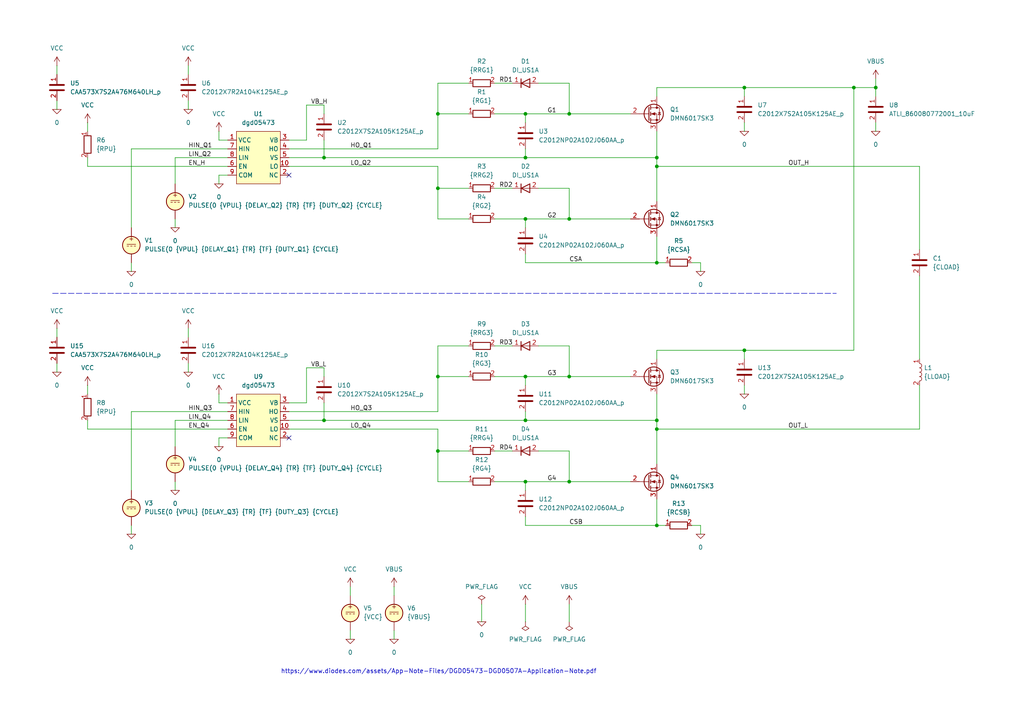
<source format=kicad_sch>
(kicad_sch
	(version 20250114)
	(generator "eeschema")
	(generator_version "9.0")
	(uuid "79bac4d6-c0b7-44a0-a7ef-b66f4209da8b")
	(paper "A4")
	(title_block
		(title "HIGH-FREQUENCY HIGH-SIDE AND LOW-SIDE GATE DRIVER")
		(date "2025-04-19")
		(rev "1")
		(company "astroelectronic@")
		(comment 4 "AE01014473")
	)
	(lib_symbols
		(symbol "DGD05473:0"
			(power)
			(pin_numbers
				(hide yes)
			)
			(pin_names
				(offset 0)
				(hide yes)
			)
			(exclude_from_sim no)
			(in_bom yes)
			(on_board yes)
			(property "Reference" "#GND"
				(at 0 -5.08 0)
				(effects
					(font
						(size 1.27 1.27)
					)
					(hide yes)
				)
			)
			(property "Value" "0"
				(at 0 -2.54 0)
				(effects
					(font
						(size 1.27 1.27)
					)
				)
			)
			(property "Footprint" ""
				(at 0 0 0)
				(effects
					(font
						(size 1.27 1.27)
					)
					(hide yes)
				)
			)
			(property "Datasheet" "https://ngspice.sourceforge.io/docs/ngspice-html-manual/manual.xhtml#subsec_Circuit_elements__device"
				(at 0 -10.16 0)
				(effects
					(font
						(size 1.27 1.27)
					)
					(hide yes)
				)
			)
			(property "Description" "0V reference potential for simulation"
				(at 0 -7.62 0)
				(effects
					(font
						(size 1.27 1.27)
					)
					(hide yes)
				)
			)
			(property "ki_keywords" "simulation"
				(at 0 0 0)
				(effects
					(font
						(size 1.27 1.27)
					)
					(hide yes)
				)
			)
			(symbol "0_0_1"
				(polyline
					(pts
						(xy -1.27 0) (xy 0 -1.27) (xy 1.27 0) (xy -1.27 0)
					)
					(stroke
						(width 0)
						(type default)
					)
					(fill
						(type none)
					)
				)
			)
			(symbol "0_1_1"
				(pin power_in line
					(at 0 0 0)
					(length 0)
					(name "~"
						(effects
							(font
								(size 1.016 1.016)
							)
						)
					)
					(number "1"
						(effects
							(font
								(size 1.016 1.016)
							)
						)
					)
				)
			)
			(embedded_fonts no)
		)
		(symbol "DGD05473:C"
			(pin_names
				(offset 0.254)
				(hide yes)
			)
			(exclude_from_sim no)
			(in_bom yes)
			(on_board yes)
			(property "Reference" "C"
				(at 0.635 2.54 0)
				(effects
					(font
						(size 1.27 1.27)
					)
					(justify left)
				)
			)
			(property "Value" "C"
				(at 0.635 -2.54 0)
				(effects
					(font
						(size 1.27 1.27)
					)
					(justify left)
				)
			)
			(property "Footprint" ""
				(at 0.9652 -3.81 0)
				(effects
					(font
						(size 1.27 1.27)
					)
					(hide yes)
				)
			)
			(property "Datasheet" "~"
				(at 0 0 0)
				(effects
					(font
						(size 1.27 1.27)
					)
					(hide yes)
				)
			)
			(property "Description" "Unpolarized capacitor"
				(at 0 0 0)
				(effects
					(font
						(size 1.27 1.27)
					)
					(hide yes)
				)
			)
			(property "ki_keywords" "cap capacitor"
				(at 0 0 0)
				(effects
					(font
						(size 1.27 1.27)
					)
					(hide yes)
				)
			)
			(property "ki_fp_filters" "C_*"
				(at 0 0 0)
				(effects
					(font
						(size 1.27 1.27)
					)
					(hide yes)
				)
			)
			(symbol "C_0_1"
				(polyline
					(pts
						(xy -2.032 0.762) (xy 2.032 0.762)
					)
					(stroke
						(width 0.508)
						(type default)
					)
					(fill
						(type none)
					)
				)
				(polyline
					(pts
						(xy -2.032 -0.762) (xy 2.032 -0.762)
					)
					(stroke
						(width 0.508)
						(type default)
					)
					(fill
						(type none)
					)
				)
			)
			(symbol "C_1_1"
				(pin passive line
					(at 0 3.81 270)
					(length 2.794)
					(name "~"
						(effects
							(font
								(size 1.27 1.27)
							)
						)
					)
					(number "1"
						(effects
							(font
								(size 1.27 1.27)
							)
						)
					)
				)
				(pin passive line
					(at 0 -3.81 90)
					(length 2.794)
					(name "~"
						(effects
							(font
								(size 1.27 1.27)
							)
						)
					)
					(number "2"
						(effects
							(font
								(size 1.27 1.27)
							)
						)
					)
				)
			)
			(embedded_fonts no)
		)
		(symbol "DGD05473:D"
			(pin_names
				(offset 1.016)
				(hide yes)
			)
			(exclude_from_sim no)
			(in_bom yes)
			(on_board yes)
			(property "Reference" "D"
				(at 0 2.54 0)
				(effects
					(font
						(size 1.27 1.27)
					)
				)
			)
			(property "Value" "D"
				(at 0 -2.54 0)
				(effects
					(font
						(size 1.27 1.27)
					)
				)
			)
			(property "Footprint" ""
				(at 0 0 0)
				(effects
					(font
						(size 1.27 1.27)
					)
					(hide yes)
				)
			)
			(property "Datasheet" "https://ngspice.sourceforge.io/docs/ngspice-html-manual/manual.xhtml#cha_DIODEs"
				(at 0 0 0)
				(effects
					(font
						(size 1.27 1.27)
					)
					(hide yes)
				)
			)
			(property "Description" "Diode for simulation or PCB"
				(at 0 0 0)
				(effects
					(font
						(size 1.27 1.27)
					)
					(hide yes)
				)
			)
			(property "Sim.Device" "D"
				(at 0 0 0)
				(effects
					(font
						(size 1.27 1.27)
					)
					(hide yes)
				)
			)
			(property "Sim.Pins" "1=K 2=A"
				(at 0 0 0)
				(effects
					(font
						(size 1.27 1.27)
					)
					(hide yes)
				)
			)
			(property "Sim.Params" "rs=50m cjo=10p"
				(at 0 0 0)
				(effects
					(font
						(size 1.27 1.27)
					)
					(hide yes)
				)
			)
			(property "ki_keywords" "simulation"
				(at 0 0 0)
				(effects
					(font
						(size 1.27 1.27)
					)
					(hide yes)
				)
			)
			(property "ki_fp_filters" "TO-???* *_Diode_* *SingleDiode* D_*"
				(at 0 0 0)
				(effects
					(font
						(size 1.27 1.27)
					)
					(hide yes)
				)
			)
			(symbol "D_0_1"
				(polyline
					(pts
						(xy -1.27 1.27) (xy -1.27 -1.27)
					)
					(stroke
						(width 0.254)
						(type default)
					)
					(fill
						(type none)
					)
				)
				(polyline
					(pts
						(xy 1.27 1.27) (xy 1.27 -1.27) (xy -1.27 0) (xy 1.27 1.27)
					)
					(stroke
						(width 0.254)
						(type default)
					)
					(fill
						(type none)
					)
				)
				(polyline
					(pts
						(xy 1.27 0) (xy -1.27 0)
					)
					(stroke
						(width 0)
						(type default)
					)
					(fill
						(type none)
					)
				)
			)
			(symbol "D_1_1"
				(pin passive line
					(at -3.81 0 0)
					(length 2.54)
					(name "K"
						(effects
							(font
								(size 1.27 1.27)
							)
						)
					)
					(number "1"
						(effects
							(font
								(size 1.27 1.27)
							)
						)
					)
				)
				(pin passive line
					(at 3.81 0 180)
					(length 2.54)
					(name "A"
						(effects
							(font
								(size 1.27 1.27)
							)
						)
					)
					(number "2"
						(effects
							(font
								(size 1.27 1.27)
							)
						)
					)
				)
			)
			(embedded_fonts no)
		)
		(symbol "DGD05473:DGD05473"
			(exclude_from_sim no)
			(in_bom yes)
			(on_board yes)
			(property "Reference" "U"
				(at 0 10.922 0)
				(effects
					(font
						(size 1.27 1.27)
					)
				)
			)
			(property "Value" "DGD05473"
				(at 0 8.89 0)
				(effects
					(font
						(size 1.27 1.27)
					)
				)
			)
			(property "Footprint" ""
				(at -160.02 15.24 0)
				(effects
					(font
						(size 1.27 1.27)
					)
					(hide yes)
				)
			)
			(property "Datasheet" ""
				(at -160.02 15.24 0)
				(effects
					(font
						(size 1.27 1.27)
					)
					(hide yes)
				)
			)
			(property "Description" ""
				(at -160.02 15.24 0)
				(effects
					(font
						(size 1.27 1.27)
					)
					(hide yes)
				)
			)
			(symbol "DGD05473_1_1"
				(rectangle
					(start -6.35 7.62)
					(end 6.35 -7.62)
					(stroke
						(width 0)
						(type solid)
					)
					(fill
						(type background)
					)
				)
				(pin passive line
					(at -8.89 5.08 0)
					(length 2.54)
					(name "VCC"
						(effects
							(font
								(size 1.27 1.27)
							)
						)
					)
					(number "1"
						(effects
							(font
								(size 1.27 1.27)
							)
						)
					)
				)
				(pin passive line
					(at -8.89 2.54 0)
					(length 2.54)
					(name "HIN"
						(effects
							(font
								(size 1.27 1.27)
							)
						)
					)
					(number "7"
						(effects
							(font
								(size 1.27 1.27)
							)
						)
					)
				)
				(pin passive line
					(at -8.89 0 0)
					(length 2.54)
					(name "LIN"
						(effects
							(font
								(size 1.27 1.27)
							)
						)
					)
					(number "8"
						(effects
							(font
								(size 1.27 1.27)
							)
						)
					)
				)
				(pin passive line
					(at -8.89 -2.54 0)
					(length 2.54)
					(name "EN"
						(effects
							(font
								(size 1.27 1.27)
							)
						)
					)
					(number "6"
						(effects
							(font
								(size 1.27 1.27)
							)
						)
					)
				)
				(pin passive line
					(at -8.89 -5.08 0)
					(length 2.54)
					(name "COM"
						(effects
							(font
								(size 1.27 1.27)
							)
						)
					)
					(number "9"
						(effects
							(font
								(size 1.27 1.27)
							)
						)
					)
				)
				(pin passive line
					(at 8.89 5.08 180)
					(length 2.54)
					(name "VB"
						(effects
							(font
								(size 1.27 1.27)
							)
						)
					)
					(number "3"
						(effects
							(font
								(size 1.27 1.27)
							)
						)
					)
				)
				(pin passive line
					(at 8.89 2.54 180)
					(length 2.54)
					(name "HO"
						(effects
							(font
								(size 1.27 1.27)
							)
						)
					)
					(number "4"
						(effects
							(font
								(size 1.27 1.27)
							)
						)
					)
				)
				(pin passive line
					(at 8.89 0 180)
					(length 2.54)
					(name "VS"
						(effects
							(font
								(size 1.27 1.27)
							)
						)
					)
					(number "5"
						(effects
							(font
								(size 1.27 1.27)
							)
						)
					)
				)
				(pin passive line
					(at 8.89 -2.54 180)
					(length 2.54)
					(name "LO"
						(effects
							(font
								(size 1.27 1.27)
							)
						)
					)
					(number "10"
						(effects
							(font
								(size 1.27 1.27)
							)
						)
					)
				)
				(pin passive line
					(at 8.89 -5.08 180)
					(length 2.54)
					(name "NC"
						(effects
							(font
								(size 1.27 1.27)
							)
						)
					)
					(number "2"
						(effects
							(font
								(size 1.27 1.27)
							)
						)
					)
				)
			)
			(embedded_fonts no)
		)
		(symbol "DGD05473:L"
			(pin_names
				(offset 1.016)
				(hide yes)
			)
			(exclude_from_sim no)
			(in_bom yes)
			(on_board yes)
			(property "Reference" "L"
				(at -1.27 0 90)
				(effects
					(font
						(size 1.27 1.27)
					)
				)
			)
			(property "Value" "L"
				(at 1.905 0 90)
				(effects
					(font
						(size 1.27 1.27)
					)
				)
			)
			(property "Footprint" ""
				(at 0 0 0)
				(effects
					(font
						(size 1.27 1.27)
					)
					(hide yes)
				)
			)
			(property "Datasheet" "~"
				(at 0 0 0)
				(effects
					(font
						(size 1.27 1.27)
					)
					(hide yes)
				)
			)
			(property "Description" "Inductor"
				(at 0 0 0)
				(effects
					(font
						(size 1.27 1.27)
					)
					(hide yes)
				)
			)
			(property "ki_keywords" "inductor choke coil reactor magnetic"
				(at 0 0 0)
				(effects
					(font
						(size 1.27 1.27)
					)
					(hide yes)
				)
			)
			(property "ki_fp_filters" "Choke_* *Coil* Inductor_* L_*"
				(at 0 0 0)
				(effects
					(font
						(size 1.27 1.27)
					)
					(hide yes)
				)
			)
			(symbol "L_0_1"
				(arc
					(start 0 2.54)
					(mid 0.6323 1.905)
					(end 0 1.27)
					(stroke
						(width 0)
						(type default)
					)
					(fill
						(type none)
					)
				)
				(arc
					(start 0 1.27)
					(mid 0.6323 0.635)
					(end 0 0)
					(stroke
						(width 0)
						(type default)
					)
					(fill
						(type none)
					)
				)
				(arc
					(start 0 0)
					(mid 0.6323 -0.635)
					(end 0 -1.27)
					(stroke
						(width 0)
						(type default)
					)
					(fill
						(type none)
					)
				)
				(arc
					(start 0 -1.27)
					(mid 0.6323 -1.905)
					(end 0 -2.54)
					(stroke
						(width 0)
						(type default)
					)
					(fill
						(type none)
					)
				)
			)
			(symbol "L_1_1"
				(pin passive line
					(at 0 3.81 270)
					(length 1.27)
					(name "1"
						(effects
							(font
								(size 1.27 1.27)
							)
						)
					)
					(number "1"
						(effects
							(font
								(size 1.27 1.27)
							)
						)
					)
				)
				(pin passive line
					(at 0 -3.81 90)
					(length 1.27)
					(name "2"
						(effects
							(font
								(size 1.27 1.27)
							)
						)
					)
					(number "2"
						(effects
							(font
								(size 1.27 1.27)
							)
						)
					)
				)
			)
			(embedded_fonts no)
		)
		(symbol "DGD05473:PWR_FLAG"
			(power)
			(pin_numbers
				(hide yes)
			)
			(pin_names
				(offset 0)
				(hide yes)
			)
			(exclude_from_sim no)
			(in_bom yes)
			(on_board yes)
			(property "Reference" "#FLG"
				(at 0 1.905 0)
				(effects
					(font
						(size 1.27 1.27)
					)
					(hide yes)
				)
			)
			(property "Value" "PWR_FLAG"
				(at 0 3.81 0)
				(effects
					(font
						(size 1.27 1.27)
					)
				)
			)
			(property "Footprint" ""
				(at 0 0 0)
				(effects
					(font
						(size 1.27 1.27)
					)
					(hide yes)
				)
			)
			(property "Datasheet" "~"
				(at 0 0 0)
				(effects
					(font
						(size 1.27 1.27)
					)
					(hide yes)
				)
			)
			(property "Description" "Special symbol for telling ERC where power comes from"
				(at 0 0 0)
				(effects
					(font
						(size 1.27 1.27)
					)
					(hide yes)
				)
			)
			(property "ki_keywords" "flag power"
				(at 0 0 0)
				(effects
					(font
						(size 1.27 1.27)
					)
					(hide yes)
				)
			)
			(symbol "PWR_FLAG_0_0"
				(pin power_out line
					(at 0 0 90)
					(length 0)
					(name "~"
						(effects
							(font
								(size 1.27 1.27)
							)
						)
					)
					(number "1"
						(effects
							(font
								(size 1.27 1.27)
							)
						)
					)
				)
			)
			(symbol "PWR_FLAG_0_1"
				(polyline
					(pts
						(xy 0 0) (xy 0 1.27) (xy -1.016 1.905) (xy 0 2.54) (xy 1.016 1.905) (xy 0 1.27)
					)
					(stroke
						(width 0)
						(type default)
					)
					(fill
						(type none)
					)
				)
			)
			(embedded_fonts no)
		)
		(symbol "DGD05473:Q_NMOS_DGS"
			(pin_names
				(offset 0)
				(hide yes)
			)
			(exclude_from_sim no)
			(in_bom yes)
			(on_board yes)
			(property "Reference" "Q"
				(at 5.08 1.905 0)
				(effects
					(font
						(size 1.27 1.27)
					)
					(justify left)
				)
			)
			(property "Value" "Q_NMOS_DGS"
				(at 5.08 0 0)
				(effects
					(font
						(size 1.27 1.27)
					)
					(justify left)
				)
			)
			(property "Footprint" ""
				(at 5.08 2.54 0)
				(effects
					(font
						(size 1.27 1.27)
					)
					(hide yes)
				)
			)
			(property "Datasheet" "~"
				(at 0 0 0)
				(effects
					(font
						(size 1.27 1.27)
					)
					(hide yes)
				)
			)
			(property "Description" "N-MOSFET transistor, drain/gate/source"
				(at 0 0 0)
				(effects
					(font
						(size 1.27 1.27)
					)
					(hide yes)
				)
			)
			(property "ki_keywords" "transistor NMOS N-MOS N-MOSFET"
				(at 0 0 0)
				(effects
					(font
						(size 1.27 1.27)
					)
					(hide yes)
				)
			)
			(symbol "Q_NMOS_DGS_0_1"
				(polyline
					(pts
						(xy 0.254 1.905) (xy 0.254 -1.905)
					)
					(stroke
						(width 0.254)
						(type default)
					)
					(fill
						(type none)
					)
				)
				(polyline
					(pts
						(xy 0.254 0) (xy -2.54 0)
					)
					(stroke
						(width 0)
						(type default)
					)
					(fill
						(type none)
					)
				)
				(polyline
					(pts
						(xy 0.762 2.286) (xy 0.762 1.27)
					)
					(stroke
						(width 0.254)
						(type default)
					)
					(fill
						(type none)
					)
				)
				(polyline
					(pts
						(xy 0.762 0.508) (xy 0.762 -0.508)
					)
					(stroke
						(width 0.254)
						(type default)
					)
					(fill
						(type none)
					)
				)
				(polyline
					(pts
						(xy 0.762 -1.27) (xy 0.762 -2.286)
					)
					(stroke
						(width 0.254)
						(type default)
					)
					(fill
						(type none)
					)
				)
				(polyline
					(pts
						(xy 0.762 -1.778) (xy 3.302 -1.778) (xy 3.302 1.778) (xy 0.762 1.778)
					)
					(stroke
						(width 0)
						(type default)
					)
					(fill
						(type none)
					)
				)
				(polyline
					(pts
						(xy 1.016 0) (xy 2.032 0.381) (xy 2.032 -0.381) (xy 1.016 0)
					)
					(stroke
						(width 0)
						(type default)
					)
					(fill
						(type outline)
					)
				)
				(circle
					(center 1.651 0)
					(radius 2.794)
					(stroke
						(width 0.254)
						(type default)
					)
					(fill
						(type none)
					)
				)
				(polyline
					(pts
						(xy 2.54 2.54) (xy 2.54 1.778)
					)
					(stroke
						(width 0)
						(type default)
					)
					(fill
						(type none)
					)
				)
				(circle
					(center 2.54 1.778)
					(radius 0.254)
					(stroke
						(width 0)
						(type default)
					)
					(fill
						(type outline)
					)
				)
				(circle
					(center 2.54 -1.778)
					(radius 0.254)
					(stroke
						(width 0)
						(type default)
					)
					(fill
						(type outline)
					)
				)
				(polyline
					(pts
						(xy 2.54 -2.54) (xy 2.54 0) (xy 0.762 0)
					)
					(stroke
						(width 0)
						(type default)
					)
					(fill
						(type none)
					)
				)
				(polyline
					(pts
						(xy 2.921 0.381) (xy 3.683 0.381)
					)
					(stroke
						(width 0)
						(type default)
					)
					(fill
						(type none)
					)
				)
				(polyline
					(pts
						(xy 3.302 0.381) (xy 2.921 -0.254) (xy 3.683 -0.254) (xy 3.302 0.381)
					)
					(stroke
						(width 0)
						(type default)
					)
					(fill
						(type none)
					)
				)
			)
			(symbol "Q_NMOS_DGS_1_1"
				(pin input line
					(at -5.08 0 0)
					(length 2.54)
					(name "G"
						(effects
							(font
								(size 1.27 1.27)
							)
						)
					)
					(number "2"
						(effects
							(font
								(size 1.27 1.27)
							)
						)
					)
				)
				(pin passive line
					(at 2.54 5.08 270)
					(length 2.54)
					(name "D"
						(effects
							(font
								(size 1.27 1.27)
							)
						)
					)
					(number "1"
						(effects
							(font
								(size 1.27 1.27)
							)
						)
					)
				)
				(pin passive line
					(at 2.54 -5.08 90)
					(length 2.54)
					(name "S"
						(effects
							(font
								(size 1.27 1.27)
							)
						)
					)
					(number "3"
						(effects
							(font
								(size 1.27 1.27)
							)
						)
					)
				)
			)
			(embedded_fonts no)
		)
		(symbol "DGD05473:R"
			(pin_names
				(offset 0)
				(hide yes)
			)
			(exclude_from_sim no)
			(in_bom yes)
			(on_board yes)
			(property "Reference" "R"
				(at 2.032 0 90)
				(effects
					(font
						(size 1.27 1.27)
					)
				)
			)
			(property "Value" "R"
				(at 0 0 90)
				(effects
					(font
						(size 1.27 1.27)
					)
				)
			)
			(property "Footprint" ""
				(at -1.778 0 90)
				(effects
					(font
						(size 1.27 1.27)
					)
					(hide yes)
				)
			)
			(property "Datasheet" "~"
				(at 0 0 0)
				(effects
					(font
						(size 1.27 1.27)
					)
					(hide yes)
				)
			)
			(property "Description" "Resistor"
				(at 0 0 0)
				(effects
					(font
						(size 1.27 1.27)
					)
					(hide yes)
				)
			)
			(property "ki_keywords" "R res resistor"
				(at 0 0 0)
				(effects
					(font
						(size 1.27 1.27)
					)
					(hide yes)
				)
			)
			(property "ki_fp_filters" "R_*"
				(at 0 0 0)
				(effects
					(font
						(size 1.27 1.27)
					)
					(hide yes)
				)
			)
			(symbol "R_0_1"
				(rectangle
					(start -1.016 -2.54)
					(end 1.016 2.54)
					(stroke
						(width 0.254)
						(type default)
					)
					(fill
						(type none)
					)
				)
			)
			(symbol "R_1_1"
				(pin passive line
					(at 0 3.81 270)
					(length 1.27)
					(name "~"
						(effects
							(font
								(size 1.27 1.27)
							)
						)
					)
					(number "1"
						(effects
							(font
								(size 1.27 1.27)
							)
						)
					)
				)
				(pin passive line
					(at 0 -3.81 90)
					(length 1.27)
					(name "~"
						(effects
							(font
								(size 1.27 1.27)
							)
						)
					)
					(number "2"
						(effects
							(font
								(size 1.27 1.27)
							)
						)
					)
				)
			)
			(embedded_fonts no)
		)
		(symbol "DGD05473:VBUS"
			(power)
			(pin_numbers
				(hide yes)
			)
			(pin_names
				(offset 0)
				(hide yes)
			)
			(exclude_from_sim no)
			(in_bom yes)
			(on_board yes)
			(property "Reference" "#PWR"
				(at 0 -3.81 0)
				(effects
					(font
						(size 1.27 1.27)
					)
					(hide yes)
				)
			)
			(property "Value" "VBUS"
				(at 0 3.556 0)
				(effects
					(font
						(size 1.27 1.27)
					)
				)
			)
			(property "Footprint" ""
				(at 0 0 0)
				(effects
					(font
						(size 1.27 1.27)
					)
					(hide yes)
				)
			)
			(property "Datasheet" ""
				(at 0 0 0)
				(effects
					(font
						(size 1.27 1.27)
					)
					(hide yes)
				)
			)
			(property "Description" "Power symbol creates a global label with name \"VBUS\""
				(at 0 0 0)
				(effects
					(font
						(size 1.27 1.27)
					)
					(hide yes)
				)
			)
			(property "ki_keywords" "global power"
				(at 0 0 0)
				(effects
					(font
						(size 1.27 1.27)
					)
					(hide yes)
				)
			)
			(symbol "VBUS_0_1"
				(polyline
					(pts
						(xy -0.762 1.27) (xy 0 2.54)
					)
					(stroke
						(width 0)
						(type default)
					)
					(fill
						(type none)
					)
				)
				(polyline
					(pts
						(xy 0 2.54) (xy 0.762 1.27)
					)
					(stroke
						(width 0)
						(type default)
					)
					(fill
						(type none)
					)
				)
				(polyline
					(pts
						(xy 0 0) (xy 0 2.54)
					)
					(stroke
						(width 0)
						(type default)
					)
					(fill
						(type none)
					)
				)
			)
			(symbol "VBUS_1_1"
				(pin power_in line
					(at 0 0 90)
					(length 0)
					(name "~"
						(effects
							(font
								(size 1.27 1.27)
							)
						)
					)
					(number "1"
						(effects
							(font
								(size 1.27 1.27)
							)
						)
					)
				)
			)
			(embedded_fonts no)
		)
		(symbol "DGD05473:VCC"
			(power)
			(pin_numbers
				(hide yes)
			)
			(pin_names
				(offset 0)
				(hide yes)
			)
			(exclude_from_sim no)
			(in_bom yes)
			(on_board yes)
			(property "Reference" "#PWR"
				(at 0 -3.81 0)
				(effects
					(font
						(size 1.27 1.27)
					)
					(hide yes)
				)
			)
			(property "Value" "VCC"
				(at 0 3.556 0)
				(effects
					(font
						(size 1.27 1.27)
					)
				)
			)
			(property "Footprint" ""
				(at 0 0 0)
				(effects
					(font
						(size 1.27 1.27)
					)
					(hide yes)
				)
			)
			(property "Datasheet" ""
				(at 0 0 0)
				(effects
					(font
						(size 1.27 1.27)
					)
					(hide yes)
				)
			)
			(property "Description" "Power symbol creates a global label with name \"VCC\""
				(at 0 0 0)
				(effects
					(font
						(size 1.27 1.27)
					)
					(hide yes)
				)
			)
			(property "ki_keywords" "global power"
				(at 0 0 0)
				(effects
					(font
						(size 1.27 1.27)
					)
					(hide yes)
				)
			)
			(symbol "VCC_0_1"
				(polyline
					(pts
						(xy -0.762 1.27) (xy 0 2.54)
					)
					(stroke
						(width 0)
						(type default)
					)
					(fill
						(type none)
					)
				)
				(polyline
					(pts
						(xy 0 2.54) (xy 0.762 1.27)
					)
					(stroke
						(width 0)
						(type default)
					)
					(fill
						(type none)
					)
				)
				(polyline
					(pts
						(xy 0 0) (xy 0 2.54)
					)
					(stroke
						(width 0)
						(type default)
					)
					(fill
						(type none)
					)
				)
			)
			(symbol "VCC_1_1"
				(pin power_in line
					(at 0 0 90)
					(length 0)
					(name "~"
						(effects
							(font
								(size 1.27 1.27)
							)
						)
					)
					(number "1"
						(effects
							(font
								(size 1.27 1.27)
							)
						)
					)
				)
			)
			(embedded_fonts no)
		)
		(symbol "DGD05473:VDC"
			(pin_numbers
				(hide yes)
			)
			(pin_names
				(offset 0.0254)
			)
			(exclude_from_sim no)
			(in_bom yes)
			(on_board yes)
			(property "Reference" "V"
				(at 2.54 2.54 0)
				(effects
					(font
						(size 1.27 1.27)
					)
					(justify left)
				)
			)
			(property "Value" "1"
				(at 2.54 0 0)
				(effects
					(font
						(size 1.27 1.27)
					)
					(justify left)
				)
			)
			(property "Footprint" ""
				(at 0 0 0)
				(effects
					(font
						(size 1.27 1.27)
					)
					(hide yes)
				)
			)
			(property "Datasheet" "https://ngspice.sourceforge.io/docs/ngspice-html-manual/manual.xhtml#sec_Independent_Sources_for"
				(at 0 0 0)
				(effects
					(font
						(size 1.27 1.27)
					)
					(hide yes)
				)
			)
			(property "Description" "Voltage source, DC"
				(at 0 0 0)
				(effects
					(font
						(size 1.27 1.27)
					)
					(hide yes)
				)
			)
			(property "Sim.Pins" "1=+ 2=-"
				(at 0 0 0)
				(effects
					(font
						(size 1.27 1.27)
					)
					(hide yes)
				)
			)
			(property "Sim.Type" "DC"
				(at 0 0 0)
				(effects
					(font
						(size 1.27 1.27)
					)
					(hide yes)
				)
			)
			(property "Sim.Device" "V"
				(at 0 0 0)
				(effects
					(font
						(size 1.27 1.27)
					)
					(justify left)
					(hide yes)
				)
			)
			(property "ki_keywords" "simulation"
				(at 0 0 0)
				(effects
					(font
						(size 1.27 1.27)
					)
					(hide yes)
				)
			)
			(symbol "VDC_0_0"
				(polyline
					(pts
						(xy -1.27 0.254) (xy 1.27 0.254)
					)
					(stroke
						(width 0)
						(type default)
					)
					(fill
						(type none)
					)
				)
				(polyline
					(pts
						(xy -0.762 -0.254) (xy -1.27 -0.254)
					)
					(stroke
						(width 0)
						(type default)
					)
					(fill
						(type none)
					)
				)
				(polyline
					(pts
						(xy 0.254 -0.254) (xy -0.254 -0.254)
					)
					(stroke
						(width 0)
						(type default)
					)
					(fill
						(type none)
					)
				)
				(polyline
					(pts
						(xy 1.27 -0.254) (xy 0.762 -0.254)
					)
					(stroke
						(width 0)
						(type default)
					)
					(fill
						(type none)
					)
				)
				(text "+"
					(at 0 1.905 0)
					(effects
						(font
							(size 1.27 1.27)
						)
					)
				)
			)
			(symbol "VDC_0_1"
				(circle
					(center 0 0)
					(radius 2.54)
					(stroke
						(width 0.254)
						(type default)
					)
					(fill
						(type background)
					)
				)
			)
			(symbol "VDC_1_1"
				(pin passive line
					(at 0 5.08 270)
					(length 2.54)
					(name "~"
						(effects
							(font
								(size 1.27 1.27)
							)
						)
					)
					(number "1"
						(effects
							(font
								(size 1.27 1.27)
							)
						)
					)
				)
				(pin passive line
					(at 0 -5.08 90)
					(length 2.54)
					(name "~"
						(effects
							(font
								(size 1.27 1.27)
							)
						)
					)
					(number "2"
						(effects
							(font
								(size 1.27 1.27)
							)
						)
					)
				)
			)
			(embedded_fonts no)
		)
		(symbol "Simulation_SPICE:VDC"
			(pin_numbers
				(hide yes)
			)
			(pin_names
				(offset 0.0254)
			)
			(exclude_from_sim no)
			(in_bom yes)
			(on_board yes)
			(property "Reference" "V"
				(at 2.54 2.54 0)
				(effects
					(font
						(size 1.27 1.27)
					)
					(justify left)
				)
			)
			(property "Value" "1"
				(at 2.54 0 0)
				(effects
					(font
						(size 1.27 1.27)
					)
					(justify left)
				)
			)
			(property "Footprint" ""
				(at 0 0 0)
				(effects
					(font
						(size 1.27 1.27)
					)
					(hide yes)
				)
			)
			(property "Datasheet" "https://ngspice.sourceforge.io/docs/ngspice-html-manual/manual.xhtml#sec_Independent_Sources_for"
				(at 0 0 0)
				(effects
					(font
						(size 1.27 1.27)
					)
					(hide yes)
				)
			)
			(property "Description" "Voltage source, DC"
				(at 0 0 0)
				(effects
					(font
						(size 1.27 1.27)
					)
					(hide yes)
				)
			)
			(property "Sim.Pins" "1=+ 2=-"
				(at 0 0 0)
				(effects
					(font
						(size 1.27 1.27)
					)
					(hide yes)
				)
			)
			(property "Sim.Type" "DC"
				(at 0 0 0)
				(effects
					(font
						(size 1.27 1.27)
					)
					(hide yes)
				)
			)
			(property "Sim.Device" "V"
				(at 0 0 0)
				(effects
					(font
						(size 1.27 1.27)
					)
					(justify left)
					(hide yes)
				)
			)
			(property "ki_keywords" "simulation"
				(at 0 0 0)
				(effects
					(font
						(size 1.27 1.27)
					)
					(hide yes)
				)
			)
			(symbol "VDC_0_0"
				(polyline
					(pts
						(xy -1.27 0.254) (xy 1.27 0.254)
					)
					(stroke
						(width 0)
						(type default)
					)
					(fill
						(type none)
					)
				)
				(polyline
					(pts
						(xy -0.762 -0.254) (xy -1.27 -0.254)
					)
					(stroke
						(width 0)
						(type default)
					)
					(fill
						(type none)
					)
				)
				(polyline
					(pts
						(xy 0.254 -0.254) (xy -0.254 -0.254)
					)
					(stroke
						(width 0)
						(type default)
					)
					(fill
						(type none)
					)
				)
				(polyline
					(pts
						(xy 1.27 -0.254) (xy 0.762 -0.254)
					)
					(stroke
						(width 0)
						(type default)
					)
					(fill
						(type none)
					)
				)
				(text "+"
					(at 0 1.905 0)
					(effects
						(font
							(size 1.27 1.27)
						)
					)
				)
			)
			(symbol "VDC_0_1"
				(circle
					(center 0 0)
					(radius 2.54)
					(stroke
						(width 0.254)
						(type default)
					)
					(fill
						(type background)
					)
				)
			)
			(symbol "VDC_1_1"
				(pin passive line
					(at 0 5.08 270)
					(length 2.54)
					(name "~"
						(effects
							(font
								(size 1.27 1.27)
							)
						)
					)
					(number "1"
						(effects
							(font
								(size 1.27 1.27)
							)
						)
					)
				)
				(pin passive line
					(at 0 -5.08 90)
					(length 2.54)
					(name "~"
						(effects
							(font
								(size 1.27 1.27)
							)
						)
					)
					(number "2"
						(effects
							(font
								(size 1.27 1.27)
							)
						)
					)
				)
			)
			(embedded_fonts no)
		)
	)
	(text "https://www.diodes.com/assets/App-Note-Files/DGD05473-DGD0507A-Application-Note.pdf"
		(exclude_from_sim no)
		(at 127.254 194.818 0)
		(effects
			(font
				(size 1.27 1.27)
			)
		)
		(uuid "e64f3945-ca4f-49af-a823-b602205e18ef")
	)
	(junction
		(at 152.4 33.02)
		(diameter 0)
		(color 0 0 0 0)
		(uuid "033d70c2-4b0e-461a-9223-4f0e21fa9502")
	)
	(junction
		(at 247.65 25.4)
		(diameter 0)
		(color 0 0 0 0)
		(uuid "2a946c7e-52e7-419b-9498-1ffdc5bd932a")
	)
	(junction
		(at 215.9 25.4)
		(diameter 0)
		(color 0 0 0 0)
		(uuid "2b25f9d6-ca83-4aab-9384-bd0a47095e40")
	)
	(junction
		(at 165.1 139.7)
		(diameter 0)
		(color 0 0 0 0)
		(uuid "3fba4fe9-4e46-4a54-885d-f93c3bbf406b")
	)
	(junction
		(at 190.5 152.4)
		(diameter 0)
		(color 0 0 0 0)
		(uuid "4557d92e-ae1e-49b2-b3ef-593645d7f77a")
	)
	(junction
		(at 190.5 121.92)
		(diameter 0)
		(color 0 0 0 0)
		(uuid "60928f41-907a-492b-b7df-d90bcb0f7dda")
	)
	(junction
		(at 152.4 121.92)
		(diameter 0)
		(color 0 0 0 0)
		(uuid "6ad7e04f-984c-4191-954c-54be41cac0fe")
	)
	(junction
		(at 152.4 139.7)
		(diameter 0)
		(color 0 0 0 0)
		(uuid "6f21a48f-2e70-4092-b504-26b78d61dceb")
	)
	(junction
		(at 127 130.81)
		(diameter 0)
		(color 0 0 0 0)
		(uuid "7119fab2-5194-49b9-9a5b-7199c5078770")
	)
	(junction
		(at 190.5 76.2)
		(diameter 0)
		(color 0 0 0 0)
		(uuid "73378013-02ae-4b93-9643-4bba7f987ad1")
	)
	(junction
		(at 127 109.22)
		(diameter 0)
		(color 0 0 0 0)
		(uuid "7e8310be-088b-4d78-804c-8d8b81ce88bf")
	)
	(junction
		(at 127 54.61)
		(diameter 0)
		(color 0 0 0 0)
		(uuid "84eb9b2a-2606-4289-a23b-31aa91a3bff4")
	)
	(junction
		(at 152.4 109.22)
		(diameter 0)
		(color 0 0 0 0)
		(uuid "8862cc71-8a14-46e5-ac50-8784a1e8f8b8")
	)
	(junction
		(at 190.5 48.26)
		(diameter 0)
		(color 0 0 0 0)
		(uuid "96f7a6a1-9ac9-40e0-9735-ee0202d9bc26")
	)
	(junction
		(at 93.98 121.92)
		(diameter 0)
		(color 0 0 0 0)
		(uuid "a26eb67c-e4f0-42b7-83d8-819bd47c17c2")
	)
	(junction
		(at 152.4 45.72)
		(diameter 0)
		(color 0 0 0 0)
		(uuid "b029d41e-f2a7-47f2-bbe1-9eb9d947f536")
	)
	(junction
		(at 93.98 45.72)
		(diameter 0)
		(color 0 0 0 0)
		(uuid "b6e76606-7c30-4637-bd1e-1694f7ba081d")
	)
	(junction
		(at 215.9 101.6)
		(diameter 0)
		(color 0 0 0 0)
		(uuid "bcea7bee-4800-4849-9b7a-b2f6e8e2330b")
	)
	(junction
		(at 152.4 63.5)
		(diameter 0)
		(color 0 0 0 0)
		(uuid "c8ce4b87-e24e-490b-8818-9c30bc7f4f6d")
	)
	(junction
		(at 254 25.4)
		(diameter 0)
		(color 0 0 0 0)
		(uuid "c9cf608a-fa9d-42f1-9b75-973bc3e1e434")
	)
	(junction
		(at 190.5 124.46)
		(diameter 0)
		(color 0 0 0 0)
		(uuid "ce7e8f6a-65af-4a49-ac5a-2e81def49be0")
	)
	(junction
		(at 165.1 109.22)
		(diameter 0)
		(color 0 0 0 0)
		(uuid "e1f8c291-d27a-43d4-bc70-0271e22b44db")
	)
	(junction
		(at 127 33.02)
		(diameter 0)
		(color 0 0 0 0)
		(uuid "e404933a-aa67-4371-a828-3ec77f9ee640")
	)
	(junction
		(at 165.1 63.5)
		(diameter 0)
		(color 0 0 0 0)
		(uuid "e6817ee2-fa56-470a-92fa-823c34186b6d")
	)
	(junction
		(at 165.1 33.02)
		(diameter 0)
		(color 0 0 0 0)
		(uuid "f2b50b60-9d45-46f9-a0d2-af7ac22b2ee4")
	)
	(junction
		(at 190.5 45.72)
		(diameter 0)
		(color 0 0 0 0)
		(uuid "f85c3a02-9aca-4a79-b128-4237b6cd8ce5")
	)
	(no_connect
		(at 83.82 127)
		(uuid "87f16fe1-84de-4146-ae4e-b0534faaf0c3")
	)
	(no_connect
		(at 83.82 50.8)
		(uuid "fd0ddf63-6b7f-466e-83a6-1ab40177e0ba")
	)
	(wire
		(pts
			(xy 215.9 111.76) (xy 215.9 114.3)
		)
		(stroke
			(width 0)
			(type default)
		)
		(uuid "0114c4d1-38ff-4550-b811-83555e9473ed")
	)
	(wire
		(pts
			(xy 88.9 116.84) (xy 88.9 106.68)
		)
		(stroke
			(width 0)
			(type default)
		)
		(uuid "03fb1bbe-be4f-4040-93c0-2e0c7d0d8ce6")
	)
	(wire
		(pts
			(xy 93.98 45.72) (xy 152.4 45.72)
		)
		(stroke
			(width 0)
			(type default)
		)
		(uuid "06eb11e1-e94d-4600-814d-aa495c1cc496")
	)
	(wire
		(pts
			(xy 200.66 76.2) (xy 203.2 76.2)
		)
		(stroke
			(width 0)
			(type default)
		)
		(uuid "0773e4af-3853-4372-b221-37dc5ed279b7")
	)
	(wire
		(pts
			(xy 127 48.26) (xy 83.82 48.26)
		)
		(stroke
			(width 0)
			(type default)
		)
		(uuid "07ca02b8-f4f9-4d42-bc66-57336bc5ac18")
	)
	(wire
		(pts
			(xy 190.5 45.72) (xy 190.5 38.1)
		)
		(stroke
			(width 0)
			(type default)
		)
		(uuid "0a24eb79-2c5f-4345-ad2a-99b3c956e037")
	)
	(wire
		(pts
			(xy 152.4 139.7) (xy 152.4 142.24)
		)
		(stroke
			(width 0)
			(type default)
		)
		(uuid "0a915e87-e675-4c9f-8142-f79c6cc27613")
	)
	(wire
		(pts
			(xy 152.4 149.86) (xy 152.4 152.4)
		)
		(stroke
			(width 0)
			(type default)
		)
		(uuid "0aaa72eb-7a30-4ed8-9e0c-f706b156e5c3")
	)
	(wire
		(pts
			(xy 127 33.02) (xy 127 43.18)
		)
		(stroke
			(width 0)
			(type default)
		)
		(uuid "0d056039-177f-463a-9d47-8fd4623434f6")
	)
	(wire
		(pts
			(xy 25.4 124.46) (xy 66.04 124.46)
		)
		(stroke
			(width 0)
			(type default)
		)
		(uuid "0feb37fe-3a8f-4993-9088-c79b341e29cb")
	)
	(wire
		(pts
			(xy 66.04 40.64) (xy 63.5 40.64)
		)
		(stroke
			(width 0)
			(type default)
		)
		(uuid "119ca30f-da8e-41fa-84fe-ece0b291be2d")
	)
	(wire
		(pts
			(xy 127 109.22) (xy 135.89 109.22)
		)
		(stroke
			(width 0)
			(type default)
		)
		(uuid "12d1cb04-244c-419d-9e17-3a8ea1633922")
	)
	(wire
		(pts
			(xy 254 35.56) (xy 254 38.1)
		)
		(stroke
			(width 0)
			(type default)
		)
		(uuid "12e605bd-8b0e-40f4-af4c-a0f74c783f14")
	)
	(wire
		(pts
			(xy 165.1 175.26) (xy 165.1 180.34)
		)
		(stroke
			(width 0)
			(type default)
		)
		(uuid "16773e06-4e37-457d-9328-eb545d834e9e")
	)
	(wire
		(pts
			(xy 83.82 121.92) (xy 93.98 121.92)
		)
		(stroke
			(width 0)
			(type default)
		)
		(uuid "16f0c2d3-48ee-49c2-8348-4f272e6b1fb5")
	)
	(wire
		(pts
			(xy 114.3 170.18) (xy 114.3 172.72)
		)
		(stroke
			(width 0)
			(type default)
		)
		(uuid "176f6401-a1f6-42fb-a02d-cc799d843e00")
	)
	(wire
		(pts
			(xy 143.51 139.7) (xy 152.4 139.7)
		)
		(stroke
			(width 0)
			(type default)
		)
		(uuid "19145b8c-a2f0-4a58-b4e9-436cd380228e")
	)
	(wire
		(pts
			(xy 88.9 106.68) (xy 93.98 106.68)
		)
		(stroke
			(width 0)
			(type default)
		)
		(uuid "1bec6d2e-d117-4573-a230-7e343973e8e6")
	)
	(wire
		(pts
			(xy 66.04 116.84) (xy 63.5 116.84)
		)
		(stroke
			(width 0)
			(type default)
		)
		(uuid "1d130f04-cc65-45d5-a76e-51879e10ecfc")
	)
	(wire
		(pts
			(xy 165.1 109.22) (xy 165.1 100.33)
		)
		(stroke
			(width 0)
			(type default)
		)
		(uuid "1d206519-023f-4ef5-ba1d-20e00a64b5c7")
	)
	(wire
		(pts
			(xy 93.98 30.48) (xy 93.98 33.02)
		)
		(stroke
			(width 0)
			(type default)
		)
		(uuid "1d6c37ae-ed8f-4d02-9acc-ec8f7925fa05")
	)
	(wire
		(pts
			(xy 152.4 121.92) (xy 190.5 121.92)
		)
		(stroke
			(width 0)
			(type default)
		)
		(uuid "2005096b-b217-4219-91d3-5f7e3f90a471")
	)
	(wire
		(pts
			(xy 101.6 182.88) (xy 101.6 185.42)
		)
		(stroke
			(width 0)
			(type default)
		)
		(uuid "2468abbb-9a83-4463-a92a-228b101257d5")
	)
	(wire
		(pts
			(xy 38.1 119.38) (xy 66.04 119.38)
		)
		(stroke
			(width 0)
			(type default)
		)
		(uuid "264fc2ff-9bd7-4b45-a6e0-d3ecb2b446b8")
	)
	(wire
		(pts
			(xy 165.1 130.81) (xy 156.21 130.81)
		)
		(stroke
			(width 0)
			(type default)
		)
		(uuid "265c2863-c714-4426-9a33-061deaf8b7bf")
	)
	(wire
		(pts
			(xy 190.5 48.26) (xy 190.5 45.72)
		)
		(stroke
			(width 0)
			(type default)
		)
		(uuid "27868cef-ed3e-48ea-8c37-96f9cc80fade")
	)
	(wire
		(pts
			(xy 143.51 24.13) (xy 148.59 24.13)
		)
		(stroke
			(width 0)
			(type default)
		)
		(uuid "27aa134d-d3e6-4e50-a100-cd4ff0ead476")
	)
	(wire
		(pts
			(xy 193.04 152.4) (xy 190.5 152.4)
		)
		(stroke
			(width 0)
			(type default)
		)
		(uuid "2b07f66b-b49f-42c0-9fcb-21bc45bef5ed")
	)
	(wire
		(pts
			(xy 200.66 152.4) (xy 203.2 152.4)
		)
		(stroke
			(width 0)
			(type default)
		)
		(uuid "2cefc071-5c59-4b2f-8217-8575e1eed6d7")
	)
	(wire
		(pts
			(xy 63.5 38.1) (xy 63.5 40.64)
		)
		(stroke
			(width 0)
			(type default)
		)
		(uuid "2cfedbf4-d070-4552-8c98-d7ac566f8a5e")
	)
	(wire
		(pts
			(xy 16.51 19.05) (xy 16.51 21.59)
		)
		(stroke
			(width 0)
			(type default)
		)
		(uuid "2d8b49c1-a7e8-474f-80d1-8fc36c85d31d")
	)
	(wire
		(pts
			(xy 152.4 43.18) (xy 152.4 45.72)
		)
		(stroke
			(width 0)
			(type default)
		)
		(uuid "30b65dd6-9295-4574-a132-27d7432f58fe")
	)
	(wire
		(pts
			(xy 152.4 33.02) (xy 165.1 33.02)
		)
		(stroke
			(width 0)
			(type default)
		)
		(uuid "31cdd323-d362-46a9-a49f-0970fcfd47a8")
	)
	(wire
		(pts
			(xy 127 124.46) (xy 83.82 124.46)
		)
		(stroke
			(width 0)
			(type default)
		)
		(uuid "32b39555-0a2a-4cd5-99f2-cf4b7af2f2dd")
	)
	(wire
		(pts
			(xy 25.4 121.92) (xy 25.4 124.46)
		)
		(stroke
			(width 0)
			(type default)
		)
		(uuid "38f79b30-486f-4187-9bf4-073ab11dc795")
	)
	(wire
		(pts
			(xy 66.04 127) (xy 63.5 127)
		)
		(stroke
			(width 0)
			(type default)
		)
		(uuid "3f661719-2dd9-4cbf-8ab5-15041992dcfe")
	)
	(polyline
		(pts
			(xy 15.24 85.09) (xy 242.57 85.09)
		)
		(stroke
			(width 0)
			(type dash)
		)
		(uuid "40d5b63f-af02-49a7-93b7-088049ff86e6")
	)
	(wire
		(pts
			(xy 93.98 121.92) (xy 93.98 116.84)
		)
		(stroke
			(width 0)
			(type default)
		)
		(uuid "459a0109-84e0-47c6-90e5-b71bc106cb0e")
	)
	(wire
		(pts
			(xy 190.5 76.2) (xy 190.5 68.58)
		)
		(stroke
			(width 0)
			(type default)
		)
		(uuid "467b1072-7edc-48fb-afa2-ca6d5700d27c")
	)
	(wire
		(pts
			(xy 193.04 76.2) (xy 190.5 76.2)
		)
		(stroke
			(width 0)
			(type default)
		)
		(uuid "472f61dc-42d6-4c22-8c69-dea7fae33d14")
	)
	(wire
		(pts
			(xy 93.98 106.68) (xy 93.98 109.22)
		)
		(stroke
			(width 0)
			(type default)
		)
		(uuid "4746aad7-f161-4488-828a-8b6335b47a3f")
	)
	(wire
		(pts
			(xy 165.1 54.61) (xy 156.21 54.61)
		)
		(stroke
			(width 0)
			(type default)
		)
		(uuid "47b4dfaa-82d2-4f0d-969a-91e940021b51")
	)
	(wire
		(pts
			(xy 143.51 100.33) (xy 148.59 100.33)
		)
		(stroke
			(width 0)
			(type default)
		)
		(uuid "4863bf0a-a317-460e-8c67-eecab4d032fb")
	)
	(wire
		(pts
			(xy 127 54.61) (xy 135.89 54.61)
		)
		(stroke
			(width 0)
			(type default)
		)
		(uuid "48749841-e493-4f55-8182-a137b48a1972")
	)
	(wire
		(pts
			(xy 83.82 116.84) (xy 88.9 116.84)
		)
		(stroke
			(width 0)
			(type default)
		)
		(uuid "4a7eaf0e-8061-4807-92af-a1c8e24a305e")
	)
	(wire
		(pts
			(xy 190.5 121.92) (xy 190.5 114.3)
		)
		(stroke
			(width 0)
			(type default)
		)
		(uuid "4abf3a92-242d-4e38-8da9-38080df85aa7")
	)
	(wire
		(pts
			(xy 165.1 109.22) (xy 182.88 109.22)
		)
		(stroke
			(width 0)
			(type default)
		)
		(uuid "4d680ebf-a68f-4280-9dc5-5af9ed723cb8")
	)
	(wire
		(pts
			(xy 215.9 25.4) (xy 215.9 27.94)
		)
		(stroke
			(width 0)
			(type default)
		)
		(uuid "504b0b27-2444-463c-b53c-a83c30adae5b")
	)
	(wire
		(pts
			(xy 165.1 139.7) (xy 182.88 139.7)
		)
		(stroke
			(width 0)
			(type default)
		)
		(uuid "518b42b6-68fc-4934-97da-0f7a8d71120d")
	)
	(wire
		(pts
			(xy 266.7 48.26) (xy 266.7 72.39)
		)
		(stroke
			(width 0)
			(type default)
		)
		(uuid "52181cff-ed59-4a8b-82e7-20bac34ea566")
	)
	(wire
		(pts
			(xy 165.1 63.5) (xy 182.88 63.5)
		)
		(stroke
			(width 0)
			(type default)
		)
		(uuid "5381b66f-71ce-4989-8689-097ff7330b4e")
	)
	(wire
		(pts
			(xy 143.51 130.81) (xy 148.59 130.81)
		)
		(stroke
			(width 0)
			(type default)
		)
		(uuid "548f0407-4a1c-41c4-b257-ac7c1d4fdaad")
	)
	(wire
		(pts
			(xy 127 109.22) (xy 127 119.38)
		)
		(stroke
			(width 0)
			(type default)
		)
		(uuid "5706fa39-a791-422b-8be0-7de5f4493cc6")
	)
	(wire
		(pts
			(xy 143.51 54.61) (xy 148.59 54.61)
		)
		(stroke
			(width 0)
			(type default)
		)
		(uuid "580d4f5e-bd75-485d-876e-430f2cbdb15d")
	)
	(wire
		(pts
			(xy 152.4 139.7) (xy 165.1 139.7)
		)
		(stroke
			(width 0)
			(type default)
		)
		(uuid "5b1bac33-a179-4fb2-bfe1-c74539a5bb60")
	)
	(wire
		(pts
			(xy 165.1 100.33) (xy 156.21 100.33)
		)
		(stroke
			(width 0)
			(type default)
		)
		(uuid "5b2cc97b-c3cc-4b75-a7bc-88278f59d35e")
	)
	(wire
		(pts
			(xy 203.2 76.2) (xy 203.2 78.74)
		)
		(stroke
			(width 0)
			(type default)
		)
		(uuid "5e402b18-144b-4d90-a479-e8532dae17eb")
	)
	(wire
		(pts
			(xy 215.9 101.6) (xy 215.9 104.14)
		)
		(stroke
			(width 0)
			(type default)
		)
		(uuid "5fce8abf-c6dd-4b9c-a4c6-5602696d3871")
	)
	(wire
		(pts
			(xy 190.5 48.26) (xy 266.7 48.26)
		)
		(stroke
			(width 0)
			(type default)
		)
		(uuid "5ffa5db8-7192-4af8-be22-df4a8d1da285")
	)
	(wire
		(pts
			(xy 190.5 124.46) (xy 190.5 134.62)
		)
		(stroke
			(width 0)
			(type default)
		)
		(uuid "60edfcd3-5662-434b-a76e-fcdcb4861e1b")
	)
	(wire
		(pts
			(xy 127 100.33) (xy 127 109.22)
		)
		(stroke
			(width 0)
			(type default)
		)
		(uuid "61f99250-fc0f-44fa-84b1-7ef90fbb65df")
	)
	(wire
		(pts
			(xy 25.4 35.56) (xy 25.4 38.1)
		)
		(stroke
			(width 0)
			(type default)
		)
		(uuid "62f3ae8f-e5b1-4465-bd06-a3f624c9eda1")
	)
	(wire
		(pts
			(xy 66.04 50.8) (xy 63.5 50.8)
		)
		(stroke
			(width 0)
			(type default)
		)
		(uuid "6330afdc-72a8-4d6e-99d3-19a2c3908942")
	)
	(wire
		(pts
			(xy 152.4 33.02) (xy 152.4 35.56)
		)
		(stroke
			(width 0)
			(type default)
		)
		(uuid "665c7e81-cd35-4cab-afa2-5ba70a6bd757")
	)
	(wire
		(pts
			(xy 16.51 95.25) (xy 16.51 97.79)
		)
		(stroke
			(width 0)
			(type default)
		)
		(uuid "689f63a1-43da-44be-a833-3e92403ffc10")
	)
	(wire
		(pts
			(xy 127 48.26) (xy 127 54.61)
		)
		(stroke
			(width 0)
			(type default)
		)
		(uuid "69328656-5b04-4674-837d-78023d5829be")
	)
	(wire
		(pts
			(xy 143.51 109.22) (xy 152.4 109.22)
		)
		(stroke
			(width 0)
			(type default)
		)
		(uuid "6bbb54fc-e2bc-4549-98fc-05447153ac0b")
	)
	(wire
		(pts
			(xy 114.3 182.88) (xy 114.3 185.42)
		)
		(stroke
			(width 0)
			(type default)
		)
		(uuid "6c7363bf-b950-4fd1-b2f8-986cd2fb4af1")
	)
	(wire
		(pts
			(xy 254 25.4) (xy 254 27.94)
		)
		(stroke
			(width 0)
			(type default)
		)
		(uuid "6e8b2b9f-813d-4afe-b4fe-67d621cd3443")
	)
	(wire
		(pts
			(xy 127 124.46) (xy 127 130.81)
		)
		(stroke
			(width 0)
			(type default)
		)
		(uuid "71fedd38-a2f3-4520-a966-33217ac788e8")
	)
	(wire
		(pts
			(xy 38.1 142.24) (xy 38.1 119.38)
		)
		(stroke
			(width 0)
			(type default)
		)
		(uuid "730fb644-1849-42ad-b35f-7734773707fb")
	)
	(wire
		(pts
			(xy 190.5 27.94) (xy 190.5 25.4)
		)
		(stroke
			(width 0)
			(type default)
		)
		(uuid "78c0ab67-4b72-4aed-bc9a-a871349b01c7")
	)
	(wire
		(pts
			(xy 50.8 45.72) (xy 50.8 53.34)
		)
		(stroke
			(width 0)
			(type default)
		)
		(uuid "7d8e15f7-6235-4038-a104-54c74ca75f0f")
	)
	(wire
		(pts
			(xy 127 24.13) (xy 127 33.02)
		)
		(stroke
			(width 0)
			(type default)
		)
		(uuid "7e1314dc-4249-42f2-84ba-731ec57c2705")
	)
	(wire
		(pts
			(xy 139.7 175.26) (xy 139.7 180.34)
		)
		(stroke
			(width 0)
			(type default)
		)
		(uuid "7e37626f-be4c-42c3-a110-6a5ca2c8d4d4")
	)
	(wire
		(pts
			(xy 25.4 45.72) (xy 25.4 48.26)
		)
		(stroke
			(width 0)
			(type default)
		)
		(uuid "81249f2e-6f21-4c2b-b0a0-0de51ef5fc47")
	)
	(wire
		(pts
			(xy 16.51 29.21) (xy 16.51 31.75)
		)
		(stroke
			(width 0)
			(type default)
		)
		(uuid "823f4cf7-d064-47b6-86bb-af6ba26988af")
	)
	(wire
		(pts
			(xy 135.89 100.33) (xy 127 100.33)
		)
		(stroke
			(width 0)
			(type default)
		)
		(uuid "8289a1ff-a212-4d5b-90d5-05bd560cf67b")
	)
	(wire
		(pts
			(xy 190.5 152.4) (xy 190.5 144.78)
		)
		(stroke
			(width 0)
			(type default)
		)
		(uuid "8803921e-008b-43b8-8d07-8e34bbd19a01")
	)
	(wire
		(pts
			(xy 127 54.61) (xy 127 63.5)
		)
		(stroke
			(width 0)
			(type default)
		)
		(uuid "88d2bfb8-f470-4943-b642-9552c2d00a25")
	)
	(wire
		(pts
			(xy 152.4 76.2) (xy 190.5 76.2)
		)
		(stroke
			(width 0)
			(type default)
		)
		(uuid "8fecf6aa-a77d-4172-abe1-8b2a139f37a4")
	)
	(wire
		(pts
			(xy 93.98 45.72) (xy 93.98 40.64)
		)
		(stroke
			(width 0)
			(type default)
		)
		(uuid "90361c62-0d59-4a09-87d0-271b672fc644")
	)
	(wire
		(pts
			(xy 54.61 29.21) (xy 54.61 31.75)
		)
		(stroke
			(width 0)
			(type default)
		)
		(uuid "9056957f-b903-4c4c-a9ec-0234d3fd3e1c")
	)
	(wire
		(pts
			(xy 190.5 25.4) (xy 215.9 25.4)
		)
		(stroke
			(width 0)
			(type default)
		)
		(uuid "9180f00e-c12d-4003-8447-db6874a488b9")
	)
	(wire
		(pts
			(xy 165.1 33.02) (xy 165.1 24.13)
		)
		(stroke
			(width 0)
			(type default)
		)
		(uuid "928d51a6-c98d-4ff8-ae69-534b39b6252d")
	)
	(wire
		(pts
			(xy 215.9 35.56) (xy 215.9 38.1)
		)
		(stroke
			(width 0)
			(type default)
		)
		(uuid "92ae18c8-5004-4483-8298-5b9473e76bd8")
	)
	(wire
		(pts
			(xy 152.4 63.5) (xy 165.1 63.5)
		)
		(stroke
			(width 0)
			(type default)
		)
		(uuid "953e6d53-5e36-451c-b7f1-0974f09b3d8e")
	)
	(wire
		(pts
			(xy 50.8 121.92) (xy 66.04 121.92)
		)
		(stroke
			(width 0)
			(type default)
		)
		(uuid "95c4ff43-a8ba-4d00-a539-350cbd0f0fd9")
	)
	(wire
		(pts
			(xy 54.61 105.41) (xy 54.61 107.95)
		)
		(stroke
			(width 0)
			(type default)
		)
		(uuid "9819f5d2-911d-4301-887e-c75bfdb8dcf0")
	)
	(wire
		(pts
			(xy 152.4 175.26) (xy 152.4 180.34)
		)
		(stroke
			(width 0)
			(type default)
		)
		(uuid "995112e0-449c-451b-8b5f-8bade1593fb3")
	)
	(wire
		(pts
			(xy 88.9 30.48) (xy 93.98 30.48)
		)
		(stroke
			(width 0)
			(type default)
		)
		(uuid "9a494654-4869-4428-8023-d9e19695fbe9")
	)
	(wire
		(pts
			(xy 127 130.81) (xy 127 139.7)
		)
		(stroke
			(width 0)
			(type default)
		)
		(uuid "9aff6bbb-2dfe-4d84-8ac3-eddc979ff982")
	)
	(wire
		(pts
			(xy 215.9 101.6) (xy 247.65 101.6)
		)
		(stroke
			(width 0)
			(type default)
		)
		(uuid "9b7fd30b-0304-4d7b-993b-db1dd38c95a9")
	)
	(wire
		(pts
			(xy 83.82 45.72) (xy 93.98 45.72)
		)
		(stroke
			(width 0)
			(type default)
		)
		(uuid "9d8e7408-29a5-43dc-a8df-93b313fe1757")
	)
	(wire
		(pts
			(xy 38.1 66.04) (xy 38.1 43.18)
		)
		(stroke
			(width 0)
			(type default)
		)
		(uuid "a337b57e-fe72-472e-94a4-755c11edfbad")
	)
	(wire
		(pts
			(xy 254 22.86) (xy 254 25.4)
		)
		(stroke
			(width 0)
			(type default)
		)
		(uuid "a533eb80-d29d-4cf7-87e3-479bcada5c86")
	)
	(wire
		(pts
			(xy 190.5 101.6) (xy 215.9 101.6)
		)
		(stroke
			(width 0)
			(type default)
		)
		(uuid "a58898d6-f017-47d3-b464-c871ecf1e3e2")
	)
	(wire
		(pts
			(xy 25.4 111.76) (xy 25.4 114.3)
		)
		(stroke
			(width 0)
			(type default)
		)
		(uuid "a63901ba-c098-4d0a-a144-fbf67b107ef2")
	)
	(wire
		(pts
			(xy 83.82 119.38) (xy 127 119.38)
		)
		(stroke
			(width 0)
			(type default)
		)
		(uuid "ad7bc4b2-8cf9-42d0-bf1b-aef590ef321b")
	)
	(wire
		(pts
			(xy 50.8 45.72) (xy 66.04 45.72)
		)
		(stroke
			(width 0)
			(type default)
		)
		(uuid "aecdb640-d7e0-4cad-9ce1-92890393bfde")
	)
	(wire
		(pts
			(xy 152.4 152.4) (xy 190.5 152.4)
		)
		(stroke
			(width 0)
			(type default)
		)
		(uuid "af241397-ee8e-4156-ab8d-a72785906384")
	)
	(wire
		(pts
			(xy 135.89 24.13) (xy 127 24.13)
		)
		(stroke
			(width 0)
			(type default)
		)
		(uuid "b049e620-4399-4ac4-b7ad-fc9b18948553")
	)
	(wire
		(pts
			(xy 247.65 25.4) (xy 254 25.4)
		)
		(stroke
			(width 0)
			(type default)
		)
		(uuid "b131cf47-6d27-4296-95e6-8d1d2747fcaf")
	)
	(wire
		(pts
			(xy 215.9 25.4) (xy 247.65 25.4)
		)
		(stroke
			(width 0)
			(type default)
		)
		(uuid "b1d2019b-0219-4120-b816-1375116a8706")
	)
	(wire
		(pts
			(xy 127 139.7) (xy 135.89 139.7)
		)
		(stroke
			(width 0)
			(type default)
		)
		(uuid "b576a28c-34b8-449d-9236-78610e54efdf")
	)
	(wire
		(pts
			(xy 101.6 170.18) (xy 101.6 172.72)
		)
		(stroke
			(width 0)
			(type default)
		)
		(uuid "b590915b-ea20-44e7-af00-2ca1166020e4")
	)
	(wire
		(pts
			(xy 143.51 63.5) (xy 152.4 63.5)
		)
		(stroke
			(width 0)
			(type default)
		)
		(uuid "b69b927d-1ce9-43c2-89a1-593f0f1fee44")
	)
	(wire
		(pts
			(xy 50.8 121.92) (xy 50.8 129.54)
		)
		(stroke
			(width 0)
			(type default)
		)
		(uuid "b7524c55-af72-4726-a5f1-177fadeec578")
	)
	(wire
		(pts
			(xy 152.4 45.72) (xy 190.5 45.72)
		)
		(stroke
			(width 0)
			(type default)
		)
		(uuid "b8eae0dd-5351-40b2-8abe-ff5fc1656285")
	)
	(wire
		(pts
			(xy 127 130.81) (xy 135.89 130.81)
		)
		(stroke
			(width 0)
			(type default)
		)
		(uuid "bd7c9dc8-f571-45df-bf86-a631a984c91a")
	)
	(wire
		(pts
			(xy 127 33.02) (xy 135.89 33.02)
		)
		(stroke
			(width 0)
			(type default)
		)
		(uuid "bee59f0a-e177-4c7a-8e5a-9d00766d3b02")
	)
	(wire
		(pts
			(xy 190.5 104.14) (xy 190.5 101.6)
		)
		(stroke
			(width 0)
			(type default)
		)
		(uuid "c36eceb5-ffad-4989-868b-ff381024239e")
	)
	(wire
		(pts
			(xy 165.1 63.5) (xy 165.1 54.61)
		)
		(stroke
			(width 0)
			(type default)
		)
		(uuid "c5993c50-ade0-4ba5-9d47-fd5cd10a1756")
	)
	(wire
		(pts
			(xy 266.7 111.76) (xy 266.7 124.46)
		)
		(stroke
			(width 0)
			(type default)
		)
		(uuid "c9b32143-4690-4bdc-84f7-187ee996ca69")
	)
	(wire
		(pts
			(xy 54.61 19.05) (xy 54.61 21.59)
		)
		(stroke
			(width 0)
			(type default)
		)
		(uuid "cbca343b-a539-4cd1-9391-07d3fc035a7c")
	)
	(wire
		(pts
			(xy 25.4 48.26) (xy 66.04 48.26)
		)
		(stroke
			(width 0)
			(type default)
		)
		(uuid "cc3381c7-4a6b-4a3a-be6e-5c1837238071")
	)
	(wire
		(pts
			(xy 50.8 63.5) (xy 50.8 66.04)
		)
		(stroke
			(width 0)
			(type default)
		)
		(uuid "ccce8095-0a58-47ea-a6ec-432fe7b1b1c9")
	)
	(wire
		(pts
			(xy 88.9 40.64) (xy 88.9 30.48)
		)
		(stroke
			(width 0)
			(type default)
		)
		(uuid "ce4bf8dc-728e-4c98-bd0f-9de1753cfa8a")
	)
	(wire
		(pts
			(xy 83.82 43.18) (xy 127 43.18)
		)
		(stroke
			(width 0)
			(type default)
		)
		(uuid "d5082f9d-cdfc-4e8a-863b-298b2d703bcc")
	)
	(wire
		(pts
			(xy 190.5 124.46) (xy 266.7 124.46)
		)
		(stroke
			(width 0)
			(type default)
		)
		(uuid "d522917f-7e6b-49b9-a754-2e07856da297")
	)
	(wire
		(pts
			(xy 152.4 109.22) (xy 152.4 111.76)
		)
		(stroke
			(width 0)
			(type default)
		)
		(uuid "d587da22-0abb-437a-bafd-f3f52f3f44be")
	)
	(wire
		(pts
			(xy 143.51 33.02) (xy 152.4 33.02)
		)
		(stroke
			(width 0)
			(type default)
		)
		(uuid "d8023979-b10a-49f8-8e52-af23aca42c5e")
	)
	(wire
		(pts
			(xy 165.1 33.02) (xy 182.88 33.02)
		)
		(stroke
			(width 0)
			(type default)
		)
		(uuid "d8999602-7d53-4384-9571-c79b2636e54e")
	)
	(wire
		(pts
			(xy 266.7 80.01) (xy 266.7 104.14)
		)
		(stroke
			(width 0)
			(type default)
		)
		(uuid "d89dd089-ee14-4d89-81eb-3c18d91bb596")
	)
	(wire
		(pts
			(xy 152.4 109.22) (xy 165.1 109.22)
		)
		(stroke
			(width 0)
			(type default)
		)
		(uuid "d8c68227-19ba-41c1-bf73-d375990d4db9")
	)
	(wire
		(pts
			(xy 247.65 25.4) (xy 247.65 101.6)
		)
		(stroke
			(width 0)
			(type default)
		)
		(uuid "dd1a8724-4bd1-4994-8979-87a438420fa7")
	)
	(wire
		(pts
			(xy 38.1 43.18) (xy 66.04 43.18)
		)
		(stroke
			(width 0)
			(type default)
		)
		(uuid "df410976-ccf5-46e9-8c8e-cf5c097ddcc7")
	)
	(wire
		(pts
			(xy 38.1 76.2) (xy 38.1 78.74)
		)
		(stroke
			(width 0)
			(type default)
		)
		(uuid "df7a9805-9277-4293-bf14-a315c883bd04")
	)
	(wire
		(pts
			(xy 93.98 121.92) (xy 152.4 121.92)
		)
		(stroke
			(width 0)
			(type default)
		)
		(uuid "e13d627d-fac2-44c8-ba70-3cbd1717edc7")
	)
	(wire
		(pts
			(xy 127 63.5) (xy 135.89 63.5)
		)
		(stroke
			(width 0)
			(type default)
		)
		(uuid "e1fc721f-ac0a-4526-b07d-13d8d5daff9f")
	)
	(wire
		(pts
			(xy 63.5 127) (xy 63.5 129.54)
		)
		(stroke
			(width 0)
			(type default)
		)
		(uuid "e3b75aa3-653a-4e01-9787-69a93b647b5c")
	)
	(wire
		(pts
			(xy 16.51 105.41) (xy 16.51 107.95)
		)
		(stroke
			(width 0)
			(type default)
		)
		(uuid "e4109ccb-68c3-4791-950d-de26350ad58f")
	)
	(wire
		(pts
			(xy 152.4 73.66) (xy 152.4 76.2)
		)
		(stroke
			(width 0)
			(type default)
		)
		(uuid "e42f530c-66bf-415b-8b4f-2c0a6b0fb827")
	)
	(wire
		(pts
			(xy 63.5 50.8) (xy 63.5 53.34)
		)
		(stroke
			(width 0)
			(type default)
		)
		(uuid "e5223438-f829-4021-9635-4d6c347dba3d")
	)
	(wire
		(pts
			(xy 190.5 124.46) (xy 190.5 121.92)
		)
		(stroke
			(width 0)
			(type default)
		)
		(uuid "e64d81c2-914e-4f09-a9a3-1712c65f84e1")
	)
	(wire
		(pts
			(xy 83.82 40.64) (xy 88.9 40.64)
		)
		(stroke
			(width 0)
			(type default)
		)
		(uuid "eb04c063-89ad-4f50-8252-e2e756c9144a")
	)
	(wire
		(pts
			(xy 63.5 114.3) (xy 63.5 116.84)
		)
		(stroke
			(width 0)
			(type default)
		)
		(uuid "ece13052-d054-4b39-8a52-336ac7e6ad75")
	)
	(wire
		(pts
			(xy 54.61 95.25) (xy 54.61 97.79)
		)
		(stroke
			(width 0)
			(type default)
		)
		(uuid "eeeaac29-611e-4b40-a176-ac7e2aa72e0f")
	)
	(wire
		(pts
			(xy 165.1 24.13) (xy 156.21 24.13)
		)
		(stroke
			(width 0)
			(type default)
		)
		(uuid "f041f8ae-9fbc-48fc-9ab9-82b29bd18bee")
	)
	(wire
		(pts
			(xy 190.5 48.26) (xy 190.5 58.42)
		)
		(stroke
			(width 0)
			(type default)
		)
		(uuid "f1de38c3-c19b-4f00-b88b-f249416d3d5d")
	)
	(wire
		(pts
			(xy 50.8 139.7) (xy 50.8 142.24)
		)
		(stroke
			(width 0)
			(type default)
		)
		(uuid "f45cd9f5-3328-4c6f-aa57-ead100374f57")
	)
	(wire
		(pts
			(xy 203.2 152.4) (xy 203.2 154.94)
		)
		(stroke
			(width 0)
			(type default)
		)
		(uuid "f572fb46-218f-4451-9350-d33e4e555f1e")
	)
	(wire
		(pts
			(xy 38.1 152.4) (xy 38.1 154.94)
		)
		(stroke
			(width 0)
			(type default)
		)
		(uuid "f97aaf7e-caf6-4682-bbfb-0b31a18058a2")
	)
	(wire
		(pts
			(xy 152.4 63.5) (xy 152.4 66.04)
		)
		(stroke
			(width 0)
			(type default)
		)
		(uuid "fd18130d-12f6-4a9a-878f-58d640e5fa47")
	)
	(wire
		(pts
			(xy 152.4 119.38) (xy 152.4 121.92)
		)
		(stroke
			(width 0)
			(type default)
		)
		(uuid "ff590abf-f59f-4f10-bd27-92907fe092b7")
	)
	(wire
		(pts
			(xy 165.1 139.7) (xy 165.1 130.81)
		)
		(stroke
			(width 0)
			(type default)
		)
		(uuid "ffa06119-0e87-48a9-9836-f376ccaebdd2")
	)
	(label "LIN_Q4"
		(at 54.61 121.92 0)
		(effects
			(font
				(size 1.27 1.27)
			)
			(justify left bottom)
		)
		(uuid "261ad070-5db6-4831-abc0-6da976c1fc41")
	)
	(label "LO_Q4"
		(at 101.6 124.46 0)
		(effects
			(font
				(size 1.27 1.27)
			)
			(justify left bottom)
		)
		(uuid "26e7eff4-34f6-4eca-ad13-22dc14e8b465")
	)
	(label "OUT_H"
		(at 228.6 48.26 0)
		(effects
			(font
				(size 1.27 1.27)
			)
			(justify left bottom)
		)
		(uuid "29cce8e1-1046-474f-b31e-2a9b014b8d41")
	)
	(label "RD2"
		(at 144.78 54.61 0)
		(effects
			(font
				(size 1.27 1.27)
			)
			(justify left bottom)
		)
		(uuid "2c90f661-52a8-4707-855d-742353f585fb")
	)
	(label "CSB"
		(at 165.1 152.4 0)
		(effects
			(font
				(size 1.27 1.27)
			)
			(justify left bottom)
		)
		(uuid "2d9f8dc0-ebe1-4fb8-9dc8-6736c9d72486")
	)
	(label "HO_Q1"
		(at 101.6 43.18 0)
		(effects
			(font
				(size 1.27 1.27)
			)
			(justify left bottom)
		)
		(uuid "2e18eeca-a688-4bec-817a-3ce03ffb96b8")
	)
	(label "RD4"
		(at 144.78 130.81 0)
		(effects
			(font
				(size 1.27 1.27)
			)
			(justify left bottom)
		)
		(uuid "4442e688-1d9b-4876-b36d-668204ca1782")
	)
	(label "VB_L"
		(at 90.17 106.68 0)
		(effects
			(font
				(size 1.27 1.27)
			)
			(justify left bottom)
		)
		(uuid "4e7fb8a0-31c2-4a93-868b-73bcff50aea3")
	)
	(label "EN_Q4"
		(at 54.61 124.46 0)
		(effects
			(font
				(size 1.27 1.27)
			)
			(justify left bottom)
		)
		(uuid "4e8a108e-2b9d-404f-9cf5-108dcd38e126")
	)
	(label "HIN_Q1"
		(at 54.61 43.18 0)
		(effects
			(font
				(size 1.27 1.27)
			)
			(justify left bottom)
		)
		(uuid "50b7b919-bc30-4a5c-b759-af42ab25ab1d")
	)
	(label "VB_H"
		(at 90.17 30.48 0)
		(effects
			(font
				(size 1.27 1.27)
			)
			(justify left bottom)
		)
		(uuid "6666d90a-b6a3-406d-960a-48c52e3d47e6")
	)
	(label "LO_Q2"
		(at 101.6 48.26 0)
		(effects
			(font
				(size 1.27 1.27)
			)
			(justify left bottom)
		)
		(uuid "68694c71-5345-4db6-b957-8081f6dfe6d6")
	)
	(label "RD1"
		(at 144.78 24.13 0)
		(effects
			(font
				(size 1.27 1.27)
			)
			(justify left bottom)
		)
		(uuid "6fba5459-ec56-4e51-9dcd-7b586d3cac65")
	)
	(label "LIN_Q2"
		(at 54.61 45.72 0)
		(effects
			(font
				(size 1.27 1.27)
			)
			(justify left bottom)
		)
		(uuid "73ba39a5-4616-4dc7-86b1-6e696ff0a9ea")
	)
	(label "RD3"
		(at 144.78 100.33 0)
		(effects
			(font
				(size 1.27 1.27)
			)
			(justify left bottom)
		)
		(uuid "89ee2960-0233-4a71-8983-3b37806779c4")
	)
	(label "HIN_Q3"
		(at 54.61 119.38 0)
		(effects
			(font
				(size 1.27 1.27)
			)
			(justify left bottom)
		)
		(uuid "8df99b6e-836e-4f4e-ae8d-e60314b78635")
	)
	(label "HO_Q3"
		(at 101.6 119.38 0)
		(effects
			(font
				(size 1.27 1.27)
			)
			(justify left bottom)
		)
		(uuid "95e4720a-4b23-4074-ae7e-59e597df9f6e")
	)
	(label "EN_H"
		(at 54.61 48.26 0)
		(effects
			(font
				(size 1.27 1.27)
			)
			(justify left bottom)
		)
		(uuid "a397a471-6f51-4e36-a4ad-c0ff3086cf20")
	)
	(label "G4"
		(at 158.75 139.7 0)
		(effects
			(font
				(size 1.27 1.27)
			)
			(justify left bottom)
		)
		(uuid "ca6db526-bcba-4e2c-826e-e3e79884a368")
	)
	(label "G1"
		(at 158.75 33.02 0)
		(effects
			(font
				(size 1.27 1.27)
			)
			(justify left bottom)
		)
		(uuid "dac9f485-71fe-4194-be2e-315795c515bd")
	)
	(label "CSA"
		(at 165.1 76.2 0)
		(effects
			(font
				(size 1.27 1.27)
			)
			(justify left bottom)
		)
		(uuid "dbc77fe2-99cc-4b9f-9729-5d6a2f3d71b8")
	)
	(label "OUT_L"
		(at 228.6 124.46 0)
		(effects
			(font
				(size 1.27 1.27)
			)
			(justify left bottom)
		)
		(uuid "e6b81600-1bdd-48cb-8a11-9f8e21c0474a")
	)
	(label "G3"
		(at 158.75 109.22 0)
		(effects
			(font
				(size 1.27 1.27)
			)
			(justify left bottom)
		)
		(uuid "e730cf93-5707-43d8-9524-39948ff00753")
	)
	(label "G2"
		(at 158.75 63.5 0)
		(effects
			(font
				(size 1.27 1.27)
			)
			(justify left bottom)
		)
		(uuid "f4b49833-dce4-4627-b0b0-030b4aaa1be2")
	)
	(symbol
		(lib_id "DGD05473:C")
		(at 54.61 101.6 0)
		(unit 1)
		(exclude_from_sim no)
		(in_bom yes)
		(on_board yes)
		(dnp no)
		(fields_autoplaced yes)
		(uuid "022f0de9-c1df-459a-a5f0-ee527c364a0c")
		(property "Reference" "U16"
			(at 58.42 100.3299 0)
			(effects
				(font
					(size 1.27 1.27)
				)
				(justify left)
			)
		)
		(property "Value" "C2012X7R2A104K125AE_p"
			(at 58.42 102.8699 0)
			(effects
				(font
					(size 1.27 1.27)
				)
				(justify left)
			)
		)
		(property "Footprint" ""
			(at 55.5752 105.41 0)
			(effects
				(font
					(size 1.27 1.27)
				)
				(hide yes)
			)
		)
		(property "Datasheet" "~"
			(at 54.61 101.6 0)
			(effects
				(font
					(size 1.27 1.27)
				)
				(hide yes)
			)
		)
		(property "Description" "Unpolarized capacitor"
			(at 54.61 101.6 0)
			(effects
				(font
					(size 1.27 1.27)
				)
				(hide yes)
			)
		)
		(property "Sim.Device" "SUBCKT"
			(at 54.61 101.6 0)
			(effects
				(font
					(size 1.27 1.27)
				)
				(hide yes)
			)
		)
		(property "Sim.Pins" "1=n1 2=n2"
			(at 54.61 101.6 0)
			(effects
				(font
					(size 1.27 1.27)
				)
				(hide yes)
			)
		)
		(property "Sim.Library" "c2012x7r2a104k125ae_p.mod"
			(at 54.61 101.6 0)
			(effects
				(font
					(size 1.27 1.27)
				)
				(hide yes)
			)
		)
		(property "Sim.Name" "C2012X7R2A104K125AE_p"
			(at 54.61 101.6 0)
			(effects
				(font
					(size 1.27 1.27)
				)
				(hide yes)
			)
		)
		(pin "2"
			(uuid "9c35df80-a8cd-4067-aefe-a23c5fd10f9a")
		)
		(pin "1"
			(uuid "e9dcc002-66f0-4434-b0cd-ef86624094be")
		)
		(instances
			(project "DGD05473"
				(path "/79bac4d6-c0b7-44a0-a7ef-b66f4209da8b"
					(reference "U16")
					(unit 1)
				)
			)
		)
	)
	(symbol
		(lib_id "DGD05473:C")
		(at 266.7 76.2 0)
		(unit 1)
		(exclude_from_sim no)
		(in_bom yes)
		(on_board yes)
		(dnp no)
		(fields_autoplaced yes)
		(uuid "0d1c89a4-ac49-4b2c-a406-0cea72004d92")
		(property "Reference" "C1"
			(at 270.51 74.9299 0)
			(effects
				(font
					(size 1.27 1.27)
				)
				(justify left)
			)
		)
		(property "Value" "{CLOAD}"
			(at 270.51 77.4699 0)
			(effects
				(font
					(size 1.27 1.27)
				)
				(justify left)
			)
		)
		(property "Footprint" ""
			(at 267.6652 80.01 0)
			(effects
				(font
					(size 1.27 1.27)
				)
				(hide yes)
			)
		)
		(property "Datasheet" "~"
			(at 266.7 76.2 0)
			(effects
				(font
					(size 1.27 1.27)
				)
				(hide yes)
			)
		)
		(property "Description" "Unpolarized capacitor"
			(at 266.7 76.2 0)
			(effects
				(font
					(size 1.27 1.27)
				)
				(hide yes)
			)
		)
		(pin "1"
			(uuid "d7b11cfe-3292-4106-8acd-da648bc71ff1")
		)
		(pin "2"
			(uuid "ffe88c90-5d02-44f3-8721-d8d2f7789ba8")
		)
		(instances
			(project ""
				(path "/79bac4d6-c0b7-44a0-a7ef-b66f4209da8b"
					(reference "C1")
					(unit 1)
				)
			)
		)
	)
	(symbol
		(lib_id "DGD05473:VCC")
		(at 54.61 19.05 0)
		(unit 1)
		(exclude_from_sim no)
		(in_bom yes)
		(on_board yes)
		(dnp no)
		(fields_autoplaced yes)
		(uuid "0eb9d512-6957-4d27-bac5-d0f6674d5188")
		(property "Reference" "#PWR02"
			(at 54.61 22.86 0)
			(effects
				(font
					(size 1.27 1.27)
				)
				(hide yes)
			)
		)
		(property "Value" "VCC"
			(at 54.61 13.97 0)
			(effects
				(font
					(size 1.27 1.27)
				)
			)
		)
		(property "Footprint" ""
			(at 54.61 19.05 0)
			(effects
				(font
					(size 1.27 1.27)
				)
				(hide yes)
			)
		)
		(property "Datasheet" ""
			(at 54.61 19.05 0)
			(effects
				(font
					(size 1.27 1.27)
				)
				(hide yes)
			)
		)
		(property "Description" "Power symbol creates a global label with name \"VCC\""
			(at 54.61 19.05 0)
			(effects
				(font
					(size 1.27 1.27)
				)
				(hide yes)
			)
		)
		(pin "1"
			(uuid "228e73d2-51d6-410b-a212-a32d347661f1")
		)
		(instances
			(project "DGD05473"
				(path "/79bac4d6-c0b7-44a0-a7ef-b66f4209da8b"
					(reference "#PWR02")
					(unit 1)
				)
			)
		)
	)
	(symbol
		(lib_id "DGD05473:0")
		(at 38.1 78.74 0)
		(unit 1)
		(exclude_from_sim no)
		(in_bom yes)
		(on_board yes)
		(dnp no)
		(fields_autoplaced yes)
		(uuid "1586a90a-e6b7-4a46-8c15-ef610276e83e")
		(property "Reference" "#GND010"
			(at 38.1 83.82 0)
			(effects
				(font
					(size 1.27 1.27)
				)
				(hide yes)
			)
		)
		(property "Value" "0"
			(at 38.1 82.55 0)
			(effects
				(font
					(size 1.27 1.27)
				)
			)
		)
		(property "Footprint" ""
			(at 38.1 78.74 0)
			(effects
				(font
					(size 1.27 1.27)
				)
				(hide yes)
			)
		)
		(property "Datasheet" "https://ngspice.sourceforge.io/docs/ngspice-html-manual/manual.xhtml#subsec_Circuit_elements__device"
			(at 38.1 88.9 0)
			(effects
				(font
					(size 1.27 1.27)
				)
				(hide yes)
			)
		)
		(property "Description" "0V reference potential for simulation"
			(at 38.1 86.36 0)
			(effects
				(font
					(size 1.27 1.27)
				)
				(hide yes)
			)
		)
		(pin "1"
			(uuid "e7a2f8c9-7090-4468-981c-448665d3f35c")
		)
		(instances
			(project "DGD05473"
				(path "/79bac4d6-c0b7-44a0-a7ef-b66f4209da8b"
					(reference "#GND010")
					(unit 1)
				)
			)
		)
	)
	(symbol
		(lib_id "DGD05473:VBUS")
		(at 254 22.86 0)
		(unit 1)
		(exclude_from_sim no)
		(in_bom yes)
		(on_board yes)
		(dnp no)
		(fields_autoplaced yes)
		(uuid "17a396a6-4502-4157-aea3-a53be90b835a")
		(property "Reference" "#PWR06"
			(at 254 26.67 0)
			(effects
				(font
					(size 1.27 1.27)
				)
				(hide yes)
			)
		)
		(property "Value" "VBUS"
			(at 254 17.78 0)
			(effects
				(font
					(size 1.27 1.27)
				)
			)
		)
		(property "Footprint" ""
			(at 254 22.86 0)
			(effects
				(font
					(size 1.27 1.27)
				)
				(hide yes)
			)
		)
		(property "Datasheet" ""
			(at 254 22.86 0)
			(effects
				(font
					(size 1.27 1.27)
				)
				(hide yes)
			)
		)
		(property "Description" "Power symbol creates a global label with name \"VBUS\""
			(at 254 22.86 0)
			(effects
				(font
					(size 1.27 1.27)
				)
				(hide yes)
			)
		)
		(pin "1"
			(uuid "f6df22f6-19a9-4e1a-ad40-236b656fb094")
		)
		(instances
			(project ""
				(path "/79bac4d6-c0b7-44a0-a7ef-b66f4209da8b"
					(reference "#PWR06")
					(unit 1)
				)
			)
		)
	)
	(symbol
		(lib_id "DGD05473:PWR_FLAG")
		(at 139.7 175.26 0)
		(unit 1)
		(exclude_from_sim no)
		(in_bom yes)
		(on_board yes)
		(dnp no)
		(fields_autoplaced yes)
		(uuid "219633c7-a864-405b-bc15-038bef005e62")
		(property "Reference" "#FLG01"
			(at 139.7 173.355 0)
			(effects
				(font
					(size 1.27 1.27)
				)
				(hide yes)
			)
		)
		(property "Value" "PWR_FLAG"
			(at 139.7 170.18 0)
			(effects
				(font
					(size 1.27 1.27)
				)
			)
		)
		(property "Footprint" ""
			(at 139.7 175.26 0)
			(effects
				(font
					(size 1.27 1.27)
				)
				(hide yes)
			)
		)
		(property "Datasheet" "~"
			(at 139.7 175.26 0)
			(effects
				(font
					(size 1.27 1.27)
				)
				(hide yes)
			)
		)
		(property "Description" "Special symbol for telling ERC where power comes from"
			(at 139.7 175.26 0)
			(effects
				(font
					(size 1.27 1.27)
				)
				(hide yes)
			)
		)
		(pin "1"
			(uuid "60a50da2-6cab-4812-b0ec-653caccc9b74")
		)
		(instances
			(project ""
				(path "/79bac4d6-c0b7-44a0-a7ef-b66f4209da8b"
					(reference "#FLG01")
					(unit 1)
				)
			)
		)
	)
	(symbol
		(lib_id "DGD05473:C")
		(at 152.4 115.57 0)
		(unit 1)
		(exclude_from_sim no)
		(in_bom yes)
		(on_board yes)
		(dnp no)
		(fields_autoplaced yes)
		(uuid "289498f0-f06d-475c-bf07-4c8771e0cdc0")
		(property "Reference" "U11"
			(at 156.21 114.2999 0)
			(effects
				(font
					(size 1.27 1.27)
				)
				(justify left)
			)
		)
		(property "Value" "C2012NP02A102J060AA_p"
			(at 156.21 116.8399 0)
			(effects
				(font
					(size 1.27 1.27)
				)
				(justify left)
			)
		)
		(property "Footprint" ""
			(at 153.3652 119.38 0)
			(effects
				(font
					(size 1.27 1.27)
				)
				(hide yes)
			)
		)
		(property "Datasheet" "~"
			(at 152.4 115.57 0)
			(effects
				(font
					(size 1.27 1.27)
				)
				(hide yes)
			)
		)
		(property "Description" "Unpolarized capacitor"
			(at 152.4 115.57 0)
			(effects
				(font
					(size 1.27 1.27)
				)
				(hide yes)
			)
		)
		(property "Sim.Library" "c2012np02a102j060aa_p.mod"
			(at 152.4 115.57 0)
			(effects
				(font
					(size 1.27 1.27)
				)
				(hide yes)
			)
		)
		(property "Sim.Name" "C2012NP02A102J060AA_p"
			(at 152.4 115.57 0)
			(effects
				(font
					(size 1.27 1.27)
				)
				(hide yes)
			)
		)
		(property "Sim.Device" "SUBCKT"
			(at 152.4 115.57 0)
			(effects
				(font
					(size 1.27 1.27)
				)
				(hide yes)
			)
		)
		(property "Sim.Pins" "1=n1 2=n2"
			(at 152.4 115.57 0)
			(effects
				(font
					(size 1.27 1.27)
				)
				(hide yes)
			)
		)
		(pin "2"
			(uuid "23bf34ff-6c3f-4fa8-ab70-04af74cb3de7")
		)
		(pin "1"
			(uuid "7a02a9b3-aca2-4676-9688-0657928ac442")
		)
		(instances
			(project "DGD05473"
				(path "/79bac4d6-c0b7-44a0-a7ef-b66f4209da8b"
					(reference "U11")
					(unit 1)
				)
			)
		)
	)
	(symbol
		(lib_id "DGD05473:0")
		(at 54.61 31.75 0)
		(unit 1)
		(exclude_from_sim no)
		(in_bom yes)
		(on_board yes)
		(dnp no)
		(fields_autoplaced yes)
		(uuid "2a6a22ff-7e89-47d9-835d-795847b4a946")
		(property "Reference" "#GND02"
			(at 54.61 36.83 0)
			(effects
				(font
					(size 1.27 1.27)
				)
				(hide yes)
			)
		)
		(property "Value" "0"
			(at 54.61 35.56 0)
			(effects
				(font
					(size 1.27 1.27)
				)
			)
		)
		(property "Footprint" ""
			(at 54.61 31.75 0)
			(effects
				(font
					(size 1.27 1.27)
				)
				(hide yes)
			)
		)
		(property "Datasheet" "https://ngspice.sourceforge.io/docs/ngspice-html-manual/manual.xhtml#subsec_Circuit_elements__device"
			(at 54.61 41.91 0)
			(effects
				(font
					(size 1.27 1.27)
				)
				(hide yes)
			)
		)
		(property "Description" "0V reference potential for simulation"
			(at 54.61 39.37 0)
			(effects
				(font
					(size 1.27 1.27)
				)
				(hide yes)
			)
		)
		(pin "1"
			(uuid "cad68bf5-8f89-412d-a9dc-b6d1c573c854")
		)
		(instances
			(project "DGD05473"
				(path "/79bac4d6-c0b7-44a0-a7ef-b66f4209da8b"
					(reference "#GND02")
					(unit 1)
				)
			)
		)
	)
	(symbol
		(lib_id "DGD05473:Q_NMOS_DGS")
		(at 187.96 63.5 0)
		(unit 1)
		(exclude_from_sim no)
		(in_bom yes)
		(on_board yes)
		(dnp no)
		(fields_autoplaced yes)
		(uuid "2c455948-daec-420f-be45-6f4141cf5476")
		(property "Reference" "Q2"
			(at 194.31 62.2299 0)
			(effects
				(font
					(size 1.27 1.27)
				)
				(justify left)
			)
		)
		(property "Value" "DMN6017SK3"
			(at 194.31 64.7699 0)
			(effects
				(font
					(size 1.27 1.27)
				)
				(justify left)
			)
		)
		(property "Footprint" ""
			(at 193.04 60.96 0)
			(effects
				(font
					(size 1.27 1.27)
				)
				(hide yes)
			)
		)
		(property "Datasheet" "~"
			(at 187.96 63.5 0)
			(effects
				(font
					(size 1.27 1.27)
				)
				(hide yes)
			)
		)
		(property "Description" "N-MOSFET transistor, drain/gate/source"
			(at 187.96 63.5 0)
			(effects
				(font
					(size 1.27 1.27)
				)
				(hide yes)
			)
		)
		(property "Sim.Library" "DMN6017SK3.spice.txt"
			(at 187.96 63.5 0)
			(effects
				(font
					(size 1.27 1.27)
				)
				(hide yes)
			)
		)
		(property "Sim.Name" "DMN6017SK3"
			(at 187.96 63.5 0)
			(effects
				(font
					(size 1.27 1.27)
				)
				(hide yes)
			)
		)
		(property "Sim.Device" "SUBCKT"
			(at 187.96 63.5 0)
			(effects
				(font
					(size 1.27 1.27)
				)
				(hide yes)
			)
		)
		(property "Sim.Pins" "1=10 2=20 3=30"
			(at 187.96 63.5 0)
			(effects
				(font
					(size 1.27 1.27)
				)
				(hide yes)
			)
		)
		(pin "2"
			(uuid "b49a1035-79f9-4791-81f8-53048aaac20f")
		)
		(pin "1"
			(uuid "b1899f9e-f95c-41c8-b46b-db3c7d90da66")
		)
		(pin "3"
			(uuid "be480171-1a61-4f21-a5fa-3922ffa6ca59")
		)
		(instances
			(project "DGD05473"
				(path "/79bac4d6-c0b7-44a0-a7ef-b66f4209da8b"
					(reference "Q2")
					(unit 1)
				)
			)
		)
	)
	(symbol
		(lib_id "DGD05473:C")
		(at 93.98 113.03 0)
		(unit 1)
		(exclude_from_sim no)
		(in_bom yes)
		(on_board yes)
		(dnp no)
		(fields_autoplaced yes)
		(uuid "3342c59a-b1c0-49fa-8ad0-31a3407c551c")
		(property "Reference" "U10"
			(at 97.79 111.7599 0)
			(effects
				(font
					(size 1.27 1.27)
				)
				(justify left)
			)
		)
		(property "Value" "C2012X7S2A105K125AE_p"
			(at 97.79 114.2999 0)
			(effects
				(font
					(size 1.27 1.27)
				)
				(justify left)
			)
		)
		(property "Footprint" ""
			(at 94.9452 116.84 0)
			(effects
				(font
					(size 1.27 1.27)
				)
				(hide yes)
			)
		)
		(property "Datasheet" "~"
			(at 93.98 113.03 0)
			(effects
				(font
					(size 1.27 1.27)
				)
				(hide yes)
			)
		)
		(property "Description" "Unpolarized capacitor"
			(at 93.98 113.03 0)
			(effects
				(font
					(size 1.27 1.27)
				)
				(hide yes)
			)
		)
		(property "Sim.Library" "c2012x7s2a105k125ae_p.mod"
			(at 93.98 113.03 0)
			(effects
				(font
					(size 1.27 1.27)
				)
				(hide yes)
			)
		)
		(property "Sim.Name" "C2012X7S2A105K125AE_p"
			(at 93.98 113.03 0)
			(effects
				(font
					(size 1.27 1.27)
				)
				(hide yes)
			)
		)
		(property "Sim.Device" "SUBCKT"
			(at 93.98 113.03 0)
			(effects
				(font
					(size 1.27 1.27)
				)
				(hide yes)
			)
		)
		(property "Sim.Pins" "1=n1 2=n2"
			(at 93.98 113.03 0)
			(effects
				(font
					(size 1.27 1.27)
				)
				(hide yes)
			)
		)
		(pin "2"
			(uuid "02ec69e0-25ab-4c8e-b181-21d41d129109")
		)
		(pin "1"
			(uuid "6a25e5e9-73bf-4cab-9e19-369be1bc8d22")
		)
		(instances
			(project "DGD05473"
				(path "/79bac4d6-c0b7-44a0-a7ef-b66f4209da8b"
					(reference "U10")
					(unit 1)
				)
			)
		)
	)
	(symbol
		(lib_id "DGD05473:0")
		(at 254 38.1 0)
		(unit 1)
		(exclude_from_sim no)
		(in_bom yes)
		(on_board yes)
		(dnp no)
		(fields_autoplaced yes)
		(uuid "34c1c4d1-4fac-4638-a0aa-3657c74d3cce")
		(property "Reference" "#GND04"
			(at 254 43.18 0)
			(effects
				(font
					(size 1.27 1.27)
				)
				(hide yes)
			)
		)
		(property "Value" "0"
			(at 254 41.91 0)
			(effects
				(font
					(size 1.27 1.27)
				)
			)
		)
		(property "Footprint" ""
			(at 254 38.1 0)
			(effects
				(font
					(size 1.27 1.27)
				)
				(hide yes)
			)
		)
		(property "Datasheet" "https://ngspice.sourceforge.io/docs/ngspice-html-manual/manual.xhtml#subsec_Circuit_elements__device"
			(at 254 48.26 0)
			(effects
				(font
					(size 1.27 1.27)
				)
				(hide yes)
			)
		)
		(property "Description" "0V reference potential for simulation"
			(at 254 45.72 0)
			(effects
				(font
					(size 1.27 1.27)
				)
				(hide yes)
			)
		)
		(pin "1"
			(uuid "9c444f18-07e2-433e-8509-1301dd162c29")
		)
		(instances
			(project "DGD05473"
				(path "/79bac4d6-c0b7-44a0-a7ef-b66f4209da8b"
					(reference "#GND04")
					(unit 1)
				)
			)
		)
	)
	(symbol
		(lib_id "DGD05473:L")
		(at 266.7 107.95 0)
		(unit 1)
		(exclude_from_sim no)
		(in_bom yes)
		(on_board yes)
		(dnp no)
		(fields_autoplaced yes)
		(uuid "37a1205c-5646-4de0-ac2a-c49789c06b94")
		(property "Reference" "L1"
			(at 267.97 106.6799 0)
			(effects
				(font
					(size 1.27 1.27)
				)
				(justify left)
			)
		)
		(property "Value" "{LLOAD}"
			(at 267.97 109.2199 0)
			(effects
				(font
					(size 1.27 1.27)
				)
				(justify left)
			)
		)
		(property "Footprint" ""
			(at 266.7 107.95 0)
			(effects
				(font
					(size 1.27 1.27)
				)
				(hide yes)
			)
		)
		(property "Datasheet" "~"
			(at 266.7 107.95 0)
			(effects
				(font
					(size 1.27 1.27)
				)
				(hide yes)
			)
		)
		(property "Description" "Inductor"
			(at 266.7 107.95 0)
			(effects
				(font
					(size 1.27 1.27)
				)
				(hide yes)
			)
		)
		(pin "2"
			(uuid "f4b74974-37af-4026-9b2a-0b02524cdb77")
		)
		(pin "1"
			(uuid "1e77b821-fd4f-4558-bc2e-98ecefcf9e1d")
		)
		(instances
			(project ""
				(path "/79bac4d6-c0b7-44a0-a7ef-b66f4209da8b"
					(reference "L1")
					(unit 1)
				)
			)
		)
	)
	(symbol
		(lib_id "DGD05473:VCC")
		(at 54.61 95.25 0)
		(unit 1)
		(exclude_from_sim no)
		(in_bom yes)
		(on_board yes)
		(dnp no)
		(fields_autoplaced yes)
		(uuid "39ceec8a-82e5-46f8-8d4e-61c7a2975eaa")
		(property "Reference" "#PWR014"
			(at 54.61 99.06 0)
			(effects
				(font
					(size 1.27 1.27)
				)
				(hide yes)
			)
		)
		(property "Value" "VCC"
			(at 54.61 90.17 0)
			(effects
				(font
					(size 1.27 1.27)
				)
			)
		)
		(property "Footprint" ""
			(at 54.61 95.25 0)
			(effects
				(font
					(size 1.27 1.27)
				)
				(hide yes)
			)
		)
		(property "Datasheet" ""
			(at 54.61 95.25 0)
			(effects
				(font
					(size 1.27 1.27)
				)
				(hide yes)
			)
		)
		(property "Description" "Power symbol creates a global label with name \"VCC\""
			(at 54.61 95.25 0)
			(effects
				(font
					(size 1.27 1.27)
				)
				(hide yes)
			)
		)
		(pin "1"
			(uuid "153e57fa-cedc-49a8-86d6-a273020a5663")
		)
		(instances
			(project "DGD05473"
				(path "/79bac4d6-c0b7-44a0-a7ef-b66f4209da8b"
					(reference "#PWR014")
					(unit 1)
				)
			)
		)
	)
	(symbol
		(lib_id "DGD05473:C")
		(at 54.61 25.4 0)
		(unit 1)
		(exclude_from_sim no)
		(in_bom yes)
		(on_board yes)
		(dnp no)
		(fields_autoplaced yes)
		(uuid "3bfbaabe-54c2-494d-a567-8145a9f7332d")
		(property "Reference" "U6"
			(at 58.42 24.1299 0)
			(effects
				(font
					(size 1.27 1.27)
				)
				(justify left)
			)
		)
		(property "Value" "C2012X7R2A104K125AE_p"
			(at 58.42 26.6699 0)
			(effects
				(font
					(size 1.27 1.27)
				)
				(justify left)
			)
		)
		(property "Footprint" ""
			(at 55.5752 29.21 0)
			(effects
				(font
					(size 1.27 1.27)
				)
				(hide yes)
			)
		)
		(property "Datasheet" "~"
			(at 54.61 25.4 0)
			(effects
				(font
					(size 1.27 1.27)
				)
				(hide yes)
			)
		)
		(property "Description" "Unpolarized capacitor"
			(at 54.61 25.4 0)
			(effects
				(font
					(size 1.27 1.27)
				)
				(hide yes)
			)
		)
		(property "Sim.Device" "SUBCKT"
			(at 54.61 25.4 0)
			(effects
				(font
					(size 1.27 1.27)
				)
				(hide yes)
			)
		)
		(property "Sim.Pins" "1=n1 2=n2"
			(at 54.61 25.4 0)
			(effects
				(font
					(size 1.27 1.27)
				)
				(hide yes)
			)
		)
		(property "Sim.Library" "c2012x7r2a104k125ae_p.mod"
			(at 54.61 25.4 0)
			(effects
				(font
					(size 1.27 1.27)
				)
				(hide yes)
			)
		)
		(property "Sim.Name" "C2012X7R2A104K125AE_p"
			(at 54.61 25.4 0)
			(effects
				(font
					(size 1.27 1.27)
				)
				(hide yes)
			)
		)
		(pin "2"
			(uuid "36c99d6f-d329-43c0-96a6-2e1231302f04")
		)
		(pin "1"
			(uuid "32f75dfa-22bf-4138-b76e-c6ff1d861b68")
		)
		(instances
			(project "DGD05473"
				(path "/79bac4d6-c0b7-44a0-a7ef-b66f4209da8b"
					(reference "U6")
					(unit 1)
				)
			)
		)
	)
	(symbol
		(lib_id "DGD05473:R")
		(at 25.4 41.91 0)
		(unit 1)
		(exclude_from_sim no)
		(in_bom yes)
		(on_board yes)
		(dnp no)
		(fields_autoplaced yes)
		(uuid "40530997-62ad-4dd1-b2e2-0bde2dc8b983")
		(property "Reference" "R6"
			(at 27.94 40.6399 0)
			(effects
				(font
					(size 1.27 1.27)
				)
				(justify left)
			)
		)
		(property "Value" "{RPU}"
			(at 27.94 43.1799 0)
			(effects
				(font
					(size 1.27 1.27)
				)
				(justify left)
			)
		)
		(property "Footprint" ""
			(at 23.622 41.91 90)
			(effects
				(font
					(size 1.27 1.27)
				)
				(hide yes)
			)
		)
		(property "Datasheet" "~"
			(at 25.4 41.91 0)
			(effects
				(font
					(size 1.27 1.27)
				)
				(hide yes)
			)
		)
		(property "Description" "Resistor"
			(at 25.4 41.91 0)
			(effects
				(font
					(size 1.27 1.27)
				)
				(hide yes)
			)
		)
		(pin "1"
			(uuid "d24f4475-af86-49e3-9470-0405fa3d2c29")
		)
		(pin "2"
			(uuid "ca23b9ee-7ed1-4fab-9ed6-9db3f877597f")
		)
		(instances
			(project "DGD05473"
				(path "/79bac4d6-c0b7-44a0-a7ef-b66f4209da8b"
					(reference "R6")
					(unit 1)
				)
			)
		)
	)
	(symbol
		(lib_id "DGD05473:VCC")
		(at 152.4 175.26 0)
		(unit 1)
		(exclude_from_sim no)
		(in_bom yes)
		(on_board yes)
		(dnp no)
		(fields_autoplaced yes)
		(uuid "43793dad-b664-4705-a3c9-b6ebfa14a937")
		(property "Reference" "#PWR07"
			(at 152.4 179.07 0)
			(effects
				(font
					(size 1.27 1.27)
				)
				(hide yes)
			)
		)
		(property "Value" "VCC"
			(at 152.4 170.18 0)
			(effects
				(font
					(size 1.27 1.27)
				)
			)
		)
		(property "Footprint" ""
			(at 152.4 175.26 0)
			(effects
				(font
					(size 1.27 1.27)
				)
				(hide yes)
			)
		)
		(property "Datasheet" ""
			(at 152.4 175.26 0)
			(effects
				(font
					(size 1.27 1.27)
				)
				(hide yes)
			)
		)
		(property "Description" "Power symbol creates a global label with name \"VCC\""
			(at 152.4 175.26 0)
			(effects
				(font
					(size 1.27 1.27)
				)
				(hide yes)
			)
		)
		(pin "1"
			(uuid "086960d7-2a0b-4e71-ad5a-006b3e3004e2")
		)
		(instances
			(project "DGD05473"
				(path "/79bac4d6-c0b7-44a0-a7ef-b66f4209da8b"
					(reference "#PWR07")
					(unit 1)
				)
			)
		)
	)
	(symbol
		(lib_id "Simulation_SPICE:VDC")
		(at 50.8 134.62 0)
		(unit 1)
		(exclude_from_sim no)
		(in_bom yes)
		(on_board yes)
		(dnp no)
		(fields_autoplaced yes)
		(uuid "497b2f2b-a35c-4d66-be52-7392b0c05b6a")
		(property "Reference" "V4"
			(at 54.61 133.2201 0)
			(effects
				(font
					(size 1.27 1.27)
				)
				(justify left)
			)
		)
		(property "Value" "PULSE(0 {VPUL} {DELAY_Q4} {TR} {TF} {DUTY_Q4} {CYCLE}"
			(at 54.61 135.7601 0)
			(effects
				(font
					(size 1.27 1.27)
				)
				(justify left)
			)
		)
		(property "Footprint" ""
			(at 50.8 134.62 0)
			(effects
				(font
					(size 1.27 1.27)
				)
				(hide yes)
			)
		)
		(property "Datasheet" "https://ngspice.sourceforge.io/docs/ngspice-html-manual/manual.xhtml#sec_Independent_Sources_for"
			(at 50.8 134.62 0)
			(effects
				(font
					(size 1.27 1.27)
				)
				(hide yes)
			)
		)
		(property "Description" "Voltage source, DC"
			(at 50.8 134.62 0)
			(effects
				(font
					(size 1.27 1.27)
				)
				(hide yes)
			)
		)
		(property "Sim.Pins" "1=+ 2=-"
			(at 50.8 134.62 0)
			(effects
				(font
					(size 1.27 1.27)
				)
				(hide yes)
			)
		)
		(property "Sim.Type" "DC"
			(at 50.8 134.62 0)
			(effects
				(font
					(size 1.27 1.27)
				)
				(hide yes)
			)
		)
		(property "Sim.Device" "V"
			(at 50.8 134.62 0)
			(effects
				(font
					(size 1.27 1.27)
				)
				(justify left)
				(hide yes)
			)
		)
		(pin "2"
			(uuid "bf2498a5-1786-464f-8bb5-71a34409892a")
		)
		(pin "1"
			(uuid "95f36d7c-42c0-4243-a2a8-6de438e77835")
		)
		(instances
			(project "DGD05473"
				(path "/79bac4d6-c0b7-44a0-a7ef-b66f4209da8b"
					(reference "V4")
					(unit 1)
				)
			)
		)
	)
	(symbol
		(lib_id "DGD05473:C")
		(at 16.51 25.4 0)
		(unit 1)
		(exclude_from_sim no)
		(in_bom yes)
		(on_board yes)
		(dnp no)
		(fields_autoplaced yes)
		(uuid "4a19a02e-0bd8-4869-ba1b-06402331e336")
		(property "Reference" "U5"
			(at 20.32 24.1299 0)
			(effects
				(font
					(size 1.27 1.27)
				)
				(justify left)
			)
		)
		(property "Value" "CAA573X7S2A476M640LH_p"
			(at 20.32 26.6699 0)
			(effects
				(font
					(size 1.27 1.27)
				)
				(justify left)
			)
		)
		(property "Footprint" ""
			(at 17.4752 29.21 0)
			(effects
				(font
					(size 1.27 1.27)
				)
				(hide yes)
			)
		)
		(property "Datasheet" "~"
			(at 16.51 25.4 0)
			(effects
				(font
					(size 1.27 1.27)
				)
				(hide yes)
			)
		)
		(property "Description" "Unpolarized capacitor"
			(at 16.51 25.4 0)
			(effects
				(font
					(size 1.27 1.27)
				)
				(hide yes)
			)
		)
		(property "Sim.Device" "SUBCKT"
			(at 16.51 25.4 0)
			(effects
				(font
					(size 1.27 1.27)
				)
				(hide yes)
			)
		)
		(property "Sim.Pins" "1=n1 2=n2"
			(at 16.51 25.4 0)
			(effects
				(font
					(size 1.27 1.27)
				)
				(hide yes)
			)
		)
		(property "Sim.Library" "caa573x7s2a476m640lh_p.mod"
			(at 16.51 25.4 0)
			(effects
				(font
					(size 1.27 1.27)
				)
				(hide yes)
			)
		)
		(property "Sim.Name" "CAA573X7S2A476M640LH_p"
			(at 16.51 25.4 0)
			(effects
				(font
					(size 1.27 1.27)
				)
				(hide yes)
			)
		)
		(pin "2"
			(uuid "874de32e-4b30-4c9d-a315-d5c71b47a418")
		)
		(pin "1"
			(uuid "149c0eba-4878-455d-a531-887ef64455ca")
		)
		(instances
			(project ""
				(path "/79bac4d6-c0b7-44a0-a7ef-b66f4209da8b"
					(reference "U5")
					(unit 1)
				)
			)
		)
	)
	(symbol
		(lib_id "DGD05473:0")
		(at 114.3 185.42 0)
		(unit 1)
		(exclude_from_sim no)
		(in_bom yes)
		(on_board yes)
		(dnp no)
		(fields_autoplaced yes)
		(uuid "4b010ac2-d664-4584-89b6-1ff9e354cba2")
		(property "Reference" "#GND08"
			(at 114.3 190.5 0)
			(effects
				(font
					(size 1.27 1.27)
				)
				(hide yes)
			)
		)
		(property "Value" "0"
			(at 114.3 189.23 0)
			(effects
				(font
					(size 1.27 1.27)
				)
			)
		)
		(property "Footprint" ""
			(at 114.3 185.42 0)
			(effects
				(font
					(size 1.27 1.27)
				)
				(hide yes)
			)
		)
		(property "Datasheet" "https://ngspice.sourceforge.io/docs/ngspice-html-manual/manual.xhtml#subsec_Circuit_elements__device"
			(at 114.3 195.58 0)
			(effects
				(font
					(size 1.27 1.27)
				)
				(hide yes)
			)
		)
		(property "Description" "0V reference potential for simulation"
			(at 114.3 193.04 0)
			(effects
				(font
					(size 1.27 1.27)
				)
				(hide yes)
			)
		)
		(pin "1"
			(uuid "da451b1b-37e3-45f4-8e35-3a67a37dd72f")
		)
		(instances
			(project "DGD05473"
				(path "/79bac4d6-c0b7-44a0-a7ef-b66f4209da8b"
					(reference "#GND08")
					(unit 1)
				)
			)
		)
	)
	(symbol
		(lib_id "DGD05473:0")
		(at 16.51 31.75 0)
		(unit 1)
		(exclude_from_sim no)
		(in_bom yes)
		(on_board yes)
		(dnp no)
		(fields_autoplaced yes)
		(uuid "4d1d4c72-9656-4ec4-a911-9b6a788e164b")
		(property "Reference" "#GND01"
			(at 16.51 36.83 0)
			(effects
				(font
					(size 1.27 1.27)
				)
				(hide yes)
			)
		)
		(property "Value" "0"
			(at 16.51 35.56 0)
			(effects
				(font
					(size 1.27 1.27)
				)
			)
		)
		(property "Footprint" ""
			(at 16.51 31.75 0)
			(effects
				(font
					(size 1.27 1.27)
				)
				(hide yes)
			)
		)
		(property "Datasheet" "https://ngspice.sourceforge.io/docs/ngspice-html-manual/manual.xhtml#subsec_Circuit_elements__device"
			(at 16.51 41.91 0)
			(effects
				(font
					(size 1.27 1.27)
				)
				(hide yes)
			)
		)
		(property "Description" "0V reference potential for simulation"
			(at 16.51 39.37 0)
			(effects
				(font
					(size 1.27 1.27)
				)
				(hide yes)
			)
		)
		(pin "1"
			(uuid "5a216a5c-d765-4522-a4bd-0cb0ddd4e239")
		)
		(instances
			(project ""
				(path "/79bac4d6-c0b7-44a0-a7ef-b66f4209da8b"
					(reference "#GND01")
					(unit 1)
				)
			)
		)
	)
	(symbol
		(lib_id "DGD05473:VCC")
		(at 63.5 38.1 0)
		(unit 1)
		(exclude_from_sim no)
		(in_bom yes)
		(on_board yes)
		(dnp no)
		(fields_autoplaced yes)
		(uuid "4e550bbf-92fb-4082-b51c-9323b99c77c4")
		(property "Reference" "#PWR03"
			(at 63.5 41.91 0)
			(effects
				(font
					(size 1.27 1.27)
				)
				(hide yes)
			)
		)
		(property "Value" "VCC"
			(at 63.5 33.02 0)
			(effects
				(font
					(size 1.27 1.27)
				)
			)
		)
		(property "Footprint" ""
			(at 63.5 38.1 0)
			(effects
				(font
					(size 1.27 1.27)
				)
				(hide yes)
			)
		)
		(property "Datasheet" ""
			(at 63.5 38.1 0)
			(effects
				(font
					(size 1.27 1.27)
				)
				(hide yes)
			)
		)
		(property "Description" "Power symbol creates a global label with name \"VCC\""
			(at 63.5 38.1 0)
			(effects
				(font
					(size 1.27 1.27)
				)
				(hide yes)
			)
		)
		(pin "1"
			(uuid "93ebd8a0-7a31-4886-be29-91d357a6e181")
		)
		(instances
			(project ""
				(path "/79bac4d6-c0b7-44a0-a7ef-b66f4209da8b"
					(reference "#PWR03")
					(unit 1)
				)
			)
		)
	)
	(symbol
		(lib_id "DGD05473:VCC")
		(at 16.51 95.25 0)
		(unit 1)
		(exclude_from_sim no)
		(in_bom yes)
		(on_board yes)
		(dnp no)
		(fields_autoplaced yes)
		(uuid "4f3ab05e-c31c-48c5-b8db-89c5bf008938")
		(property "Reference" "#PWR013"
			(at 16.51 99.06 0)
			(effects
				(font
					(size 1.27 1.27)
				)
				(hide yes)
			)
		)
		(property "Value" "VCC"
			(at 16.51 90.17 0)
			(effects
				(font
					(size 1.27 1.27)
				)
			)
		)
		(property "Footprint" ""
			(at 16.51 95.25 0)
			(effects
				(font
					(size 1.27 1.27)
				)
				(hide yes)
			)
		)
		(property "Datasheet" ""
			(at 16.51 95.25 0)
			(effects
				(font
					(size 1.27 1.27)
				)
				(hide yes)
			)
		)
		(property "Description" "Power symbol creates a global label with name \"VCC\""
			(at 16.51 95.25 0)
			(effects
				(font
					(size 1.27 1.27)
				)
				(hide yes)
			)
		)
		(pin "1"
			(uuid "42827559-1eb9-4646-be84-028b853e1f92")
		)
		(instances
			(project "DGD05473"
				(path "/79bac4d6-c0b7-44a0-a7ef-b66f4209da8b"
					(reference "#PWR013")
					(unit 1)
				)
			)
		)
	)
	(symbol
		(lib_id "DGD05473:0")
		(at 16.51 107.95 0)
		(unit 1)
		(exclude_from_sim no)
		(in_bom yes)
		(on_board yes)
		(dnp no)
		(fields_autoplaced yes)
		(uuid "4f794237-7465-4420-8c25-9115a530d0ea")
		(property "Reference" "#GND020"
			(at 16.51 113.03 0)
			(effects
				(font
					(size 1.27 1.27)
				)
				(hide yes)
			)
		)
		(property "Value" "0"
			(at 16.51 111.76 0)
			(effects
				(font
					(size 1.27 1.27)
				)
			)
		)
		(property "Footprint" ""
			(at 16.51 107.95 0)
			(effects
				(font
					(size 1.27 1.27)
				)
				(hide yes)
			)
		)
		(property "Datasheet" "https://ngspice.sourceforge.io/docs/ngspice-html-manual/manual.xhtml#subsec_Circuit_elements__device"
			(at 16.51 118.11 0)
			(effects
				(font
					(size 1.27 1.27)
				)
				(hide yes)
			)
		)
		(property "Description" "0V reference potential for simulation"
			(at 16.51 115.57 0)
			(effects
				(font
					(size 1.27 1.27)
				)
				(hide yes)
			)
		)
		(pin "1"
			(uuid "a87308ea-3665-4840-87c5-43a7361627da")
		)
		(instances
			(project "DGD05473"
				(path "/79bac4d6-c0b7-44a0-a7ef-b66f4209da8b"
					(reference "#GND020")
					(unit 1)
				)
			)
		)
	)
	(symbol
		(lib_id "DGD05473:0")
		(at 203.2 78.74 0)
		(unit 1)
		(exclude_from_sim no)
		(in_bom yes)
		(on_board yes)
		(dnp no)
		(fields_autoplaced yes)
		(uuid "5ea228cc-4d6e-4550-afff-bf09d580db0a")
		(property "Reference" "#GND05"
			(at 203.2 83.82 0)
			(effects
				(font
					(size 1.27 1.27)
				)
				(hide yes)
			)
		)
		(property "Value" "0"
			(at 203.2 82.55 0)
			(effects
				(font
					(size 1.27 1.27)
				)
			)
		)
		(property "Footprint" ""
			(at 203.2 78.74 0)
			(effects
				(font
					(size 1.27 1.27)
				)
				(hide yes)
			)
		)
		(property "Datasheet" "https://ngspice.sourceforge.io/docs/ngspice-html-manual/manual.xhtml#subsec_Circuit_elements__device"
			(at 203.2 88.9 0)
			(effects
				(font
					(size 1.27 1.27)
				)
				(hide yes)
			)
		)
		(property "Description" "0V reference potential for simulation"
			(at 203.2 86.36 0)
			(effects
				(font
					(size 1.27 1.27)
				)
				(hide yes)
			)
		)
		(pin "1"
			(uuid "9d014221-5718-4e46-9711-e8ab4e21863e")
		)
		(instances
			(project "DGD05473"
				(path "/79bac4d6-c0b7-44a0-a7ef-b66f4209da8b"
					(reference "#GND05")
					(unit 1)
				)
			)
		)
	)
	(symbol
		(lib_id "DGD05473:0")
		(at 50.8 142.24 0)
		(unit 1)
		(exclude_from_sim no)
		(in_bom yes)
		(on_board yes)
		(dnp no)
		(fields_autoplaced yes)
		(uuid "5f4f58a7-4254-4393-8734-b9c3b0a94971")
		(property "Reference" "#GND014"
			(at 50.8 147.32 0)
			(effects
				(font
					(size 1.27 1.27)
				)
				(hide yes)
			)
		)
		(property "Value" "0"
			(at 50.8 146.05 0)
			(effects
				(font
					(size 1.27 1.27)
				)
			)
		)
		(property "Footprint" ""
			(at 50.8 142.24 0)
			(effects
				(font
					(size 1.27 1.27)
				)
				(hide yes)
			)
		)
		(property "Datasheet" "https://ngspice.sourceforge.io/docs/ngspice-html-manual/manual.xhtml#subsec_Circuit_elements__device"
			(at 50.8 152.4 0)
			(effects
				(font
					(size 1.27 1.27)
				)
				(hide yes)
			)
		)
		(property "Description" "0V reference potential for simulation"
			(at 50.8 149.86 0)
			(effects
				(font
					(size 1.27 1.27)
				)
				(hide yes)
			)
		)
		(pin "1"
			(uuid "9d60ea81-6738-4622-9a66-10d823e85185")
		)
		(instances
			(project "DGD05473"
				(path "/79bac4d6-c0b7-44a0-a7ef-b66f4209da8b"
					(reference "#GND014")
					(unit 1)
				)
			)
		)
	)
	(symbol
		(lib_id "DGD05473:0")
		(at 63.5 53.34 0)
		(unit 1)
		(exclude_from_sim no)
		(in_bom yes)
		(on_board yes)
		(dnp no)
		(fields_autoplaced yes)
		(uuid "5f9a0fef-8942-4450-9586-f88ca25b5206")
		(property "Reference" "#GND06"
			(at 63.5 58.42 0)
			(effects
				(font
					(size 1.27 1.27)
				)
				(hide yes)
			)
		)
		(property "Value" "0"
			(at 63.5 57.15 0)
			(effects
				(font
					(size 1.27 1.27)
				)
			)
		)
		(property "Footprint" ""
			(at 63.5 53.34 0)
			(effects
				(font
					(size 1.27 1.27)
				)
				(hide yes)
			)
		)
		(property "Datasheet" "https://ngspice.sourceforge.io/docs/ngspice-html-manual/manual.xhtml#subsec_Circuit_elements__device"
			(at 63.5 63.5 0)
			(effects
				(font
					(size 1.27 1.27)
				)
				(hide yes)
			)
		)
		(property "Description" "0V reference potential for simulation"
			(at 63.5 60.96 0)
			(effects
				(font
					(size 1.27 1.27)
				)
				(hide yes)
			)
		)
		(pin "1"
			(uuid "d3e4fcf9-c5e0-4508-8ae3-511e4bc8e583")
		)
		(instances
			(project "DGD05473"
				(path "/79bac4d6-c0b7-44a0-a7ef-b66f4209da8b"
					(reference "#GND06")
					(unit 1)
				)
			)
		)
	)
	(symbol
		(lib_id "DGD05473:VCC")
		(at 25.4 35.56 0)
		(unit 1)
		(exclude_from_sim no)
		(in_bom yes)
		(on_board yes)
		(dnp no)
		(fields_autoplaced yes)
		(uuid "66122cce-dc66-4596-a40c-52156c78e7e1")
		(property "Reference" "#PWR09"
			(at 25.4 39.37 0)
			(effects
				(font
					(size 1.27 1.27)
				)
				(hide yes)
			)
		)
		(property "Value" "VCC"
			(at 25.4 30.48 0)
			(effects
				(font
					(size 1.27 1.27)
				)
			)
		)
		(property "Footprint" ""
			(at 25.4 35.56 0)
			(effects
				(font
					(size 1.27 1.27)
				)
				(hide yes)
			)
		)
		(property "Datasheet" ""
			(at 25.4 35.56 0)
			(effects
				(font
					(size 1.27 1.27)
				)
				(hide yes)
			)
		)
		(property "Description" "Power symbol creates a global label with name \"VCC\""
			(at 25.4 35.56 0)
			(effects
				(font
					(size 1.27 1.27)
				)
				(hide yes)
			)
		)
		(pin "1"
			(uuid "6e0c18b1-274f-4582-8574-2e8aab4cf963")
		)
		(instances
			(project "DGD05473"
				(path "/79bac4d6-c0b7-44a0-a7ef-b66f4209da8b"
					(reference "#PWR09")
					(unit 1)
				)
			)
		)
	)
	(symbol
		(lib_id "DGD05473:R")
		(at 139.7 139.7 90)
		(unit 1)
		(exclude_from_sim no)
		(in_bom yes)
		(on_board yes)
		(dnp no)
		(fields_autoplaced yes)
		(uuid "6f089ce3-ab43-4911-aac5-ae1b8720bc93")
		(property "Reference" "R12"
			(at 139.7 133.35 90)
			(effects
				(font
					(size 1.27 1.27)
				)
			)
		)
		(property "Value" "{RG4}"
			(at 139.7 135.89 90)
			(effects
				(font
					(size 1.27 1.27)
				)
			)
		)
		(property "Footprint" ""
			(at 139.7 141.478 90)
			(effects
				(font
					(size 1.27 1.27)
				)
				(hide yes)
			)
		)
		(property "Datasheet" "~"
			(at 139.7 139.7 0)
			(effects
				(font
					(size 1.27 1.27)
				)
				(hide yes)
			)
		)
		(property "Description" "Resistor"
			(at 139.7 139.7 0)
			(effects
				(font
					(size 1.27 1.27)
				)
				(hide yes)
			)
		)
		(pin "1"
			(uuid "4872f7e4-e4ef-49e2-9dc5-e1f6e23b851c")
		)
		(pin "2"
			(uuid "dbaf66ee-ead2-4131-a5b7-f1805ece053c")
		)
		(instances
			(project "DGD05473"
				(path "/79bac4d6-c0b7-44a0-a7ef-b66f4209da8b"
					(reference "R12")
					(unit 1)
				)
			)
		)
	)
	(symbol
		(lib_id "DGD05473:0")
		(at 63.5 129.54 0)
		(unit 1)
		(exclude_from_sim no)
		(in_bom yes)
		(on_board yes)
		(dnp no)
		(fields_autoplaced yes)
		(uuid "718184f0-26e4-48a9-9b12-e2978398352e")
		(property "Reference" "#GND015"
			(at 63.5 134.62 0)
			(effects
				(font
					(size 1.27 1.27)
				)
				(hide yes)
			)
		)
		(property "Value" "0"
			(at 63.5 133.35 0)
			(effects
				(font
					(size 1.27 1.27)
				)
			)
		)
		(property "Footprint" ""
			(at 63.5 129.54 0)
			(effects
				(font
					(size 1.27 1.27)
				)
				(hide yes)
			)
		)
		(property "Datasheet" "https://ngspice.sourceforge.io/docs/ngspice-html-manual/manual.xhtml#subsec_Circuit_elements__device"
			(at 63.5 139.7 0)
			(effects
				(font
					(size 1.27 1.27)
				)
				(hide yes)
			)
		)
		(property "Description" "0V reference potential for simulation"
			(at 63.5 137.16 0)
			(effects
				(font
					(size 1.27 1.27)
				)
				(hide yes)
			)
		)
		(pin "1"
			(uuid "749fe3d0-f41e-457d-a23e-7216d4a5d57a")
		)
		(instances
			(project "DGD05473"
				(path "/79bac4d6-c0b7-44a0-a7ef-b66f4209da8b"
					(reference "#GND015")
					(unit 1)
				)
			)
		)
	)
	(symbol
		(lib_id "DGD05473:R")
		(at 196.85 76.2 90)
		(unit 1)
		(exclude_from_sim no)
		(in_bom yes)
		(on_board yes)
		(dnp no)
		(fields_autoplaced yes)
		(uuid "73d03bad-7ed9-46a8-9044-789dbc1512c5")
		(property "Reference" "R5"
			(at 196.85 69.85 90)
			(effects
				(font
					(size 1.27 1.27)
				)
			)
		)
		(property "Value" "{RCSA}"
			(at 196.85 72.39 90)
			(effects
				(font
					(size 1.27 1.27)
				)
			)
		)
		(property "Footprint" ""
			(at 196.85 77.978 90)
			(effects
				(font
					(size 1.27 1.27)
				)
				(hide yes)
			)
		)
		(property "Datasheet" "~"
			(at 196.85 76.2 0)
			(effects
				(font
					(size 1.27 1.27)
				)
				(hide yes)
			)
		)
		(property "Description" "Resistor"
			(at 196.85 76.2 0)
			(effects
				(font
					(size 1.27 1.27)
				)
				(hide yes)
			)
		)
		(pin "1"
			(uuid "77aadf5d-a5ce-4d39-a5df-e8b5de7d4d78")
		)
		(pin "2"
			(uuid "fb63eb8f-8493-4f99-bb15-d3f2f596d7a0")
		)
		(instances
			(project "DGD05473"
				(path "/79bac4d6-c0b7-44a0-a7ef-b66f4209da8b"
					(reference "R5")
					(unit 1)
				)
			)
		)
	)
	(symbol
		(lib_id "DGD05473:D")
		(at 152.4 130.81 0)
		(unit 1)
		(exclude_from_sim no)
		(in_bom yes)
		(on_board yes)
		(dnp no)
		(fields_autoplaced yes)
		(uuid "750fcc2f-c343-4b5a-8300-fba42128c63a")
		(property "Reference" "D4"
			(at 152.4 124.46 0)
			(effects
				(font
					(size 1.27 1.27)
				)
			)
		)
		(property "Value" "DI_US1A"
			(at 152.4 127 0)
			(effects
				(font
					(size 1.27 1.27)
				)
			)
		)
		(property "Footprint" ""
			(at 152.4 130.81 0)
			(effects
				(font
					(size 1.27 1.27)
				)
				(hide yes)
			)
		)
		(property "Datasheet" "https://ngspice.sourceforge.io/docs/ngspice-html-manual/manual.xhtml#cha_DIODEs"
			(at 152.4 130.81 0)
			(effects
				(font
					(size 1.27 1.27)
				)
				(hide yes)
			)
		)
		(property "Description" "Diode for simulation or PCB"
			(at 152.4 130.81 0)
			(effects
				(font
					(size 1.27 1.27)
				)
				(hide yes)
			)
		)
		(property "Sim.Device" "D"
			(at 152.4 130.81 0)
			(effects
				(font
					(size 1.27 1.27)
				)
				(hide yes)
			)
		)
		(property "Sim.Pins" "1=A 2=K"
			(at 152.4 130.81 0)
			(effects
				(font
					(size 1.27 1.27)
				)
				(hide yes)
			)
		)
		(property "Sim.Library" "US1A.spice.txt"
			(at 152.4 130.81 0)
			(effects
				(font
					(size 1.27 1.27)
				)
				(hide yes)
			)
		)
		(property "Sim.Name" "DI_US1A"
			(at 152.4 130.81 0)
			(effects
				(font
					(size 1.27 1.27)
				)
				(hide yes)
			)
		)
		(pin "1"
			(uuid "b8ea9261-39ca-4156-85b8-7a60245f7c7f")
		)
		(pin "2"
			(uuid "853dd3dd-7ceb-4ed7-b982-d598c049c044")
		)
		(instances
			(project "DGD05473"
				(path "/79bac4d6-c0b7-44a0-a7ef-b66f4209da8b"
					(reference "D4")
					(unit 1)
				)
			)
		)
	)
	(symbol
		(lib_id "DGD05473:R")
		(at 139.7 54.61 90)
		(unit 1)
		(exclude_from_sim no)
		(in_bom yes)
		(on_board yes)
		(dnp no)
		(fields_autoplaced yes)
		(uuid "7869ad12-6e89-4acf-9771-8351a976ee30")
		(property "Reference" "R3"
			(at 139.7 48.26 90)
			(effects
				(font
					(size 1.27 1.27)
				)
			)
		)
		(property "Value" "{RRG2}"
			(at 139.7 50.8 90)
			(effects
				(font
					(size 1.27 1.27)
				)
			)
		)
		(property "Footprint" ""
			(at 139.7 56.388 90)
			(effects
				(font
					(size 1.27 1.27)
				)
				(hide yes)
			)
		)
		(property "Datasheet" "~"
			(at 139.7 54.61 0)
			(effects
				(font
					(size 1.27 1.27)
				)
				(hide yes)
			)
		)
		(property "Description" "Resistor"
			(at 139.7 54.61 0)
			(effects
				(font
					(size 1.27 1.27)
				)
				(hide yes)
			)
		)
		(pin "1"
			(uuid "949fbb3d-009a-439f-8e93-1eb5f8ad7a77")
		)
		(pin "2"
			(uuid "bc6b0ed5-2ab4-49db-9418-240acbbf07f3")
		)
		(instances
			(project "DGD05473"
				(path "/79bac4d6-c0b7-44a0-a7ef-b66f4209da8b"
					(reference "R3")
					(unit 1)
				)
			)
		)
	)
	(symbol
		(lib_id "DGD05473:R")
		(at 139.7 63.5 90)
		(unit 1)
		(exclude_from_sim no)
		(in_bom yes)
		(on_board yes)
		(dnp no)
		(fields_autoplaced yes)
		(uuid "8578e9a0-2fa1-4da6-8110-8313030d0e83")
		(property "Reference" "R4"
			(at 139.7 57.15 90)
			(effects
				(font
					(size 1.27 1.27)
				)
			)
		)
		(property "Value" "{RG2}"
			(at 139.7 59.69 90)
			(effects
				(font
					(size 1.27 1.27)
				)
			)
		)
		(property "Footprint" ""
			(at 139.7 65.278 90)
			(effects
				(font
					(size 1.27 1.27)
				)
				(hide yes)
			)
		)
		(property "Datasheet" "~"
			(at 139.7 63.5 0)
			(effects
				(font
					(size 1.27 1.27)
				)
				(hide yes)
			)
		)
		(property "Description" "Resistor"
			(at 139.7 63.5 0)
			(effects
				(font
					(size 1.27 1.27)
				)
				(hide yes)
			)
		)
		(pin "1"
			(uuid "1dabc1fc-bd4b-441f-85f9-9ee7ac7293a7")
		)
		(pin "2"
			(uuid "db230c11-ab49-41b8-a1d6-c36fbca0e3ca")
		)
		(instances
			(project "DGD05473"
				(path "/79bac4d6-c0b7-44a0-a7ef-b66f4209da8b"
					(reference "R4")
					(unit 1)
				)
			)
		)
	)
	(symbol
		(lib_id "DGD05473:C")
		(at 152.4 146.05 0)
		(unit 1)
		(exclude_from_sim no)
		(in_bom yes)
		(on_board yes)
		(dnp no)
		(fields_autoplaced yes)
		(uuid "8821a384-0211-4f05-a69b-fd2cd92a54e8")
		(property "Reference" "U12"
			(at 156.21 144.7799 0)
			(effects
				(font
					(size 1.27 1.27)
				)
				(justify left)
			)
		)
		(property "Value" "C2012NP02A102J060AA_p"
			(at 156.21 147.3199 0)
			(effects
				(font
					(size 1.27 1.27)
				)
				(justify left)
			)
		)
		(property "Footprint" ""
			(at 153.3652 149.86 0)
			(effects
				(font
					(size 1.27 1.27)
				)
				(hide yes)
			)
		)
		(property "Datasheet" "~"
			(at 152.4 146.05 0)
			(effects
				(font
					(size 1.27 1.27)
				)
				(hide yes)
			)
		)
		(property "Description" "Unpolarized capacitor"
			(at 152.4 146.05 0)
			(effects
				(font
					(size 1.27 1.27)
				)
				(hide yes)
			)
		)
		(property "Sim.Library" "c2012np02a102j060aa_p.mod"
			(at 152.4 146.05 0)
			(effects
				(font
					(size 1.27 1.27)
				)
				(hide yes)
			)
		)
		(property "Sim.Name" "C2012NP02A102J060AA_p"
			(at 152.4 146.05 0)
			(effects
				(font
					(size 1.27 1.27)
				)
				(hide yes)
			)
		)
		(property "Sim.Device" "SUBCKT"
			(at 152.4 146.05 0)
			(effects
				(font
					(size 1.27 1.27)
				)
				(hide yes)
			)
		)
		(property "Sim.Pins" "1=n1 2=n2"
			(at 152.4 146.05 0)
			(effects
				(font
					(size 1.27 1.27)
				)
				(hide yes)
			)
		)
		(pin "2"
			(uuid "4b069bfa-c166-4097-b74b-0ab2f581ec8d")
		)
		(pin "1"
			(uuid "188971b6-5ff9-4919-8855-01990ac8b319")
		)
		(instances
			(project "DGD05473"
				(path "/79bac4d6-c0b7-44a0-a7ef-b66f4209da8b"
					(reference "U12")
					(unit 1)
				)
			)
		)
	)
	(symbol
		(lib_id "DGD05473:C")
		(at 152.4 39.37 0)
		(unit 1)
		(exclude_from_sim no)
		(in_bom yes)
		(on_board yes)
		(dnp no)
		(fields_autoplaced yes)
		(uuid "88a0186d-bf19-4018-a778-ed9bee5932c5")
		(property "Reference" "U3"
			(at 156.21 38.0999 0)
			(effects
				(font
					(size 1.27 1.27)
				)
				(justify left)
			)
		)
		(property "Value" "C2012NP02A102J060AA_p"
			(at 156.21 40.6399 0)
			(effects
				(font
					(size 1.27 1.27)
				)
				(justify left)
			)
		)
		(property "Footprint" ""
			(at 153.3652 43.18 0)
			(effects
				(font
					(size 1.27 1.27)
				)
				(hide yes)
			)
		)
		(property "Datasheet" "~"
			(at 152.4 39.37 0)
			(effects
				(font
					(size 1.27 1.27)
				)
				(hide yes)
			)
		)
		(property "Description" "Unpolarized capacitor"
			(at 152.4 39.37 0)
			(effects
				(font
					(size 1.27 1.27)
				)
				(hide yes)
			)
		)
		(property "Sim.Library" "c2012np02a102j060aa_p.mod"
			(at 152.4 39.37 0)
			(effects
				(font
					(size 1.27 1.27)
				)
				(hide yes)
			)
		)
		(property "Sim.Name" "C2012NP02A102J060AA_p"
			(at 152.4 39.37 0)
			(effects
				(font
					(size 1.27 1.27)
				)
				(hide yes)
			)
		)
		(property "Sim.Device" "SUBCKT"
			(at 152.4 39.37 0)
			(effects
				(font
					(size 1.27 1.27)
				)
				(hide yes)
			)
		)
		(property "Sim.Pins" "1=n1 2=n2"
			(at 152.4 39.37 0)
			(effects
				(font
					(size 1.27 1.27)
				)
				(hide yes)
			)
		)
		(pin "2"
			(uuid "b480edd8-b2ff-49ce-8837-3ab00f82d7e3")
		)
		(pin "1"
			(uuid "55444994-687c-4240-8f43-4e85d417c159")
		)
		(instances
			(project "DGD05473"
				(path "/79bac4d6-c0b7-44a0-a7ef-b66f4209da8b"
					(reference "U3")
					(unit 1)
				)
			)
		)
	)
	(symbol
		(lib_id "DGD05473:VBUS")
		(at 114.3 170.18 0)
		(unit 1)
		(exclude_from_sim no)
		(in_bom yes)
		(on_board yes)
		(dnp no)
		(fields_autoplaced yes)
		(uuid "88edae7c-c4ed-4f5e-b837-d53a98af736d")
		(property "Reference" "#PWR05"
			(at 114.3 173.99 0)
			(effects
				(font
					(size 1.27 1.27)
				)
				(hide yes)
			)
		)
		(property "Value" "VBUS"
			(at 114.3 165.1 0)
			(effects
				(font
					(size 1.27 1.27)
				)
			)
		)
		(property "Footprint" ""
			(at 114.3 170.18 0)
			(effects
				(font
					(size 1.27 1.27)
				)
				(hide yes)
			)
		)
		(property "Datasheet" ""
			(at 114.3 170.18 0)
			(effects
				(font
					(size 1.27 1.27)
				)
				(hide yes)
			)
		)
		(property "Description" "Power symbol creates a global label with name \"VBUS\""
			(at 114.3 170.18 0)
			(effects
				(font
					(size 1.27 1.27)
				)
				(hide yes)
			)
		)
		(pin "1"
			(uuid "cdae7286-8892-4b0f-95f5-2056d24e6dd9")
		)
		(instances
			(project ""
				(path "/79bac4d6-c0b7-44a0-a7ef-b66f4209da8b"
					(reference "#PWR05")
					(unit 1)
				)
			)
		)
	)
	(symbol
		(lib_id "Simulation_SPICE:VDC")
		(at 50.8 58.42 0)
		(unit 1)
		(exclude_from_sim no)
		(in_bom yes)
		(on_board yes)
		(dnp no)
		(fields_autoplaced yes)
		(uuid "8923686f-b120-4148-92b7-3dfb4058b5f8")
		(property "Reference" "V2"
			(at 54.61 57.0201 0)
			(effects
				(font
					(size 1.27 1.27)
				)
				(justify left)
			)
		)
		(property "Value" "PULSE(0 {VPUL} {DELAY_Q2} {TR} {TF} {DUTY_Q2} {CYCLE}"
			(at 54.61 59.5601 0)
			(effects
				(font
					(size 1.27 1.27)
				)
				(justify left)
			)
		)
		(property "Footprint" ""
			(at 50.8 58.42 0)
			(effects
				(font
					(size 1.27 1.27)
				)
				(hide yes)
			)
		)
		(property "Datasheet" "https://ngspice.sourceforge.io/docs/ngspice-html-manual/manual.xhtml#sec_Independent_Sources_for"
			(at 50.8 58.42 0)
			(effects
				(font
					(size 1.27 1.27)
				)
				(hide yes)
			)
		)
		(property "Description" "Voltage source, DC"
			(at 50.8 58.42 0)
			(effects
				(font
					(size 1.27 1.27)
				)
				(hide yes)
			)
		)
		(property "Sim.Pins" "1=+ 2=-"
			(at 50.8 58.42 0)
			(effects
				(font
					(size 1.27 1.27)
				)
				(hide yes)
			)
		)
		(property "Sim.Type" "DC"
			(at 50.8 58.42 0)
			(effects
				(font
					(size 1.27 1.27)
				)
				(hide yes)
			)
		)
		(property "Sim.Device" "V"
			(at 50.8 58.42 0)
			(effects
				(font
					(size 1.27 1.27)
				)
				(justify left)
				(hide yes)
			)
		)
		(pin "2"
			(uuid "91f49dd3-1bf8-4ead-87f0-6352af17a0ae")
		)
		(pin "1"
			(uuid "bb2d15ac-6102-4b6f-b837-df9b5336880e")
		)
		(instances
			(project "DGD05473"
				(path "/79bac4d6-c0b7-44a0-a7ef-b66f4209da8b"
					(reference "V2")
					(unit 1)
				)
			)
		)
	)
	(symbol
		(lib_id "Simulation_SPICE:VDC")
		(at 38.1 147.32 0)
		(unit 1)
		(exclude_from_sim no)
		(in_bom yes)
		(on_board yes)
		(dnp no)
		(fields_autoplaced yes)
		(uuid "895e4fff-7937-4484-a8dc-f03077d25a08")
		(property "Reference" "V3"
			(at 41.91 145.9201 0)
			(effects
				(font
					(size 1.27 1.27)
				)
				(justify left)
			)
		)
		(property "Value" "PULSE(0 {VPUL} {DELAY_Q3} {TR} {TF} {DUTY_Q3} {CYCLE}"
			(at 41.91 148.4601 0)
			(effects
				(font
					(size 1.27 1.27)
				)
				(justify left)
			)
		)
		(property "Footprint" ""
			(at 38.1 147.32 0)
			(effects
				(font
					(size 1.27 1.27)
				)
				(hide yes)
			)
		)
		(property "Datasheet" "https://ngspice.sourceforge.io/docs/ngspice-html-manual/manual.xhtml#sec_Independent_Sources_for"
			(at 38.1 147.32 0)
			(effects
				(font
					(size 1.27 1.27)
				)
				(hide yes)
			)
		)
		(property "Description" "Voltage source, DC"
			(at 38.1 147.32 0)
			(effects
				(font
					(size 1.27 1.27)
				)
				(hide yes)
			)
		)
		(property "Sim.Pins" "1=+ 2=-"
			(at 38.1 147.32 0)
			(effects
				(font
					(size 1.27 1.27)
				)
				(hide yes)
			)
		)
		(property "Sim.Type" "DC"
			(at 38.1 147.32 0)
			(effects
				(font
					(size 1.27 1.27)
				)
				(hide yes)
			)
		)
		(property "Sim.Device" "V"
			(at 38.1 147.32 0)
			(effects
				(font
					(size 1.27 1.27)
				)
				(justify left)
				(hide yes)
			)
		)
		(pin "2"
			(uuid "6d3696db-7a55-489c-b2aa-60699499fe6b")
		)
		(pin "1"
			(uuid "99ccc9bd-222d-4aac-bec9-dbe0e611e7ab")
		)
		(instances
			(project "DGD05473"
				(path "/79bac4d6-c0b7-44a0-a7ef-b66f4209da8b"
					(reference "V3")
					(unit 1)
				)
			)
		)
	)
	(symbol
		(lib_id "DGD05473:Q_NMOS_DGS")
		(at 187.96 109.22 0)
		(unit 1)
		(exclude_from_sim no)
		(in_bom yes)
		(on_board yes)
		(dnp no)
		(fields_autoplaced yes)
		(uuid "89a27d81-1871-49c3-9028-01cc182c1845")
		(property "Reference" "Q3"
			(at 194.31 107.9499 0)
			(effects
				(font
					(size 1.27 1.27)
				)
				(justify left)
			)
		)
		(property "Value" "DMN6017SK3"
			(at 194.31 110.4899 0)
			(effects
				(font
					(size 1.27 1.27)
				)
				(justify left)
			)
		)
		(property "Footprint" ""
			(at 193.04 106.68 0)
			(effects
				(font
					(size 1.27 1.27)
				)
				(hide yes)
			)
		)
		(property "Datasheet" "~"
			(at 187.96 109.22 0)
			(effects
				(font
					(size 1.27 1.27)
				)
				(hide yes)
			)
		)
		(property "Description" "N-MOSFET transistor, drain/gate/source"
			(at 187.96 109.22 0)
			(effects
				(font
					(size 1.27 1.27)
				)
				(hide yes)
			)
		)
		(property "Sim.Library" "DMN6017SK3.spice.txt"
			(at 187.96 109.22 0)
			(effects
				(font
					(size 1.27 1.27)
				)
				(hide yes)
			)
		)
		(property "Sim.Name" "DMN6017SK3"
			(at 187.96 109.22 0)
			(effects
				(font
					(size 1.27 1.27)
				)
				(hide yes)
			)
		)
		(property "Sim.Device" "SUBCKT"
			(at 187.96 109.22 0)
			(effects
				(font
					(size 1.27 1.27)
				)
				(hide yes)
			)
		)
		(property "Sim.Pins" "1=10 2=20 3=30"
			(at 187.96 109.22 0)
			(effects
				(font
					(size 1.27 1.27)
				)
				(hide yes)
			)
		)
		(pin "2"
			(uuid "24c868c6-c6e9-4c48-acfe-0e8e4f2ee8c4")
		)
		(pin "1"
			(uuid "98991942-18fe-4e15-b1c3-4d05db47f04d")
		)
		(pin "3"
			(uuid "205133ff-886a-40ec-88c2-89d189be33a8")
		)
		(instances
			(project "DGD05473"
				(path "/79bac4d6-c0b7-44a0-a7ef-b66f4209da8b"
					(reference "Q3")
					(unit 1)
				)
			)
		)
	)
	(symbol
		(lib_id "DGD05473:0")
		(at 215.9 114.3 0)
		(unit 1)
		(exclude_from_sim no)
		(in_bom yes)
		(on_board yes)
		(dnp no)
		(fields_autoplaced yes)
		(uuid "8b554c88-b2c0-4d76-8574-a287b7e33fbc")
		(property "Reference" "#GND017"
			(at 215.9 119.38 0)
			(effects
				(font
					(size 1.27 1.27)
				)
				(hide yes)
			)
		)
		(property "Value" "0"
			(at 215.9 118.11 0)
			(effects
				(font
					(size 1.27 1.27)
				)
			)
		)
		(property "Footprint" ""
			(at 215.9 114.3 0)
			(effects
				(font
					(size 1.27 1.27)
				)
				(hide yes)
			)
		)
		(property "Datasheet" "https://ngspice.sourceforge.io/docs/ngspice-html-manual/manual.xhtml#subsec_Circuit_elements__device"
			(at 215.9 124.46 0)
			(effects
				(font
					(size 1.27 1.27)
				)
				(hide yes)
			)
		)
		(property "Description" "0V reference potential for simulation"
			(at 215.9 121.92 0)
			(effects
				(font
					(size 1.27 1.27)
				)
				(hide yes)
			)
		)
		(pin "1"
			(uuid "1112da85-ed84-4430-889d-40ea24c9e943")
		)
		(instances
			(project "DGD05473"
				(path "/79bac4d6-c0b7-44a0-a7ef-b66f4209da8b"
					(reference "#GND017")
					(unit 1)
				)
			)
		)
	)
	(symbol
		(lib_id "DGD05473:0")
		(at 50.8 66.04 0)
		(unit 1)
		(exclude_from_sim no)
		(in_bom yes)
		(on_board yes)
		(dnp no)
		(fields_autoplaced yes)
		(uuid "8c14f8f5-1711-43e4-af97-ce1d14de8a9f")
		(property "Reference" "#GND011"
			(at 50.8 71.12 0)
			(effects
				(font
					(size 1.27 1.27)
				)
				(hide yes)
			)
		)
		(property "Value" "0"
			(at 50.8 69.85 0)
			(effects
				(font
					(size 1.27 1.27)
				)
			)
		)
		(property "Footprint" ""
			(at 50.8 66.04 0)
			(effects
				(font
					(size 1.27 1.27)
				)
				(hide yes)
			)
		)
		(property "Datasheet" "https://ngspice.sourceforge.io/docs/ngspice-html-manual/manual.xhtml#subsec_Circuit_elements__device"
			(at 50.8 76.2 0)
			(effects
				(font
					(size 1.27 1.27)
				)
				(hide yes)
			)
		)
		(property "Description" "0V reference potential for simulation"
			(at 50.8 73.66 0)
			(effects
				(font
					(size 1.27 1.27)
				)
				(hide yes)
			)
		)
		(pin "1"
			(uuid "2ee029de-37f9-4551-a33d-82dafc7318dc")
		)
		(instances
			(project "DGD05473"
				(path "/79bac4d6-c0b7-44a0-a7ef-b66f4209da8b"
					(reference "#GND011")
					(unit 1)
				)
			)
		)
	)
	(symbol
		(lib_id "DGD05473:C")
		(at 93.98 36.83 0)
		(unit 1)
		(exclude_from_sim no)
		(in_bom yes)
		(on_board yes)
		(dnp no)
		(fields_autoplaced yes)
		(uuid "a793b425-eb68-49d7-bcc7-58dee659a2af")
		(property "Reference" "U2"
			(at 97.79 35.5599 0)
			(effects
				(font
					(size 1.27 1.27)
				)
				(justify left)
			)
		)
		(property "Value" "C2012X7S2A105K125AE_p"
			(at 97.79 38.0999 0)
			(effects
				(font
					(size 1.27 1.27)
				)
				(justify left)
			)
		)
		(property "Footprint" ""
			(at 94.9452 40.64 0)
			(effects
				(font
					(size 1.27 1.27)
				)
				(hide yes)
			)
		)
		(property "Datasheet" "~"
			(at 93.98 36.83 0)
			(effects
				(font
					(size 1.27 1.27)
				)
				(hide yes)
			)
		)
		(property "Description" "Unpolarized capacitor"
			(at 93.98 36.83 0)
			(effects
				(font
					(size 1.27 1.27)
				)
				(hide yes)
			)
		)
		(property "Sim.Library" "c2012x7s2a105k125ae_p.mod"
			(at 93.98 36.83 0)
			(effects
				(font
					(size 1.27 1.27)
				)
				(hide yes)
			)
		)
		(property "Sim.Name" "C2012X7S2A105K125AE_p"
			(at 93.98 36.83 0)
			(effects
				(font
					(size 1.27 1.27)
				)
				(hide yes)
			)
		)
		(property "Sim.Device" "SUBCKT"
			(at 93.98 36.83 0)
			(effects
				(font
					(size 1.27 1.27)
				)
				(hide yes)
			)
		)
		(property "Sim.Pins" "1=n1 2=n2"
			(at 93.98 36.83 0)
			(effects
				(font
					(size 1.27 1.27)
				)
				(hide yes)
			)
		)
		(pin "2"
			(uuid "793b18e5-1980-407f-96e5-4d62f97b6be9")
		)
		(pin "1"
			(uuid "cc21fbbf-9f3f-40c0-9a1f-1244485cb1ee")
		)
		(instances
			(project "DGD05473"
				(path "/79bac4d6-c0b7-44a0-a7ef-b66f4209da8b"
					(reference "U2")
					(unit 1)
				)
			)
		)
	)
	(symbol
		(lib_id "DGD05473:R")
		(at 25.4 118.11 0)
		(unit 1)
		(exclude_from_sim no)
		(in_bom yes)
		(on_board yes)
		(dnp no)
		(fields_autoplaced yes)
		(uuid "af8a4472-66f8-4183-8331-70ed63c5c0b7")
		(property "Reference" "R8"
			(at 27.94 116.8399 0)
			(effects
				(font
					(size 1.27 1.27)
				)
				(justify left)
			)
		)
		(property "Value" "{RPU}"
			(at 27.94 119.3799 0)
			(effects
				(font
					(size 1.27 1.27)
				)
				(justify left)
			)
		)
		(property "Footprint" ""
			(at 23.622 118.11 90)
			(effects
				(font
					(size 1.27 1.27)
				)
				(hide yes)
			)
		)
		(property "Datasheet" "~"
			(at 25.4 118.11 0)
			(effects
				(font
					(size 1.27 1.27)
				)
				(hide yes)
			)
		)
		(property "Description" "Resistor"
			(at 25.4 118.11 0)
			(effects
				(font
					(size 1.27 1.27)
				)
				(hide yes)
			)
		)
		(pin "1"
			(uuid "692b1f55-db81-4767-b4b2-f851698f6bb2")
		)
		(pin "2"
			(uuid "cbd91f4a-06ff-4bfc-a8d7-8b552208b5b8")
		)
		(instances
			(project "DGD05473"
				(path "/79bac4d6-c0b7-44a0-a7ef-b66f4209da8b"
					(reference "R8")
					(unit 1)
				)
			)
		)
	)
	(symbol
		(lib_id "DGD05473:VCC")
		(at 101.6 170.18 0)
		(unit 1)
		(exclude_from_sim no)
		(in_bom yes)
		(on_board yes)
		(dnp no)
		(fields_autoplaced yes)
		(uuid "b0efd555-1a1f-4305-b7f7-331eb014ee9d")
		(property "Reference" "#PWR04"
			(at 101.6 173.99 0)
			(effects
				(font
					(size 1.27 1.27)
				)
				(hide yes)
			)
		)
		(property "Value" "VCC"
			(at 101.6 165.1 0)
			(effects
				(font
					(size 1.27 1.27)
				)
			)
		)
		(property "Footprint" ""
			(at 101.6 170.18 0)
			(effects
				(font
					(size 1.27 1.27)
				)
				(hide yes)
			)
		)
		(property "Datasheet" ""
			(at 101.6 170.18 0)
			(effects
				(font
					(size 1.27 1.27)
				)
				(hide yes)
			)
		)
		(property "Description" "Power symbol creates a global label with name \"VCC\""
			(at 101.6 170.18 0)
			(effects
				(font
					(size 1.27 1.27)
				)
				(hide yes)
			)
		)
		(pin "1"
			(uuid "abd0484d-b973-47c9-8310-e37bbf2692b1")
		)
		(instances
			(project "DGD05473"
				(path "/79bac4d6-c0b7-44a0-a7ef-b66f4209da8b"
					(reference "#PWR04")
					(unit 1)
				)
			)
		)
	)
	(symbol
		(lib_id "DGD05473:DGD05473")
		(at 74.93 45.72 0)
		(unit 1)
		(exclude_from_sim no)
		(in_bom yes)
		(on_board yes)
		(dnp no)
		(fields_autoplaced yes)
		(uuid "b259d24a-7d7d-471c-8a23-78d303acdc0f")
		(property "Reference" "U1"
			(at 74.93 33.02 0)
			(effects
				(font
					(size 1.27 1.27)
				)
			)
		)
		(property "Value" "dgd05473"
			(at 74.93 35.56 0)
			(effects
				(font
					(size 1.27 1.27)
				)
			)
		)
		(property "Footprint" ""
			(at -85.09 30.48 0)
			(effects
				(font
					(size 1.27 1.27)
				)
				(hide yes)
			)
		)
		(property "Datasheet" ""
			(at -85.09 30.48 0)
			(effects
				(font
					(size 1.27 1.27)
				)
				(hide yes)
			)
		)
		(property "Description" ""
			(at -85.09 30.48 0)
			(effects
				(font
					(size 1.27 1.27)
				)
				(hide yes)
			)
		)
		(property "Sim.Library" "DGD05473.spice.txt"
			(at 74.93 45.72 0)
			(effects
				(font
					(size 1.27 1.27)
				)
				(hide yes)
			)
		)
		(property "Sim.Name" "dgd05473"
			(at 74.93 45.72 0)
			(effects
				(font
					(size 1.27 1.27)
				)
				(hide yes)
			)
		)
		(property "Sim.Device" "SUBCKT"
			(at 74.93 45.72 0)
			(effects
				(font
					(size 1.27 1.27)
				)
				(hide yes)
			)
		)
		(property "Sim.Pins" "1=VCC 2=NC 3=VB 4=HO 5=VS 6=EN 7=HIN 8=LIN 9=COM 10=LO"
			(at 74.93 45.72 0)
			(effects
				(font
					(size 1.27 1.27)
				)
				(hide yes)
			)
		)
		(pin "3"
			(uuid "e8f3a5ea-612f-4f16-bfcd-22cc03d7afe5")
		)
		(pin "8"
			(uuid "6a182ea5-46d8-49ab-92cf-18c803f1cbe7")
		)
		(pin "7"
			(uuid "45bfb9e2-82de-4989-9d4e-20beaf3d92a0")
		)
		(pin "9"
			(uuid "90b3f43e-552c-4fa8-a2d1-ad4b76398b7e")
		)
		(pin "5"
			(uuid "1bf62fda-c931-415d-9d54-5deecc37d3dc")
		)
		(pin "10"
			(uuid "6f50fbce-092a-4b9a-acdd-373d68418d1c")
		)
		(pin "1"
			(uuid "8d41b7f8-6463-4a59-95c4-b09037827c19")
		)
		(pin "2"
			(uuid "bcaf54ae-f16d-4855-8c2b-03c62c9c78d3")
		)
		(pin "6"
			(uuid "d2dc967b-a8d5-4204-8c12-5b2db314764b")
		)
		(pin "4"
			(uuid "289b03da-fd7e-4ba9-a0e1-f239e9c14a2e")
		)
		(instances
			(project ""
				(path "/79bac4d6-c0b7-44a0-a7ef-b66f4209da8b"
					(reference "U1")
					(unit 1)
				)
			)
		)
	)
	(symbol
		(lib_id "DGD05473:0")
		(at 203.2 154.94 0)
		(unit 1)
		(exclude_from_sim no)
		(in_bom yes)
		(on_board yes)
		(dnp no)
		(fields_autoplaced yes)
		(uuid "b38f7acb-d349-4f87-8ee8-9c25e61cb7d8")
		(property "Reference" "#GND016"
			(at 203.2 160.02 0)
			(effects
				(font
					(size 1.27 1.27)
				)
				(hide yes)
			)
		)
		(property "Value" "0"
			(at 203.2 158.75 0)
			(effects
				(font
					(size 1.27 1.27)
				)
			)
		)
		(property "Footprint" ""
			(at 203.2 154.94 0)
			(effects
				(font
					(size 1.27 1.27)
				)
				(hide yes)
			)
		)
		(property "Datasheet" "https://ngspice.sourceforge.io/docs/ngspice-html-manual/manual.xhtml#subsec_Circuit_elements__device"
			(at 203.2 165.1 0)
			(effects
				(font
					(size 1.27 1.27)
				)
				(hide yes)
			)
		)
		(property "Description" "0V reference potential for simulation"
			(at 203.2 162.56 0)
			(effects
				(font
					(size 1.27 1.27)
				)
				(hide yes)
			)
		)
		(pin "1"
			(uuid "1d7da610-f833-4d91-b170-21b6fdbf8d7a")
		)
		(instances
			(project "DGD05473"
				(path "/79bac4d6-c0b7-44a0-a7ef-b66f4209da8b"
					(reference "#GND016")
					(unit 1)
				)
			)
		)
	)
	(symbol
		(lib_id "DGD05473:0")
		(at 101.6 185.42 0)
		(unit 1)
		(exclude_from_sim no)
		(in_bom yes)
		(on_board yes)
		(dnp no)
		(fields_autoplaced yes)
		(uuid "b51d75e4-8024-459b-8538-b6b99e39a106")
		(property "Reference" "#GND07"
			(at 101.6 190.5 0)
			(effects
				(font
					(size 1.27 1.27)
				)
				(hide yes)
			)
		)
		(property "Value" "0"
			(at 101.6 189.23 0)
			(effects
				(font
					(size 1.27 1.27)
				)
			)
		)
		(property "Footprint" ""
			(at 101.6 185.42 0)
			(effects
				(font
					(size 1.27 1.27)
				)
				(hide yes)
			)
		)
		(property "Datasheet" "https://ngspice.sourceforge.io/docs/ngspice-html-manual/manual.xhtml#subsec_Circuit_elements__device"
			(at 101.6 195.58 0)
			(effects
				(font
					(size 1.27 1.27)
				)
				(hide yes)
			)
		)
		(property "Description" "0V reference potential for simulation"
			(at 101.6 193.04 0)
			(effects
				(font
					(size 1.27 1.27)
				)
				(hide yes)
			)
		)
		(pin "1"
			(uuid "ee4b1715-bac8-4d49-a524-a305f71d101e")
		)
		(instances
			(project "DGD05473"
				(path "/79bac4d6-c0b7-44a0-a7ef-b66f4209da8b"
					(reference "#GND07")
					(unit 1)
				)
			)
		)
	)
	(symbol
		(lib_id "DGD05473:R")
		(at 196.85 152.4 90)
		(unit 1)
		(exclude_from_sim no)
		(in_bom yes)
		(on_board yes)
		(dnp no)
		(fields_autoplaced yes)
		(uuid "b99d5f45-49ba-43ff-afd5-aef3a15ecd21")
		(property "Reference" "R13"
			(at 196.85 146.05 90)
			(effects
				(font
					(size 1.27 1.27)
				)
			)
		)
		(property "Value" "{RCSB}"
			(at 196.85 148.59 90)
			(effects
				(font
					(size 1.27 1.27)
				)
			)
		)
		(property "Footprint" ""
			(at 196.85 154.178 90)
			(effects
				(font
					(size 1.27 1.27)
				)
				(hide yes)
			)
		)
		(property "Datasheet" "~"
			(at 196.85 152.4 0)
			(effects
				(font
					(size 1.27 1.27)
				)
				(hide yes)
			)
		)
		(property "Description" "Resistor"
			(at 196.85 152.4 0)
			(effects
				(font
					(size 1.27 1.27)
				)
				(hide yes)
			)
		)
		(pin "1"
			(uuid "167ef529-9377-4999-9075-a58793f2b1e4")
		)
		(pin "2"
			(uuid "74d1ede0-b44e-4820-bb9f-04258d923db8")
		)
		(instances
			(project "DGD05473"
				(path "/79bac4d6-c0b7-44a0-a7ef-b66f4209da8b"
					(reference "R13")
					(unit 1)
				)
			)
		)
	)
	(symbol
		(lib_id "DGD05473:0")
		(at 54.61 107.95 0)
		(unit 1)
		(exclude_from_sim no)
		(in_bom yes)
		(on_board yes)
		(dnp no)
		(fields_autoplaced yes)
		(uuid "bb7fe84e-3332-46f4-b5d5-3db581c3b740")
		(property "Reference" "#GND021"
			(at 54.61 113.03 0)
			(effects
				(font
					(size 1.27 1.27)
				)
				(hide yes)
			)
		)
		(property "Value" "0"
			(at 54.61 111.76 0)
			(effects
				(font
					(size 1.27 1.27)
				)
			)
		)
		(property "Footprint" ""
			(at 54.61 107.95 0)
			(effects
				(font
					(size 1.27 1.27)
				)
				(hide yes)
			)
		)
		(property "Datasheet" "https://ngspice.sourceforge.io/docs/ngspice-html-manual/manual.xhtml#subsec_Circuit_elements__device"
			(at 54.61 118.11 0)
			(effects
				(font
					(size 1.27 1.27)
				)
				(hide yes)
			)
		)
		(property "Description" "0V reference potential for simulation"
			(at 54.61 115.57 0)
			(effects
				(font
					(size 1.27 1.27)
				)
				(hide yes)
			)
		)
		(pin "1"
			(uuid "7b8d1aaf-fd01-48a5-81dd-545b7e977ad6")
		)
		(instances
			(project "DGD05473"
				(path "/79bac4d6-c0b7-44a0-a7ef-b66f4209da8b"
					(reference "#GND021")
					(unit 1)
				)
			)
		)
	)
	(symbol
		(lib_id "DGD05473:C")
		(at 152.4 69.85 0)
		(unit 1)
		(exclude_from_sim no)
		(in_bom yes)
		(on_board yes)
		(dnp no)
		(fields_autoplaced yes)
		(uuid "be2e0395-11ff-47a7-8785-266fe6e0bcaa")
		(property "Reference" "U4"
			(at 156.21 68.5799 0)
			(effects
				(font
					(size 1.27 1.27)
				)
				(justify left)
			)
		)
		(property "Value" "C2012NP02A102J060AA_p"
			(at 156.21 71.1199 0)
			(effects
				(font
					(size 1.27 1.27)
				)
				(justify left)
			)
		)
		(property "Footprint" ""
			(at 153.3652 73.66 0)
			(effects
				(font
					(size 1.27 1.27)
				)
				(hide yes)
			)
		)
		(property "Datasheet" "~"
			(at 152.4 69.85 0)
			(effects
				(font
					(size 1.27 1.27)
				)
				(hide yes)
			)
		)
		(property "Description" "Unpolarized capacitor"
			(at 152.4 69.85 0)
			(effects
				(font
					(size 1.27 1.27)
				)
				(hide yes)
			)
		)
		(property "Sim.Library" "c2012np02a102j060aa_p.mod"
			(at 152.4 69.85 0)
			(effects
				(font
					(size 1.27 1.27)
				)
				(hide yes)
			)
		)
		(property "Sim.Name" "C2012NP02A102J060AA_p"
			(at 152.4 69.85 0)
			(effects
				(font
					(size 1.27 1.27)
				)
				(hide yes)
			)
		)
		(property "Sim.Device" "SUBCKT"
			(at 152.4 69.85 0)
			(effects
				(font
					(size 1.27 1.27)
				)
				(hide yes)
			)
		)
		(property "Sim.Pins" "1=n1 2=n2"
			(at 152.4 69.85 0)
			(effects
				(font
					(size 1.27 1.27)
				)
				(hide yes)
			)
		)
		(pin "2"
			(uuid "708f569b-6f7e-41a3-9ab6-0388013347e1")
		)
		(pin "1"
			(uuid "88702b1c-2e81-4823-be90-5088ff8f95bc")
		)
		(instances
			(project "DGD05473"
				(path "/79bac4d6-c0b7-44a0-a7ef-b66f4209da8b"
					(reference "U4")
					(unit 1)
				)
			)
		)
	)
	(symbol
		(lib_id "DGD05473:C")
		(at 254 31.75 0)
		(unit 1)
		(exclude_from_sim no)
		(in_bom yes)
		(on_board yes)
		(dnp no)
		(fields_autoplaced yes)
		(uuid "c02ff708-fc61-4830-b59b-e98adecb586f")
		(property "Reference" "U8"
			(at 257.81 30.4799 0)
			(effects
				(font
					(size 1.27 1.27)
				)
				(justify left)
			)
		)
		(property "Value" "ATLI_860080772001_10uF"
			(at 257.81 33.0199 0)
			(effects
				(font
					(size 1.27 1.27)
				)
				(justify left)
			)
		)
		(property "Footprint" ""
			(at 254.9652 35.56 0)
			(effects
				(font
					(size 1.27 1.27)
				)
				(hide yes)
			)
		)
		(property "Datasheet" "~"
			(at 254 31.75 0)
			(effects
				(font
					(size 1.27 1.27)
				)
				(hide yes)
			)
		)
		(property "Description" "Unpolarized capacitor"
			(at 254 31.75 0)
			(effects
				(font
					(size 1.27 1.27)
				)
				(hide yes)
			)
		)
		(property "Sim.Library" "ATLI_860080772001_10uF.lib"
			(at 254 31.75 0)
			(effects
				(font
					(size 1.27 1.27)
				)
				(hide yes)
			)
		)
		(property "Sim.Name" "ATLI_860080772001_10uF"
			(at 254 31.75 0)
			(effects
				(font
					(size 1.27 1.27)
				)
				(hide yes)
			)
		)
		(property "Sim.Device" "SUBCKT"
			(at 254 31.75 0)
			(effects
				(font
					(size 1.27 1.27)
				)
				(hide yes)
			)
		)
		(property "Sim.Pins" "1=1 2=2"
			(at 254 31.75 0)
			(effects
				(font
					(size 1.27 1.27)
				)
				(hide yes)
			)
		)
		(pin "2"
			(uuid "5542e84f-b7fb-41c6-9891-ccc7153851ae")
		)
		(pin "1"
			(uuid "089d5154-67ab-414e-a7cd-428611dd8c71")
		)
		(instances
			(project "DGD05473"
				(path "/79bac4d6-c0b7-44a0-a7ef-b66f4209da8b"
					(reference "U8")
					(unit 1)
				)
			)
		)
	)
	(symbol
		(lib_id "DGD05473:VDC")
		(at 101.6 177.8 0)
		(unit 1)
		(exclude_from_sim no)
		(in_bom yes)
		(on_board yes)
		(dnp no)
		(fields_autoplaced yes)
		(uuid "c046b586-6df2-4c75-b330-769b2d269071")
		(property "Reference" "V5"
			(at 105.41 176.4001 0)
			(effects
				(font
					(size 1.27 1.27)
				)
				(justify left)
			)
		)
		(property "Value" "{VCC}"
			(at 105.41 178.9401 0)
			(effects
				(font
					(size 1.27 1.27)
				)
				(justify left)
			)
		)
		(property "Footprint" ""
			(at 101.6 177.8 0)
			(effects
				(font
					(size 1.27 1.27)
				)
				(hide yes)
			)
		)
		(property "Datasheet" "https://ngspice.sourceforge.io/docs/ngspice-html-manual/manual.xhtml#sec_Independent_Sources_for"
			(at 101.6 177.8 0)
			(effects
				(font
					(size 1.27 1.27)
				)
				(hide yes)
			)
		)
		(property "Description" "Voltage source, DC"
			(at 101.6 177.8 0)
			(effects
				(font
					(size 1.27 1.27)
				)
				(hide yes)
			)
		)
		(property "Sim.Pins" "1=+ 2=-"
			(at 101.6 177.8 0)
			(effects
				(font
					(size 1.27 1.27)
				)
				(hide yes)
			)
		)
		(property "Sim.Type" "DC"
			(at 101.6 177.8 0)
			(effects
				(font
					(size 1.27 1.27)
				)
				(hide yes)
			)
		)
		(property "Sim.Device" "V"
			(at 101.6 177.8 0)
			(effects
				(font
					(size 1.27 1.27)
				)
				(justify left)
				(hide yes)
			)
		)
		(pin "2"
			(uuid "c2257a53-1171-4871-93b5-bd5a46315cec")
		)
		(pin "1"
			(uuid "f5409958-d834-4d32-aa5f-70ae082a394f")
		)
		(instances
			(project ""
				(path "/79bac4d6-c0b7-44a0-a7ef-b66f4209da8b"
					(reference "V5")
					(unit 1)
				)
			)
		)
	)
	(symbol
		(lib_id "DGD05473:R")
		(at 139.7 24.13 90)
		(unit 1)
		(exclude_from_sim no)
		(in_bom yes)
		(on_board yes)
		(dnp no)
		(fields_autoplaced yes)
		(uuid "c2eeece1-1f42-4398-9a3b-d9fcc43a7c3b")
		(property "Reference" "R2"
			(at 139.7 17.78 90)
			(effects
				(font
					(size 1.27 1.27)
				)
			)
		)
		(property "Value" "{RRG1}"
			(at 139.7 20.32 90)
			(effects
				(font
					(size 1.27 1.27)
				)
			)
		)
		(property "Footprint" ""
			(at 139.7 25.908 90)
			(effects
				(font
					(size 1.27 1.27)
				)
				(hide yes)
			)
		)
		(property "Datasheet" "~"
			(at 139.7 24.13 0)
			(effects
				(font
					(size 1.27 1.27)
				)
				(hide yes)
			)
		)
		(property "Description" "Resistor"
			(at 139.7 24.13 0)
			(effects
				(font
					(size 1.27 1.27)
				)
				(hide yes)
			)
		)
		(pin "1"
			(uuid "676b7214-485b-465a-98fd-e426855374f7")
		)
		(pin "2"
			(uuid "bb866def-40cc-46ce-9b8c-de445313f712")
		)
		(instances
			(project "DGD05473"
				(path "/79bac4d6-c0b7-44a0-a7ef-b66f4209da8b"
					(reference "R2")
					(unit 1)
				)
			)
		)
	)
	(symbol
		(lib_id "DGD05473:VBUS")
		(at 165.1 175.26 0)
		(unit 1)
		(exclude_from_sim no)
		(in_bom yes)
		(on_board yes)
		(dnp no)
		(fields_autoplaced yes)
		(uuid "c3842a77-1f15-4bf7-87b6-d25f49c37344")
		(property "Reference" "#PWR08"
			(at 165.1 179.07 0)
			(effects
				(font
					(size 1.27 1.27)
				)
				(hide yes)
			)
		)
		(property "Value" "VBUS"
			(at 165.1 170.18 0)
			(effects
				(font
					(size 1.27 1.27)
				)
			)
		)
		(property "Footprint" ""
			(at 165.1 175.26 0)
			(effects
				(font
					(size 1.27 1.27)
				)
				(hide yes)
			)
		)
		(property "Datasheet" ""
			(at 165.1 175.26 0)
			(effects
				(font
					(size 1.27 1.27)
				)
				(hide yes)
			)
		)
		(property "Description" "Power symbol creates a global label with name \"VBUS\""
			(at 165.1 175.26 0)
			(effects
				(font
					(size 1.27 1.27)
				)
				(hide yes)
			)
		)
		(pin "1"
			(uuid "37d1f5ea-c092-4d12-953a-ed5f51e137eb")
		)
		(instances
			(project "DGD05473"
				(path "/79bac4d6-c0b7-44a0-a7ef-b66f4209da8b"
					(reference "#PWR08")
					(unit 1)
				)
			)
		)
	)
	(symbol
		(lib_id "DGD05473:PWR_FLAG")
		(at 165.1 180.34 180)
		(unit 1)
		(exclude_from_sim no)
		(in_bom yes)
		(on_board yes)
		(dnp no)
		(fields_autoplaced yes)
		(uuid "c49bf304-98ae-46cb-9fda-632923447211")
		(property "Reference" "#FLG03"
			(at 165.1 182.245 0)
			(effects
				(font
					(size 1.27 1.27)
				)
				(hide yes)
			)
		)
		(property "Value" "PWR_FLAG"
			(at 165.1 185.42 0)
			(effects
				(font
					(size 1.27 1.27)
				)
			)
		)
		(property "Footprint" ""
			(at 165.1 180.34 0)
			(effects
				(font
					(size 1.27 1.27)
				)
				(hide yes)
			)
		)
		(property "Datasheet" "~"
			(at 165.1 180.34 0)
			(effects
				(font
					(size 1.27 1.27)
				)
				(hide yes)
			)
		)
		(property "Description" "Special symbol for telling ERC where power comes from"
			(at 165.1 180.34 0)
			(effects
				(font
					(size 1.27 1.27)
				)
				(hide yes)
			)
		)
		(pin "1"
			(uuid "1f31f983-d13e-47b8-9c0a-9910cbbf9c5a")
		)
		(instances
			(project "DGD05473"
				(path "/79bac4d6-c0b7-44a0-a7ef-b66f4209da8b"
					(reference "#FLG03")
					(unit 1)
				)
			)
		)
	)
	(symbol
		(lib_id "DGD05473:VCC")
		(at 63.5 114.3 0)
		(unit 1)
		(exclude_from_sim no)
		(in_bom yes)
		(on_board yes)
		(dnp no)
		(fields_autoplaced yes)
		(uuid "c550e2f0-065d-422d-8387-1ecc2c164cf7")
		(property "Reference" "#PWR011"
			(at 63.5 118.11 0)
			(effects
				(font
					(size 1.27 1.27)
				)
				(hide yes)
			)
		)
		(property "Value" "VCC"
			(at 63.5 109.22 0)
			(effects
				(font
					(size 1.27 1.27)
				)
			)
		)
		(property "Footprint" ""
			(at 63.5 114.3 0)
			(effects
				(font
					(size 1.27 1.27)
				)
				(hide yes)
			)
		)
		(property "Datasheet" ""
			(at 63.5 114.3 0)
			(effects
				(font
					(size 1.27 1.27)
				)
				(hide yes)
			)
		)
		(property "Description" "Power symbol creates a global label with name \"VCC\""
			(at 63.5 114.3 0)
			(effects
				(font
					(size 1.27 1.27)
				)
				(hide yes)
			)
		)
		(pin "1"
			(uuid "1afd6949-28e6-4909-8052-0e35bb631757")
		)
		(instances
			(project "DGD05473"
				(path "/79bac4d6-c0b7-44a0-a7ef-b66f4209da8b"
					(reference "#PWR011")
					(unit 1)
				)
			)
		)
	)
	(symbol
		(lib_id "DGD05473:R")
		(at 139.7 130.81 90)
		(unit 1)
		(exclude_from_sim no)
		(in_bom yes)
		(on_board yes)
		(dnp no)
		(fields_autoplaced yes)
		(uuid "c667781d-3d78-4f36-8a72-31ba8d7bb740")
		(property "Reference" "R11"
			(at 139.7 124.46 90)
			(effects
				(font
					(size 1.27 1.27)
				)
			)
		)
		(property "Value" "{RRG4}"
			(at 139.7 127 90)
			(effects
				(font
					(size 1.27 1.27)
				)
			)
		)
		(property "Footprint" ""
			(at 139.7 132.588 90)
			(effects
				(font
					(size 1.27 1.27)
				)
				(hide yes)
			)
		)
		(property "Datasheet" "~"
			(at 139.7 130.81 0)
			(effects
				(font
					(size 1.27 1.27)
				)
				(hide yes)
			)
		)
		(property "Description" "Resistor"
			(at 139.7 130.81 0)
			(effects
				(font
					(size 1.27 1.27)
				)
				(hide yes)
			)
		)
		(pin "1"
			(uuid "d8da0227-eef0-46cc-8bd0-4182a271eb7a")
		)
		(pin "2"
			(uuid "6a993bf8-6855-4933-932e-174d7f9741b4")
		)
		(instances
			(project "DGD05473"
				(path "/79bac4d6-c0b7-44a0-a7ef-b66f4209da8b"
					(reference "R11")
					(unit 1)
				)
			)
		)
	)
	(symbol
		(lib_id "DGD05473:0")
		(at 139.7 180.34 0)
		(unit 1)
		(exclude_from_sim no)
		(in_bom yes)
		(on_board yes)
		(dnp no)
		(fields_autoplaced yes)
		(uuid "caac23b7-d12c-4fa5-abbd-f4782d92d95b")
		(property "Reference" "#GND09"
			(at 139.7 185.42 0)
			(effects
				(font
					(size 1.27 1.27)
				)
				(hide yes)
			)
		)
		(property "Value" "0"
			(at 139.7 184.15 0)
			(effects
				(font
					(size 1.27 1.27)
				)
			)
		)
		(property "Footprint" ""
			(at 139.7 180.34 0)
			(effects
				(font
					(size 1.27 1.27)
				)
				(hide yes)
			)
		)
		(property "Datasheet" "https://ngspice.sourceforge.io/docs/ngspice-html-manual/manual.xhtml#subsec_Circuit_elements__device"
			(at 139.7 190.5 0)
			(effects
				(font
					(size 1.27 1.27)
				)
				(hide yes)
			)
		)
		(property "Description" "0V reference potential for simulation"
			(at 139.7 187.96 0)
			(effects
				(font
					(size 1.27 1.27)
				)
				(hide yes)
			)
		)
		(pin "1"
			(uuid "f4f2b999-1733-470b-aaaa-23339da66f08")
		)
		(instances
			(project "DGD05473"
				(path "/79bac4d6-c0b7-44a0-a7ef-b66f4209da8b"
					(reference "#GND09")
					(unit 1)
				)
			)
		)
	)
	(symbol
		(lib_id "DGD05473:D")
		(at 152.4 100.33 0)
		(unit 1)
		(exclude_from_sim no)
		(in_bom yes)
		(on_board yes)
		(dnp no)
		(fields_autoplaced yes)
		(uuid "cd8ff667-1a36-4d76-8a1c-010219ba0fa5")
		(property "Reference" "D3"
			(at 152.4 93.98 0)
			(effects
				(font
					(size 1.27 1.27)
				)
			)
		)
		(property "Value" "DI_US1A"
			(at 152.4 96.52 0)
			(effects
				(font
					(size 1.27 1.27)
				)
			)
		)
		(property "Footprint" ""
			(at 152.4 100.33 0)
			(effects
				(font
					(size 1.27 1.27)
				)
				(hide yes)
			)
		)
		(property "Datasheet" "https://ngspice.sourceforge.io/docs/ngspice-html-manual/manual.xhtml#cha_DIODEs"
			(at 152.4 100.33 0)
			(effects
				(font
					(size 1.27 1.27)
				)
				(hide yes)
			)
		)
		(property "Description" "Diode for simulation or PCB"
			(at 152.4 100.33 0)
			(effects
				(font
					(size 1.27 1.27)
				)
				(hide yes)
			)
		)
		(property "Sim.Device" "D"
			(at 152.4 100.33 0)
			(effects
				(font
					(size 1.27 1.27)
				)
				(hide yes)
			)
		)
		(property "Sim.Pins" "1=A 2=K"
			(at 152.4 100.33 0)
			(effects
				(font
					(size 1.27 1.27)
				)
				(hide yes)
			)
		)
		(property "Sim.Library" "US1A.spice.txt"
			(at 152.4 100.33 0)
			(effects
				(font
					(size 1.27 1.27)
				)
				(hide yes)
			)
		)
		(property "Sim.Name" "DI_US1A"
			(at 152.4 100.33 0)
			(effects
				(font
					(size 1.27 1.27)
				)
				(hide yes)
			)
		)
		(pin "1"
			(uuid "e43e2eef-bfe4-4306-a01e-15864f5016d7")
		)
		(pin "2"
			(uuid "2cb4e038-9e3d-4b21-8e49-4d80e163694d")
		)
		(instances
			(project "DGD05473"
				(path "/79bac4d6-c0b7-44a0-a7ef-b66f4209da8b"
					(reference "D3")
					(unit 1)
				)
			)
		)
	)
	(symbol
		(lib_id "DGD05473:C")
		(at 215.9 31.75 0)
		(unit 1)
		(exclude_from_sim no)
		(in_bom yes)
		(on_board yes)
		(dnp no)
		(fields_autoplaced yes)
		(uuid "cf9753ee-c36d-4227-92a9-16a9b1d9b3e0")
		(property "Reference" "U7"
			(at 219.71 30.4799 0)
			(effects
				(font
					(size 1.27 1.27)
				)
				(justify left)
			)
		)
		(property "Value" "C2012X7S2A105K125AE_p"
			(at 219.71 33.0199 0)
			(effects
				(font
					(size 1.27 1.27)
				)
				(justify left)
			)
		)
		(property "Footprint" ""
			(at 216.8652 35.56 0)
			(effects
				(font
					(size 1.27 1.27)
				)
				(hide yes)
			)
		)
		(property "Datasheet" "~"
			(at 215.9 31.75 0)
			(effects
				(font
					(size 1.27 1.27)
				)
				(hide yes)
			)
		)
		(property "Description" "Unpolarized capacitor"
			(at 215.9 31.75 0)
			(effects
				(font
					(size 1.27 1.27)
				)
				(hide yes)
			)
		)
		(property "Sim.Library" "c2012x7s2a105k125ae_p.mod"
			(at 215.9 31.75 0)
			(effects
				(font
					(size 1.27 1.27)
				)
				(hide yes)
			)
		)
		(property "Sim.Name" "C2012X7S2A105K125AE_p"
			(at 215.9 31.75 0)
			(effects
				(font
					(size 1.27 1.27)
				)
				(hide yes)
			)
		)
		(property "Sim.Device" "SUBCKT"
			(at 215.9 31.75 0)
			(effects
				(font
					(size 1.27 1.27)
				)
				(hide yes)
			)
		)
		(property "Sim.Pins" "1=n1 2=n2"
			(at 215.9 31.75 0)
			(effects
				(font
					(size 1.27 1.27)
				)
				(hide yes)
			)
		)
		(pin "2"
			(uuid "10ab7cba-6b58-4c83-ba16-c4f8d41f261b")
		)
		(pin "1"
			(uuid "10d52802-62a5-49f7-8113-39710670ac21")
		)
		(instances
			(project "DGD05473"
				(path "/79bac4d6-c0b7-44a0-a7ef-b66f4209da8b"
					(reference "U7")
					(unit 1)
				)
			)
		)
	)
	(symbol
		(lib_id "DGD05473:VDC")
		(at 114.3 177.8 0)
		(unit 1)
		(exclude_from_sim no)
		(in_bom yes)
		(on_board yes)
		(dnp no)
		(fields_autoplaced yes)
		(uuid "d40ba3e6-f16e-4a00-8789-ca2516737b9d")
		(property "Reference" "V6"
			(at 118.11 176.4001 0)
			(effects
				(font
					(size 1.27 1.27)
				)
				(justify left)
			)
		)
		(property "Value" "{VBUS}"
			(at 118.11 178.9401 0)
			(effects
				(font
					(size 1.27 1.27)
				)
				(justify left)
			)
		)
		(property "Footprint" ""
			(at 114.3 177.8 0)
			(effects
				(font
					(size 1.27 1.27)
				)
				(hide yes)
			)
		)
		(property "Datasheet" "https://ngspice.sourceforge.io/docs/ngspice-html-manual/manual.xhtml#sec_Independent_Sources_for"
			(at 114.3 177.8 0)
			(effects
				(font
					(size 1.27 1.27)
				)
				(hide yes)
			)
		)
		(property "Description" "Voltage source, DC"
			(at 114.3 177.8 0)
			(effects
				(font
					(size 1.27 1.27)
				)
				(hide yes)
			)
		)
		(property "Sim.Pins" "1=+ 2=-"
			(at 114.3 177.8 0)
			(effects
				(font
					(size 1.27 1.27)
				)
				(hide yes)
			)
		)
		(property "Sim.Type" "DC"
			(at 114.3 177.8 0)
			(effects
				(font
					(size 1.27 1.27)
				)
				(hide yes)
			)
		)
		(property "Sim.Device" "V"
			(at 114.3 177.8 0)
			(effects
				(font
					(size 1.27 1.27)
				)
				(justify left)
				(hide yes)
			)
		)
		(pin "2"
			(uuid "828fe052-6210-4d64-bfc6-d8acfa013522")
		)
		(pin "1"
			(uuid "d7001a07-4bb3-4bf4-b8a4-c0caad045e85")
		)
		(instances
			(project "DGD05473"
				(path "/79bac4d6-c0b7-44a0-a7ef-b66f4209da8b"
					(reference "V6")
					(unit 1)
				)
			)
		)
	)
	(symbol
		(lib_id "DGD05473:Q_NMOS_DGS")
		(at 187.96 33.02 0)
		(unit 1)
		(exclude_from_sim no)
		(in_bom yes)
		(on_board yes)
		(dnp no)
		(fields_autoplaced yes)
		(uuid "d6ed8fe8-805a-49c8-94d1-b9d187094cd7")
		(property "Reference" "Q1"
			(at 194.31 31.7499 0)
			(effects
				(font
					(size 1.27 1.27)
				)
				(justify left)
			)
		)
		(property "Value" "DMN6017SK3"
			(at 194.31 34.2899 0)
			(effects
				(font
					(size 1.27 1.27)
				)
				(justify left)
			)
		)
		(property "Footprint" ""
			(at 193.04 30.48 0)
			(effects
				(font
					(size 1.27 1.27)
				)
				(hide yes)
			)
		)
		(property "Datasheet" "~"
			(at 187.96 33.02 0)
			(effects
				(font
					(size 1.27 1.27)
				)
				(hide yes)
			)
		)
		(property "Description" "N-MOSFET transistor, drain/gate/source"
			(at 187.96 33.02 0)
			(effects
				(font
					(size 1.27 1.27)
				)
				(hide yes)
			)
		)
		(property "Sim.Library" "DMN6017SK3.spice.txt"
			(at 187.96 33.02 0)
			(effects
				(font
					(size 1.27 1.27)
				)
				(hide yes)
			)
		)
		(property "Sim.Name" "DMN6017SK3"
			(at 187.96 33.02 0)
			(effects
				(font
					(size 1.27 1.27)
				)
				(hide yes)
			)
		)
		(property "Sim.Device" "SUBCKT"
			(at 187.96 33.02 0)
			(effects
				(font
					(size 1.27 1.27)
				)
				(hide yes)
			)
		)
		(property "Sim.Pins" "1=10 2=20 3=30"
			(at 187.96 33.02 0)
			(effects
				(font
					(size 1.27 1.27)
				)
				(hide yes)
			)
		)
		(pin "2"
			(uuid "1dfb02b2-87cc-4c00-8543-244f1f793935")
		)
		(pin "1"
			(uuid "3a61dd9e-75aa-4113-8827-0e88901b0671")
		)
		(pin "3"
			(uuid "887d4606-73c9-49bc-ac0a-5d91838bd210")
		)
		(instances
			(project ""
				(path "/79bac4d6-c0b7-44a0-a7ef-b66f4209da8b"
					(reference "Q1")
					(unit 1)
				)
			)
		)
	)
	(symbol
		(lib_id "DGD05473:R")
		(at 139.7 109.22 90)
		(unit 1)
		(exclude_from_sim no)
		(in_bom yes)
		(on_board yes)
		(dnp no)
		(fields_autoplaced yes)
		(uuid "d8696425-b923-4e61-83b9-ea01eb99467e")
		(property "Reference" "R10"
			(at 139.7 102.87 90)
			(effects
				(font
					(size 1.27 1.27)
				)
			)
		)
		(property "Value" "{RG3}"
			(at 139.7 105.41 90)
			(effects
				(font
					(size 1.27 1.27)
				)
			)
		)
		(property "Footprint" ""
			(at 139.7 110.998 90)
			(effects
				(font
					(size 1.27 1.27)
				)
				(hide yes)
			)
		)
		(property "Datasheet" "~"
			(at 139.7 109.22 0)
			(effects
				(font
					(size 1.27 1.27)
				)
				(hide yes)
			)
		)
		(property "Description" "Resistor"
			(at 139.7 109.22 0)
			(effects
				(font
					(size 1.27 1.27)
				)
				(hide yes)
			)
		)
		(pin "1"
			(uuid "9485f25f-2f83-4a59-babb-b3cfc140e9a7")
		)
		(pin "2"
			(uuid "9ef5f7bd-d171-4809-a994-1497ebd2eae4")
		)
		(instances
			(project "DGD05473"
				(path "/79bac4d6-c0b7-44a0-a7ef-b66f4209da8b"
					(reference "R10")
					(unit 1)
				)
			)
		)
	)
	(symbol
		(lib_id "DGD05473:D")
		(at 152.4 24.13 0)
		(unit 1)
		(exclude_from_sim no)
		(in_bom yes)
		(on_board yes)
		(dnp no)
		(fields_autoplaced yes)
		(uuid "d8a68185-088c-47d4-ae41-e7ac499f55df")
		(property "Reference" "D1"
			(at 152.4 17.78 0)
			(effects
				(font
					(size 1.27 1.27)
				)
			)
		)
		(property "Value" "DI_US1A"
			(at 152.4 20.32 0)
			(effects
				(font
					(size 1.27 1.27)
				)
			)
		)
		(property "Footprint" ""
			(at 152.4 24.13 0)
			(effects
				(font
					(size 1.27 1.27)
				)
				(hide yes)
			)
		)
		(property "Datasheet" "https://ngspice.sourceforge.io/docs/ngspice-html-manual/manual.xhtml#cha_DIODEs"
			(at 152.4 24.13 0)
			(effects
				(font
					(size 1.27 1.27)
				)
				(hide yes)
			)
		)
		(property "Description" "Diode for simulation or PCB"
			(at 152.4 24.13 0)
			(effects
				(font
					(size 1.27 1.27)
				)
				(hide yes)
			)
		)
		(property "Sim.Device" "D"
			(at 152.4 24.13 0)
			(effects
				(font
					(size 1.27 1.27)
				)
				(hide yes)
			)
		)
		(property "Sim.Pins" "1=A 2=K"
			(at 152.4 24.13 0)
			(effects
				(font
					(size 1.27 1.27)
				)
				(hide yes)
			)
		)
		(property "Sim.Library" "US1A.spice.txt"
			(at 152.4 24.13 0)
			(effects
				(font
					(size 1.27 1.27)
				)
				(hide yes)
			)
		)
		(property "Sim.Name" "DI_US1A"
			(at 152.4 24.13 0)
			(effects
				(font
					(size 1.27 1.27)
				)
				(hide yes)
			)
		)
		(pin "1"
			(uuid "333c218e-3731-4420-8896-7410754ba14a")
		)
		(pin "2"
			(uuid "c4ad5449-b1b6-48d2-ba8b-64ed67042429")
		)
		(instances
			(project ""
				(path "/79bac4d6-c0b7-44a0-a7ef-b66f4209da8b"
					(reference "D1")
					(unit 1)
				)
			)
		)
	)
	(symbol
		(lib_id "DGD05473:R")
		(at 139.7 33.02 90)
		(unit 1)
		(exclude_from_sim no)
		(in_bom yes)
		(on_board yes)
		(dnp no)
		(fields_autoplaced yes)
		(uuid "dff00943-a296-42d4-aee4-c638427aea9f")
		(property "Reference" "R1"
			(at 139.7 26.67 90)
			(effects
				(font
					(size 1.27 1.27)
				)
			)
		)
		(property "Value" "{RG1}"
			(at 139.7 29.21 90)
			(effects
				(font
					(size 1.27 1.27)
				)
			)
		)
		(property "Footprint" ""
			(at 139.7 34.798 90)
			(effects
				(font
					(size 1.27 1.27)
				)
				(hide yes)
			)
		)
		(property "Datasheet" "~"
			(at 139.7 33.02 0)
			(effects
				(font
					(size 1.27 1.27)
				)
				(hide yes)
			)
		)
		(property "Description" "Resistor"
			(at 139.7 33.02 0)
			(effects
				(font
					(size 1.27 1.27)
				)
				(hide yes)
			)
		)
		(pin "1"
			(uuid "dd3c86ef-ef1b-4cca-954d-e543f7961f7c")
		)
		(pin "2"
			(uuid "d433bf92-5515-42ec-b194-6d356218984e")
		)
		(instances
			(project ""
				(path "/79bac4d6-c0b7-44a0-a7ef-b66f4209da8b"
					(reference "R1")
					(unit 1)
				)
			)
		)
	)
	(symbol
		(lib_id "DGD05473:VCC")
		(at 25.4 111.76 0)
		(unit 1)
		(exclude_from_sim no)
		(in_bom yes)
		(on_board yes)
		(dnp no)
		(fields_autoplaced yes)
		(uuid "e85b44b9-6226-40dc-92c1-a9574ee45362")
		(property "Reference" "#PWR010"
			(at 25.4 115.57 0)
			(effects
				(font
					(size 1.27 1.27)
				)
				(hide yes)
			)
		)
		(property "Value" "VCC"
			(at 25.4 106.68 0)
			(effects
				(font
					(size 1.27 1.27)
				)
			)
		)
		(property "Footprint" ""
			(at 25.4 111.76 0)
			(effects
				(font
					(size 1.27 1.27)
				)
				(hide yes)
			)
		)
		(property "Datasheet" ""
			(at 25.4 111.76 0)
			(effects
				(font
					(size 1.27 1.27)
				)
				(hide yes)
			)
		)
		(property "Description" "Power symbol creates a global label with name \"VCC\""
			(at 25.4 111.76 0)
			(effects
				(font
					(size 1.27 1.27)
				)
				(hide yes)
			)
		)
		(pin "1"
			(uuid "fdb2c52f-9dfb-44d1-a938-a32dbb749bce")
		)
		(instances
			(project "DGD05473"
				(path "/79bac4d6-c0b7-44a0-a7ef-b66f4209da8b"
					(reference "#PWR010")
					(unit 1)
				)
			)
		)
	)
	(symbol
		(lib_id "DGD05473:PWR_FLAG")
		(at 152.4 180.34 180)
		(unit 1)
		(exclude_from_sim no)
		(in_bom yes)
		(on_board yes)
		(dnp no)
		(fields_autoplaced yes)
		(uuid "ed930989-1953-420f-a51b-1353685687e3")
		(property "Reference" "#FLG02"
			(at 152.4 182.245 0)
			(effects
				(font
					(size 1.27 1.27)
				)
				(hide yes)
			)
		)
		(property "Value" "PWR_FLAG"
			(at 152.4 185.42 0)
			(effects
				(font
					(size 1.27 1.27)
				)
			)
		)
		(property "Footprint" ""
			(at 152.4 180.34 0)
			(effects
				(font
					(size 1.27 1.27)
				)
				(hide yes)
			)
		)
		(property "Datasheet" "~"
			(at 152.4 180.34 0)
			(effects
				(font
					(size 1.27 1.27)
				)
				(hide yes)
			)
		)
		(property "Description" "Special symbol for telling ERC where power comes from"
			(at 152.4 180.34 0)
			(effects
				(font
					(size 1.27 1.27)
				)
				(hide yes)
			)
		)
		(pin "1"
			(uuid "474281b9-f0b4-4781-b5cc-81c12f1eabbe")
		)
		(instances
			(project "DGD05473"
				(path "/79bac4d6-c0b7-44a0-a7ef-b66f4209da8b"
					(reference "#FLG02")
					(unit 1)
				)
			)
		)
	)
	(symbol
		(lib_id "DGD05473:C")
		(at 16.51 101.6 0)
		(unit 1)
		(exclude_from_sim no)
		(in_bom yes)
		(on_board yes)
		(dnp no)
		(fields_autoplaced yes)
		(uuid "f18c4315-25a5-4096-afd8-3dff4cc67b0c")
		(property "Reference" "U15"
			(at 20.32 100.3299 0)
			(effects
				(font
					(size 1.27 1.27)
				)
				(justify left)
			)
		)
		(property "Value" "CAA573X7S2A476M640LH_p"
			(at 20.32 102.8699 0)
			(effects
				(font
					(size 1.27 1.27)
				)
				(justify left)
			)
		)
		(property "Footprint" ""
			(at 17.4752 105.41 0)
			(effects
				(font
					(size 1.27 1.27)
				)
				(hide yes)
			)
		)
		(property "Datasheet" "~"
			(at 16.51 101.6 0)
			(effects
				(font
					(size 1.27 1.27)
				)
				(hide yes)
			)
		)
		(property "Description" "Unpolarized capacitor"
			(at 16.51 101.6 0)
			(effects
				(font
					(size 1.27 1.27)
				)
				(hide yes)
			)
		)
		(property "Sim.Device" "SUBCKT"
			(at 16.51 101.6 0)
			(effects
				(font
					(size 1.27 1.27)
				)
				(hide yes)
			)
		)
		(property "Sim.Pins" "1=n1 2=n2"
			(at 16.51 101.6 0)
			(effects
				(font
					(size 1.27 1.27)
				)
				(hide yes)
			)
		)
		(property "Sim.Library" "caa573x7s2a476m640lh_p.mod"
			(at 16.51 101.6 0)
			(effects
				(font
					(size 1.27 1.27)
				)
				(hide yes)
			)
		)
		(property "Sim.Name" "CAA573X7S2A476M640LH_p"
			(at 16.51 101.6 0)
			(effects
				(font
					(size 1.27 1.27)
				)
				(hide yes)
			)
		)
		(pin "2"
			(uuid "8bb8e910-06b6-405e-965a-8c2d8ce9cb20")
		)
		(pin "1"
			(uuid "8b62a5bb-2bb9-4963-8471-bac4d5fbfb0a")
		)
		(instances
			(project "DGD05473"
				(path "/79bac4d6-c0b7-44a0-a7ef-b66f4209da8b"
					(reference "U15")
					(unit 1)
				)
			)
		)
	)
	(symbol
		(lib_id "DGD05473:VCC")
		(at 16.51 19.05 0)
		(unit 1)
		(exclude_from_sim no)
		(in_bom yes)
		(on_board yes)
		(dnp no)
		(fields_autoplaced yes)
		(uuid "f223f7cc-3afa-439f-b9da-2fe245162e38")
		(property "Reference" "#PWR01"
			(at 16.51 22.86 0)
			(effects
				(font
					(size 1.27 1.27)
				)
				(hide yes)
			)
		)
		(property "Value" "VCC"
			(at 16.51 13.97 0)
			(effects
				(font
					(size 1.27 1.27)
				)
			)
		)
		(property "Footprint" ""
			(at 16.51 19.05 0)
			(effects
				(font
					(size 1.27 1.27)
				)
				(hide yes)
			)
		)
		(property "Datasheet" ""
			(at 16.51 19.05 0)
			(effects
				(font
					(size 1.27 1.27)
				)
				(hide yes)
			)
		)
		(property "Description" "Power symbol creates a global label with name \"VCC\""
			(at 16.51 19.05 0)
			(effects
				(font
					(size 1.27 1.27)
				)
				(hide yes)
			)
		)
		(pin "1"
			(uuid "86c2b46b-8c56-49b6-8ba9-26e7adad3a0a")
		)
		(instances
			(project ""
				(path "/79bac4d6-c0b7-44a0-a7ef-b66f4209da8b"
					(reference "#PWR01")
					(unit 1)
				)
			)
		)
	)
	(symbol
		(lib_id "DGD05473:DGD05473")
		(at 74.93 121.92 0)
		(unit 1)
		(exclude_from_sim no)
		(in_bom yes)
		(on_board yes)
		(dnp no)
		(fields_autoplaced yes)
		(uuid "f2a4d15c-0b49-4cf1-b746-f933b82a5771")
		(property "Reference" "U9"
			(at 74.93 109.22 0)
			(effects
				(font
					(size 1.27 1.27)
				)
			)
		)
		(property "Value" "dgd05473"
			(at 74.93 111.76 0)
			(effects
				(font
					(size 1.27 1.27)
				)
			)
		)
		(property "Footprint" ""
			(at -85.09 106.68 0)
			(effects
				(font
					(size 1.27 1.27)
				)
				(hide yes)
			)
		)
		(property "Datasheet" ""
			(at -85.09 106.68 0)
			(effects
				(font
					(size 1.27 1.27)
				)
				(hide yes)
			)
		)
		(property "Description" ""
			(at -85.09 106.68 0)
			(effects
				(font
					(size 1.27 1.27)
				)
				(hide yes)
			)
		)
		(property "Sim.Library" "DGD05473.spice.txt"
			(at 74.93 121.92 0)
			(effects
				(font
					(size 1.27 1.27)
				)
				(hide yes)
			)
		)
		(property "Sim.Name" "dgd05473"
			(at 74.93 121.92 0)
			(effects
				(font
					(size 1.27 1.27)
				)
				(hide yes)
			)
		)
		(property "Sim.Device" "SUBCKT"
			(at 74.93 121.92 0)
			(effects
				(font
					(size 1.27 1.27)
				)
				(hide yes)
			)
		)
		(property "Sim.Pins" "1=VCC 2=NC 3=VB 4=HO 5=VS 6=EN 7=HIN 8=LIN 9=COM 10=LO"
			(at 74.93 121.92 0)
			(effects
				(font
					(size 1.27 1.27)
				)
				(hide yes)
			)
		)
		(pin "3"
			(uuid "73d83372-e546-4f36-b521-f8bd6cf97b2d")
		)
		(pin "8"
			(uuid "2d84c38c-daa5-4259-8396-a749cf4ec37e")
		)
		(pin "7"
			(uuid "d5961b00-b025-4f5f-b626-57c2253c14a4")
		)
		(pin "9"
			(uuid "69daec1f-c687-44a8-9c3c-935650c70c40")
		)
		(pin "5"
			(uuid "f27ef71e-fba0-43bd-b556-fcbccdd01bd3")
		)
		(pin "10"
			(uuid "7d3cbc8f-bd5b-4366-8f34-2af99271bdbb")
		)
		(pin "1"
			(uuid "fc73c00d-7340-4994-87b2-e864ac9d6647")
		)
		(pin "2"
			(uuid "cb41d4db-51b0-44c3-a6c8-0cec2a7b1063")
		)
		(pin "6"
			(uuid "d9f0d81c-f8d0-46a6-b375-4b7753270df9")
		)
		(pin "4"
			(uuid "fb3c8311-d874-47df-8464-fa5f073c9a97")
		)
		(instances
			(project "DGD05473"
				(path "/79bac4d6-c0b7-44a0-a7ef-b66f4209da8b"
					(reference "U9")
					(unit 1)
				)
			)
		)
	)
	(symbol
		(lib_id "DGD05473:C")
		(at 215.9 107.95 0)
		(unit 1)
		(exclude_from_sim no)
		(in_bom yes)
		(on_board yes)
		(dnp no)
		(fields_autoplaced yes)
		(uuid "f5432f66-77a9-4537-91f6-904fb554bbea")
		(property "Reference" "U13"
			(at 219.71 106.6799 0)
			(effects
				(font
					(size 1.27 1.27)
				)
				(justify left)
			)
		)
		(property "Value" "C2012X7S2A105K125AE_p"
			(at 219.71 109.2199 0)
			(effects
				(font
					(size 1.27 1.27)
				)
				(justify left)
			)
		)
		(property "Footprint" ""
			(at 216.8652 111.76 0)
			(effects
				(font
					(size 1.27 1.27)
				)
				(hide yes)
			)
		)
		(property "Datasheet" "~"
			(at 215.9 107.95 0)
			(effects
				(font
					(size 1.27 1.27)
				)
				(hide yes)
			)
		)
		(property "Description" "Unpolarized capacitor"
			(at 215.9 107.95 0)
			(effects
				(font
					(size 1.27 1.27)
				)
				(hide yes)
			)
		)
		(property "Sim.Library" "c2012x7s2a105k125ae_p.mod"
			(at 215.9 107.95 0)
			(effects
				(font
					(size 1.27 1.27)
				)
				(hide yes)
			)
		)
		(property "Sim.Name" "C2012X7S2A105K125AE_p"
			(at 215.9 107.95 0)
			(effects
				(font
					(size 1.27 1.27)
				)
				(hide yes)
			)
		)
		(property "Sim.Device" "SUBCKT"
			(at 215.9 107.95 0)
			(effects
				(font
					(size 1.27 1.27)
				)
				(hide yes)
			)
		)
		(property "Sim.Pins" "1=n1 2=n2"
			(at 215.9 107.95 0)
			(effects
				(font
					(size 1.27 1.27)
				)
				(hide yes)
			)
		)
		(pin "2"
			(uuid "c6046d74-52a7-4324-bb4e-b63b1864f2fd")
		)
		(pin "1"
			(uuid "fffe1876-6a23-42eb-ad55-a28585fd4cce")
		)
		(instances
			(project "DGD05473"
				(path "/79bac4d6-c0b7-44a0-a7ef-b66f4209da8b"
					(reference "U13")
					(unit 1)
				)
			)
		)
	)
	(symbol
		(lib_id "DGD05473:R")
		(at 139.7 100.33 90)
		(unit 1)
		(exclude_from_sim no)
		(in_bom yes)
		(on_board yes)
		(dnp no)
		(fields_autoplaced yes)
		(uuid "f71a2684-d96e-4788-bcc2-ed8ef071190d")
		(property "Reference" "R9"
			(at 139.7 93.98 90)
			(effects
				(font
					(size 1.27 1.27)
				)
			)
		)
		(property "Value" "{RRG3}"
			(at 139.7 96.52 90)
			(effects
				(font
					(size 1.27 1.27)
				)
			)
		)
		(property "Footprint" ""
			(at 139.7 102.108 90)
			(effects
				(font
					(size 1.27 1.27)
				)
				(hide yes)
			)
		)
		(property "Datasheet" "~"
			(at 139.7 100.33 0)
			(effects
				(font
					(size 1.27 1.27)
				)
				(hide yes)
			)
		)
		(property "Description" "Resistor"
			(at 139.7 100.33 0)
			(effects
				(font
					(size 1.27 1.27)
				)
				(hide yes)
			)
		)
		(pin "1"
			(uuid "f960c5b7-f782-4269-84d8-d8116f585dfd")
		)
		(pin "2"
			(uuid "9316528a-7032-45a8-957f-deb2d4131420")
		)
		(instances
			(project "DGD05473"
				(path "/79bac4d6-c0b7-44a0-a7ef-b66f4209da8b"
					(reference "R9")
					(unit 1)
				)
			)
		)
	)
	(symbol
		(lib_id "DGD05473:0")
		(at 215.9 38.1 0)
		(unit 1)
		(exclude_from_sim no)
		(in_bom yes)
		(on_board yes)
		(dnp no)
		(fields_autoplaced yes)
		(uuid "f740aaa4-497b-47d3-8845-4df5a4c6e565")
		(property "Reference" "#GND03"
			(at 215.9 43.18 0)
			(effects
				(font
					(size 1.27 1.27)
				)
				(hide yes)
			)
		)
		(property "Value" "0"
			(at 215.9 41.91 0)
			(effects
				(font
					(size 1.27 1.27)
				)
			)
		)
		(property "Footprint" ""
			(at 215.9 38.1 0)
			(effects
				(font
					(size 1.27 1.27)
				)
				(hide yes)
			)
		)
		(property "Datasheet" "https://ngspice.sourceforge.io/docs/ngspice-html-manual/manual.xhtml#subsec_Circuit_elements__device"
			(at 215.9 48.26 0)
			(effects
				(font
					(size 1.27 1.27)
				)
				(hide yes)
			)
		)
		(property "Description" "0V reference potential for simulation"
			(at 215.9 45.72 0)
			(effects
				(font
					(size 1.27 1.27)
				)
				(hide yes)
			)
		)
		(pin "1"
			(uuid "0da4364d-3650-432a-97ae-ba2615ca2515")
		)
		(instances
			(project "DGD05473"
				(path "/79bac4d6-c0b7-44a0-a7ef-b66f4209da8b"
					(reference "#GND03")
					(unit 1)
				)
			)
		)
	)
	(symbol
		(lib_id "DGD05473:Q_NMOS_DGS")
		(at 187.96 139.7 0)
		(unit 1)
		(exclude_from_sim no)
		(in_bom yes)
		(on_board yes)
		(dnp no)
		(fields_autoplaced yes)
		(uuid "f8c05490-d3f2-4994-8571-776fcf3d2072")
		(property "Reference" "Q4"
			(at 194.31 138.4299 0)
			(effects
				(font
					(size 1.27 1.27)
				)
				(justify left)
			)
		)
		(property "Value" "DMN6017SK3"
			(at 194.31 140.9699 0)
			(effects
				(font
					(size 1.27 1.27)
				)
				(justify left)
			)
		)
		(property "Footprint" ""
			(at 193.04 137.16 0)
			(effects
				(font
					(size 1.27 1.27)
				)
				(hide yes)
			)
		)
		(property "Datasheet" "~"
			(at 187.96 139.7 0)
			(effects
				(font
					(size 1.27 1.27)
				)
				(hide yes)
			)
		)
		(property "Description" "N-MOSFET transistor, drain/gate/source"
			(at 187.96 139.7 0)
			(effects
				(font
					(size 1.27 1.27)
				)
				(hide yes)
			)
		)
		(property "Sim.Library" "DMN6017SK3.spice.txt"
			(at 187.96 139.7 0)
			(effects
				(font
					(size 1.27 1.27)
				)
				(hide yes)
			)
		)
		(property "Sim.Name" "DMN6017SK3"
			(at 187.96 139.7 0)
			(effects
				(font
					(size 1.27 1.27)
				)
				(hide yes)
			)
		)
		(property "Sim.Device" "SUBCKT"
			(at 187.96 139.7 0)
			(effects
				(font
					(size 1.27 1.27)
				)
				(hide yes)
			)
		)
		(property "Sim.Pins" "1=10 2=20 3=30"
			(at 187.96 139.7 0)
			(effects
				(font
					(size 1.27 1.27)
				)
				(hide yes)
			)
		)
		(pin "2"
			(uuid "5508a8fa-effe-44b0-96ee-39e299bf243a")
		)
		(pin "1"
			(uuid "ca196a1e-8999-4c1f-bbb6-0d116dc3741e")
		)
		(pin "3"
			(uuid "32fea546-0d56-4ddb-93be-8e03f30fc207")
		)
		(instances
			(project "DGD05473"
				(path "/79bac4d6-c0b7-44a0-a7ef-b66f4209da8b"
					(reference "Q4")
					(unit 1)
				)
			)
		)
	)
	(symbol
		(lib_id "Simulation_SPICE:VDC")
		(at 38.1 71.12 0)
		(unit 1)
		(exclude_from_sim no)
		(in_bom yes)
		(on_board yes)
		(dnp no)
		(fields_autoplaced yes)
		(uuid "fbd1248d-7907-4e97-a472-e4f411e6fcc0")
		(property "Reference" "V1"
			(at 41.91 69.7201 0)
			(effects
				(font
					(size 1.27 1.27)
				)
				(justify left)
			)
		)
		(property "Value" "PULSE(0 {VPUL} {DELAY_Q1} {TR} {TF} {DUTY_Q1} {CYCLE}"
			(at 41.91 72.2601 0)
			(effects
				(font
					(size 1.27 1.27)
				)
				(justify left)
			)
		)
		(property "Footprint" ""
			(at 38.1 71.12 0)
			(effects
				(font
					(size 1.27 1.27)
				)
				(hide yes)
			)
		)
		(property "Datasheet" "https://ngspice.sourceforge.io/docs/ngspice-html-manual/manual.xhtml#sec_Independent_Sources_for"
			(at 38.1 71.12 0)
			(effects
				(font
					(size 1.27 1.27)
				)
				(hide yes)
			)
		)
		(property "Description" "Voltage source, DC"
			(at 38.1 71.12 0)
			(effects
				(font
					(size 1.27 1.27)
				)
				(hide yes)
			)
		)
		(property "Sim.Pins" "1=+ 2=-"
			(at 38.1 71.12 0)
			(effects
				(font
					(size 1.27 1.27)
				)
				(hide yes)
			)
		)
		(property "Sim.Type" "DC"
			(at 38.1 71.12 0)
			(effects
				(font
					(size 1.27 1.27)
				)
				(hide yes)
			)
		)
		(property "Sim.Device" "V"
			(at 38.1 71.12 0)
			(effects
				(font
					(size 1.27 1.27)
				)
				(justify left)
				(hide yes)
			)
		)
		(pin "2"
			(uuid "b34ef6c9-41a5-46ab-8a22-20b22557c4ed")
		)
		(pin "1"
			(uuid "79412cdf-34ff-4042-9f9f-67768ab2ea00")
		)
		(instances
			(project "DGD05473"
				(path "/79bac4d6-c0b7-44a0-a7ef-b66f4209da8b"
					(reference "V1")
					(unit 1)
				)
			)
		)
	)
	(symbol
		(lib_id "DGD05473:0")
		(at 38.1 154.94 0)
		(unit 1)
		(exclude_from_sim no)
		(in_bom yes)
		(on_board yes)
		(dnp no)
		(fields_autoplaced yes)
		(uuid "fda8efad-def0-4bcb-9ad1-a49e3a521a30")
		(property "Reference" "#GND013"
			(at 38.1 160.02 0)
			(effects
				(font
					(size 1.27 1.27)
				)
				(hide yes)
			)
		)
		(property "Value" "0"
			(at 38.1 158.75 0)
			(effects
				(font
					(size 1.27 1.27)
				)
			)
		)
		(property "Footprint" ""
			(at 38.1 154.94 0)
			(effects
				(font
					(size 1.27 1.27)
				)
				(hide yes)
			)
		)
		(property "Datasheet" "https://ngspice.sourceforge.io/docs/ngspice-html-manual/manual.xhtml#subsec_Circuit_elements__device"
			(at 38.1 165.1 0)
			(effects
				(font
					(size 1.27 1.27)
				)
				(hide yes)
			)
		)
		(property "Description" "0V reference potential for simulation"
			(at 38.1 162.56 0)
			(effects
				(font
					(size 1.27 1.27)
				)
				(hide yes)
			)
		)
		(pin "1"
			(uuid "8e9eb7a2-1bec-4a58-8073-3fd3b0f7745a")
		)
		(instances
			(project "DGD05473"
				(path "/79bac4d6-c0b7-44a0-a7ef-b66f4209da8b"
					(reference "#GND013")
					(unit 1)
				)
			)
		)
	)
	(symbol
		(lib_id "DGD05473:D")
		(at 152.4 54.61 0)
		(unit 1)
		(exclude_from_sim no)
		(in_bom yes)
		(on_board yes)
		(dnp no)
		(fields_autoplaced yes)
		(uuid "fe2d0f20-8917-474a-ba9e-1cd25e43ca5a")
		(property "Reference" "D2"
			(at 152.4 48.26 0)
			(effects
				(font
					(size 1.27 1.27)
				)
			)
		)
		(property "Value" "DI_US1A"
			(at 152.4 50.8 0)
			(effects
				(font
					(size 1.27 1.27)
				)
			)
		)
		(property "Footprint" ""
			(at 152.4 54.61 0)
			(effects
				(font
					(size 1.27 1.27)
				)
				(hide yes)
			)
		)
		(property "Datasheet" "https://ngspice.sourceforge.io/docs/ngspice-html-manual/manual.xhtml#cha_DIODEs"
			(at 152.4 54.61 0)
			(effects
				(font
					(size 1.27 1.27)
				)
				(hide yes)
			)
		)
		(property "Description" "Diode for simulation or PCB"
			(at 152.4 54.61 0)
			(effects
				(font
					(size 1.27 1.27)
				)
				(hide yes)
			)
		)
		(property "Sim.Device" "D"
			(at 152.4 54.61 0)
			(effects
				(font
					(size 1.27 1.27)
				)
				(hide yes)
			)
		)
		(property "Sim.Pins" "1=A 2=K"
			(at 152.4 54.61 0)
			(effects
				(font
					(size 1.27 1.27)
				)
				(hide yes)
			)
		)
		(property "Sim.Library" "US1A.spice.txt"
			(at 152.4 54.61 0)
			(effects
				(font
					(size 1.27 1.27)
				)
				(hide yes)
			)
		)
		(property "Sim.Name" "DI_US1A"
			(at 152.4 54.61 0)
			(effects
				(font
					(size 1.27 1.27)
				)
				(hide yes)
			)
		)
		(pin "1"
			(uuid "060f22e6-f460-4da7-93d2-dd4098eb99d8")
		)
		(pin "2"
			(uuid "4a8f1e23-95a1-4b86-b8be-b48e609268c1")
		)
		(instances
			(project "DGD05473"
				(path "/79bac4d6-c0b7-44a0-a7ef-b66f4209da8b"
					(reference "D2")
					(unit 1)
				)
			)
		)
	)
	(sheet_instances
		(path "/"
			(page "1")
		)
	)
	(embedded_fonts no)
)

</source>
